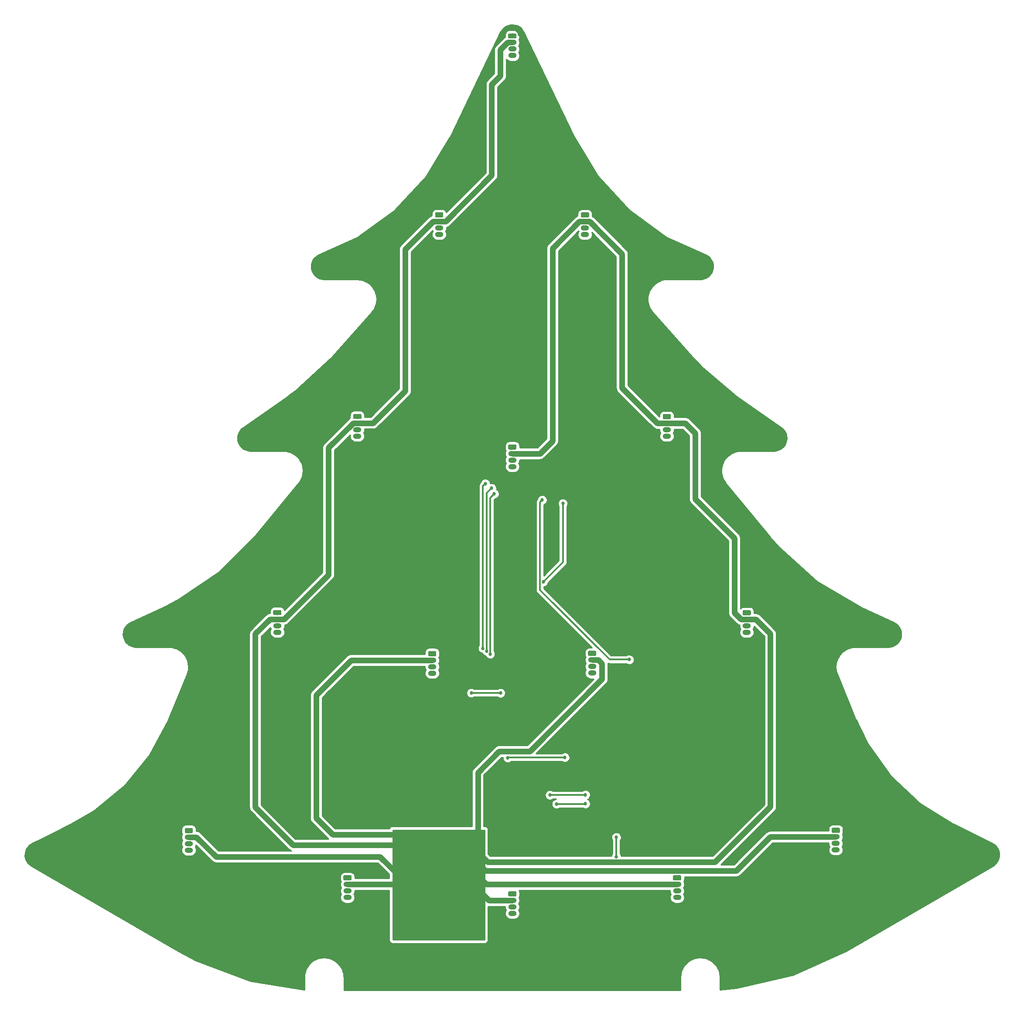
<source format=gbr>
%TF.GenerationSoftware,KiCad,Pcbnew,(2017-08-01 revision 9cbcb3224)-makepkg*%
%TF.CreationDate,2017-09-11T21:28:13-06:00*%
%TF.ProjectId,Christmas_Tree_Disco,4368726973746D61735F547265655F44,V1.0*%
%TF.SameCoordinates,Original*%
%TF.FileFunction,Copper,L2,Bot,Signal*%
%TF.FilePolarity,Positive*%
%FSLAX46Y46*%
G04 Gerber Fmt 4.6, Leading zero omitted, Abs format (unit mm)*
G04 Created by KiCad (PCBNEW (2017-08-01 revision 9cbcb3224)-makepkg) date 09/11/17 21:28:13*
%MOMM*%
%LPD*%
G01*
G04 APERTURE LIST*
%TA.AperFunction,ViaPad*%
%ADD10C,0.686000*%
%TD*%
%TA.AperFunction,ComponentPad*%
%ADD11O,1.600000X1.000000*%
%TD*%
%TA.AperFunction,Conductor*%
%ADD12C,0.100000*%
%TD*%
%TA.AperFunction,ComponentPad*%
%ADD13C,1.000000*%
%TD*%
%TA.AperFunction,ViaPad*%
%ADD14C,0.400000*%
%TD*%
%TA.AperFunction,Conductor*%
%ADD15C,0.300000*%
%TD*%
%TA.AperFunction,Conductor*%
%ADD16C,0.250000*%
%TD*%
%TA.AperFunction,Conductor*%
%ADD17C,1.100000*%
%TD*%
G04 APERTURE END LIST*
D10*
%TO.N,/Top Sheet/Microcontroller/GND*%
%TO.C,STITCH*%
X113800000Y-39400000D03*
%TD*%
%TO.N,/Top Sheet/Microcontroller/GND*%
%TO.C,STITCH*%
X121050000Y-173050000D03*
%TD*%
%TO.N,/Top Sheet/Microcontroller/GND*%
%TO.C,STITCH*%
X122700000Y-80100000D03*
%TD*%
%TO.N,/Top Sheet/Microcontroller/GND*%
%TO.C,STITCH*%
X93800000Y-143500000D03*
%TD*%
%TO.N,/Top Sheet/Microcontroller/GND*%
%TO.C,STITCH*%
X122400000Y-143600000D03*
%TD*%
%TO.N,/Top Sheet/Microcontroller/GND*%
%TO.C,STITCH*%
X122700000Y-115700000D03*
%TD*%
%TO.N,/Top Sheet/Microcontroller/GND*%
%TO.C,STITCH*%
X121920000Y-127000000D03*
%TD*%
%TO.N,/Top Sheet/Microcontroller/GND*%
%TO.C,STITCH*%
X91440000Y-127000000D03*
%TD*%
%TO.N,/Top Sheet/Microcontroller/GND*%
%TO.C,STITCH*%
X93980000Y-119380000D03*
%TD*%
%TO.N,/Top Sheet/Microcontroller/GND*%
%TO.C,STITCH*%
X111760000Y-114300000D03*
%TD*%
%TO.N,/Top Sheet/Microcontroller/GND*%
%TO.C,STITCH*%
X109220000Y-116840000D03*
%TD*%
%TO.N,/Top Sheet/Microcontroller/GND*%
%TO.C,STITCH*%
X109220000Y-137160000D03*
%TD*%
%TO.N,/Top Sheet/Microcontroller/GND*%
%TO.C,STITCH*%
X106680000Y-139700000D03*
%TD*%
%TO.N,/Top Sheet/Microcontroller/GND*%
%TO.C,STITCH*%
X112250000Y-141000000D03*
%TD*%
%TO.N,/Top Sheet/Microcontroller/GND*%
%TO.C,STITCH*%
X115700000Y-137250000D03*
%TD*%
%TO.N,/Top Sheet/Microcontroller/GND*%
%TO.C,STITCH*%
X132000000Y-109750000D03*
%TD*%
%TO.N,/Top Sheet/Microcontroller/GND*%
%TO.C,STITCH*%
X102500000Y-108500000D03*
%TD*%
%TO.N,/Top Sheet/Microcontroller/GND*%
%TO.C,STITCH*%
X84000000Y-107500000D03*
%TD*%
%TO.N,/Top Sheet/Microcontroller/GND*%
%TO.C,STITCH*%
X72500000Y-143000000D03*
%TD*%
%TO.N,/Top Sheet/Microcontroller/GND*%
%TO.C,STITCH*%
X98500000Y-146000000D03*
%TD*%
D11*
%TO.P,D3,4*%
%TO.N,/Top Sheet/RGB LED Array/RGB03_2*%
X76300000Y-197205000D03*
%TO.P,D3,3*%
%TO.N,/Top Sheet/RGB LED Array/RGB03_0*%
X76300000Y-195935000D03*
%TO.P,D3,2*%
%TO.N,/Top Sheet/Microcontroller/5V*%
X76300000Y-194665000D03*
D12*
%TD*%
%TO.N,/Top Sheet/RGB LED Array/RGB03_1*%
%TO.C,D3*%
G36*
X76874504Y-192896204D02*
X76898773Y-192899804D01*
X76922571Y-192905765D01*
X76945671Y-192914030D01*
X76967849Y-192924520D01*
X76988893Y-192937133D01*
X77008598Y-192951747D01*
X77026777Y-192968223D01*
X77043253Y-192986402D01*
X77057867Y-193006107D01*
X77070480Y-193027151D01*
X77080970Y-193049329D01*
X77089235Y-193072429D01*
X77095196Y-193096227D01*
X77098796Y-193120496D01*
X77100000Y-193145000D01*
X77100000Y-193645000D01*
X77098796Y-193669504D01*
X77095196Y-193693773D01*
X77089235Y-193717571D01*
X77080970Y-193740671D01*
X77070480Y-193762849D01*
X77057867Y-193783893D01*
X77043253Y-193803598D01*
X77026777Y-193821777D01*
X77008598Y-193838253D01*
X76988893Y-193852867D01*
X76967849Y-193865480D01*
X76945671Y-193875970D01*
X76922571Y-193884235D01*
X76898773Y-193890196D01*
X76874504Y-193893796D01*
X76850000Y-193895000D01*
X75750000Y-193895000D01*
X75725496Y-193893796D01*
X75701227Y-193890196D01*
X75677429Y-193884235D01*
X75654329Y-193875970D01*
X75632151Y-193865480D01*
X75611107Y-193852867D01*
X75591402Y-193838253D01*
X75573223Y-193821777D01*
X75556747Y-193803598D01*
X75542133Y-193783893D01*
X75529520Y-193762849D01*
X75519030Y-193740671D01*
X75510765Y-193717571D01*
X75504804Y-193693773D01*
X75501204Y-193669504D01*
X75500000Y-193645000D01*
X75500000Y-193145000D01*
X75501204Y-193120496D01*
X75504804Y-193096227D01*
X75510765Y-193072429D01*
X75519030Y-193049329D01*
X75529520Y-193027151D01*
X75542133Y-193006107D01*
X75556747Y-192986402D01*
X75573223Y-192968223D01*
X75591402Y-192951747D01*
X75611107Y-192937133D01*
X75632151Y-192924520D01*
X75654329Y-192914030D01*
X75677429Y-192905765D01*
X75701227Y-192899804D01*
X75725496Y-192896204D01*
X75750000Y-192895000D01*
X76850000Y-192895000D01*
X76874504Y-192896204D01*
X76874504Y-192896204D01*
G37*
D13*
%TO.P,D3,1*%
%TO.N,/Top Sheet/RGB LED Array/RGB03_1*%
X76300000Y-193395000D03*
%TD*%
D10*
%TO.N,/Top Sheet/Microcontroller/GND*%
%TO.C,STITCH*%
X71120000Y-207010000D03*
%TD*%
%TO.N,/Top Sheet/Microcontroller/GND*%
%TO.C,STITCH*%
X77470000Y-213360000D03*
%TD*%
%TO.N,/Top Sheet/Microcontroller/GND*%
%TO.C,STITCH*%
X88900000Y-213360000D03*
%TD*%
%TO.N,/Top Sheet/Microcontroller/GND*%
%TO.C,STITCH*%
X101600000Y-213360000D03*
%TD*%
%TO.N,/Top Sheet/Microcontroller/GND*%
%TO.C,STITCH*%
X114300000Y-213360000D03*
%TD*%
%TO.N,/Top Sheet/Microcontroller/GND*%
%TO.C,STITCH*%
X127000000Y-213360000D03*
%TD*%
%TO.N,/Top Sheet/Microcontroller/GND*%
%TO.C,STITCH*%
X138430000Y-213360000D03*
%TD*%
%TO.N,/Top Sheet/Microcontroller/GND*%
%TO.C,STITCH*%
X144780000Y-207010000D03*
%TD*%
%TO.N,/Top Sheet/Microcontroller/GND*%
%TO.C,STITCH*%
X152400000Y-213360000D03*
%TD*%
%TO.N,/Top Sheet/Microcontroller/GND*%
%TO.C,STITCH*%
X165100000Y-209550000D03*
%TD*%
%TO.N,/Top Sheet/Microcontroller/GND*%
%TO.C,STITCH*%
X177800000Y-203200000D03*
%TD*%
%TO.N,/Top Sheet/Microcontroller/GND*%
%TO.C,STITCH*%
X190500000Y-195580000D03*
%TD*%
%TO.N,/Top Sheet/Microcontroller/GND*%
%TO.C,STITCH*%
X200660000Y-189230000D03*
%TD*%
%TO.N,/Top Sheet/Microcontroller/GND*%
%TO.C,STITCH*%
X190500000Y-182880000D03*
%TD*%
%TO.N,/Top Sheet/Microcontroller/GND*%
%TO.C,STITCH*%
X177800000Y-171450000D03*
%TD*%
%TO.N,/Top Sheet/Microcontroller/GND*%
%TO.C,STITCH*%
X168910000Y-152400000D03*
%TD*%
%TO.N,/Top Sheet/Microcontroller/GND*%
%TO.C,STITCH*%
X181610000Y-146050000D03*
%TD*%
%TO.N,/Top Sheet/Microcontroller/GND*%
%TO.C,STITCH*%
X170180000Y-139700000D03*
%TD*%
%TO.N,/Top Sheet/Microcontroller/GND*%
%TO.C,STITCH*%
X156210000Y-128270000D03*
%TD*%
%TO.N,/Top Sheet/Microcontroller/GND*%
%TO.C,STITCH*%
X148590000Y-118110000D03*
%TD*%
%TO.N,/Top Sheet/Microcontroller/GND*%
%TO.C,STITCH*%
X160020000Y-107950000D03*
%TD*%
%TO.N,/Top Sheet/Microcontroller/GND*%
%TO.C,STITCH*%
X149860000Y-100330000D03*
%TD*%
%TO.N,/Top Sheet/Microcontroller/GND*%
%TO.C,STITCH*%
X138430000Y-90170000D03*
%TD*%
%TO.N,/Top Sheet/Microcontroller/GND*%
%TO.C,STITCH*%
X132080000Y-80010000D03*
%TD*%
%TO.N,/Top Sheet/Microcontroller/GND*%
%TO.C,STITCH*%
X144780000Y-74930000D03*
%TD*%
%TO.N,/Top Sheet/Microcontroller/GND*%
%TO.C,STITCH*%
X134620000Y-68580000D03*
%TD*%
%TO.N,/Top Sheet/Microcontroller/GND*%
%TO.C,STITCH*%
X119380000Y-52070000D03*
%TD*%
%TO.N,/Top Sheet/Microcontroller/GND*%
%TO.C,STITCH*%
X102870000Y-39370000D03*
%TD*%
%TO.N,/Top Sheet/Microcontroller/GND*%
%TO.C,STITCH*%
X96520000Y-52070000D03*
%TD*%
%TO.N,/Top Sheet/Microcontroller/GND*%
%TO.C,STITCH*%
X83820000Y-67310000D03*
%TD*%
%TO.N,/Top Sheet/Microcontroller/GND*%
%TO.C,STITCH*%
X71120000Y-74930000D03*
%TD*%
%TO.N,/Top Sheet/Microcontroller/GND*%
%TO.C,STITCH*%
X83820000Y-80010000D03*
%TD*%
%TO.N,/Top Sheet/Microcontroller/GND*%
%TO.C,STITCH*%
X77470000Y-90170000D03*
%TD*%
%TO.N,/Top Sheet/Microcontroller/GND*%
%TO.C,STITCH*%
X67310000Y-100330000D03*
%TD*%
%TO.N,/Top Sheet/Microcontroller/GND*%
%TO.C,STITCH*%
X57150000Y-107950000D03*
%TD*%
%TO.N,/Top Sheet/Microcontroller/GND*%
%TO.C,STITCH*%
X68580000Y-118110000D03*
%TD*%
%TO.N,/Top Sheet/Microcontroller/GND*%
%TO.C,STITCH*%
X59690000Y-128270000D03*
%TD*%
%TO.N,/Top Sheet/Microcontroller/GND*%
%TO.C,STITCH*%
X46990000Y-139700000D03*
%TD*%
%TO.N,/Top Sheet/Microcontroller/GND*%
%TO.C,STITCH*%
X34290000Y-146050000D03*
%TD*%
%TO.N,/Top Sheet/Microcontroller/GND*%
%TO.C,STITCH*%
X46990000Y-152400000D03*
%TD*%
%TO.N,/Top Sheet/Microcontroller/GND*%
%TO.C,STITCH*%
X38100000Y-171450000D03*
%TD*%
%TO.N,/Top Sheet/Microcontroller/GND*%
%TO.C,STITCH*%
X25400000Y-182880000D03*
%TD*%
%TO.N,/Top Sheet/Microcontroller/GND*%
%TO.C,STITCH*%
X15240000Y-189230000D03*
%TD*%
%TO.N,/Top Sheet/Microcontroller/GND*%
%TO.C,STITCH*%
X25400000Y-195580000D03*
%TD*%
%TO.N,/Top Sheet/Microcontroller/GND*%
%TO.C,STITCH*%
X38100000Y-203200000D03*
%TD*%
%TO.N,/Top Sheet/Microcontroller/GND*%
%TO.C,STITCH*%
X50800000Y-209550000D03*
%TD*%
%TO.N,/Top Sheet/Microcontroller/5V*%
%TO.C,STITCH*%
X101600000Y-195580000D03*
%TD*%
%TO.N,/Top Sheet/Microcontroller/5V*%
%TO.C,STITCH*%
X86360000Y-195580000D03*
%TD*%
%TO.N,/Top Sheet/Microcontroller/5V*%
%TO.C,STITCH*%
X86360000Y-185420000D03*
%TD*%
%TO.N,/Top Sheet/Microcontroller/5V*%
%TO.C,STITCH*%
X86360000Y-187960000D03*
%TD*%
%TO.N,/Top Sheet/Microcontroller/5V*%
%TO.C,STITCH*%
X93980000Y-185420000D03*
%TD*%
%TO.N,/Top Sheet/Microcontroller/5V*%
%TO.C,STITCH*%
X97790000Y-185420000D03*
%TD*%
%TO.N,/Top Sheet/Microcontroller/5V*%
%TO.C,STITCH*%
X101600000Y-185420000D03*
%TD*%
%TO.N,/Top Sheet/Microcontroller/5V*%
%TO.C,STITCH*%
X101600000Y-187960000D03*
%TD*%
%TO.N,/Top Sheet/Microcontroller/5V*%
%TO.C,STITCH*%
X86360000Y-190500000D03*
%TD*%
%TO.N,/Top Sheet/Microcontroller/5V*%
%TO.C,STITCH*%
X101600000Y-190500000D03*
%TD*%
%TO.N,/Top Sheet/Microcontroller/5V*%
%TO.C,STITCH*%
X97790000Y-190500000D03*
%TD*%
%TO.N,/Top Sheet/Microcontroller/5V*%
%TO.C,STITCH*%
X90170000Y-190500000D03*
%TD*%
%TO.N,/Top Sheet/Microcontroller/5V*%
%TO.C,STITCH*%
X93980000Y-187960000D03*
%TD*%
%TO.N,/Top Sheet/Microcontroller/5V*%
%TO.C,STITCH*%
X93980000Y-190500000D03*
%TD*%
%TO.N,/Top Sheet/Microcontroller/5V*%
%TO.C,STITCH*%
X97790000Y-187960000D03*
%TD*%
%TO.N,/Top Sheet/Microcontroller/5V*%
%TO.C,STITCH*%
X90170000Y-187960000D03*
%TD*%
%TO.N,/Top Sheet/Microcontroller/5V*%
%TO.C,STITCH*%
X93980000Y-193040000D03*
%TD*%
%TO.N,/Top Sheet/Microcontroller/5V*%
%TO.C,STITCH*%
X90170000Y-185420000D03*
%TD*%
%TO.N,/Top Sheet/Microcontroller/5V*%
%TO.C,STITCH*%
X101600000Y-193040000D03*
%TD*%
%TO.N,/Top Sheet/Microcontroller/5V*%
%TO.C,STITCH*%
X97790000Y-193040000D03*
%TD*%
%TO.N,/Top Sheet/Microcontroller/5V*%
%TO.C,STITCH*%
X90170000Y-193040000D03*
%TD*%
%TO.N,/Top Sheet/Microcontroller/5V*%
%TO.C,STITCH*%
X86360000Y-193040000D03*
%TD*%
%TO.N,/Top Sheet/Microcontroller/GND*%
%TO.C,STITCH*%
X66040000Y-213360000D03*
%TD*%
D11*
%TO.P,D0,4*%
%TO.N,/Top Sheet/RGB LED Array/RGB00_2*%
X94100000Y-68405000D03*
%TO.P,D0,3*%
%TO.N,/Top Sheet/RGB LED Array/RGB00_0*%
X94100000Y-67135000D03*
%TO.P,D0,2*%
%TO.N,/Top Sheet/Microcontroller/5V*%
X94100000Y-65865000D03*
D12*
%TD*%
%TO.N,/Top Sheet/RGB LED Array/RGB00_1*%
%TO.C,D0*%
G36*
X94674504Y-64096204D02*
X94698773Y-64099804D01*
X94722571Y-64105765D01*
X94745671Y-64114030D01*
X94767849Y-64124520D01*
X94788893Y-64137133D01*
X94808598Y-64151747D01*
X94826777Y-64168223D01*
X94843253Y-64186402D01*
X94857867Y-64206107D01*
X94870480Y-64227151D01*
X94880970Y-64249329D01*
X94889235Y-64272429D01*
X94895196Y-64296227D01*
X94898796Y-64320496D01*
X94900000Y-64345000D01*
X94900000Y-64845000D01*
X94898796Y-64869504D01*
X94895196Y-64893773D01*
X94889235Y-64917571D01*
X94880970Y-64940671D01*
X94870480Y-64962849D01*
X94857867Y-64983893D01*
X94843253Y-65003598D01*
X94826777Y-65021777D01*
X94808598Y-65038253D01*
X94788893Y-65052867D01*
X94767849Y-65065480D01*
X94745671Y-65075970D01*
X94722571Y-65084235D01*
X94698773Y-65090196D01*
X94674504Y-65093796D01*
X94650000Y-65095000D01*
X93550000Y-65095000D01*
X93525496Y-65093796D01*
X93501227Y-65090196D01*
X93477429Y-65084235D01*
X93454329Y-65075970D01*
X93432151Y-65065480D01*
X93411107Y-65052867D01*
X93391402Y-65038253D01*
X93373223Y-65021777D01*
X93356747Y-65003598D01*
X93342133Y-64983893D01*
X93329520Y-64962849D01*
X93319030Y-64940671D01*
X93310765Y-64917571D01*
X93304804Y-64893773D01*
X93301204Y-64869504D01*
X93300000Y-64845000D01*
X93300000Y-64345000D01*
X93301204Y-64320496D01*
X93304804Y-64296227D01*
X93310765Y-64272429D01*
X93319030Y-64249329D01*
X93329520Y-64227151D01*
X93342133Y-64206107D01*
X93356747Y-64186402D01*
X93373223Y-64168223D01*
X93391402Y-64151747D01*
X93411107Y-64137133D01*
X93432151Y-64124520D01*
X93454329Y-64114030D01*
X93477429Y-64105765D01*
X93501227Y-64099804D01*
X93525496Y-64096204D01*
X93550000Y-64095000D01*
X94650000Y-64095000D01*
X94674504Y-64096204D01*
X94674504Y-64096204D01*
G37*
D13*
%TO.P,D0,1*%
%TO.N,/Top Sheet/RGB LED Array/RGB00_1*%
X94100000Y-64595000D03*
%TD*%
D11*
%TO.P,D1,4*%
%TO.N,/Top Sheet/RGB LED Array/RGB01_2*%
X62681095Y-145669000D03*
%TO.P,D1,3*%
%TO.N,/Top Sheet/RGB LED Array/RGB01_0*%
X62681095Y-144399000D03*
%TO.P,D1,2*%
%TO.N,/Top Sheet/Microcontroller/5V*%
X62681095Y-143129000D03*
D12*
%TD*%
%TO.N,/Top Sheet/RGB LED Array/RGB01_1*%
%TO.C,D1*%
G36*
X63255599Y-141360204D02*
X63279868Y-141363804D01*
X63303666Y-141369765D01*
X63326766Y-141378030D01*
X63348944Y-141388520D01*
X63369988Y-141401133D01*
X63389693Y-141415747D01*
X63407872Y-141432223D01*
X63424348Y-141450402D01*
X63438962Y-141470107D01*
X63451575Y-141491151D01*
X63462065Y-141513329D01*
X63470330Y-141536429D01*
X63476291Y-141560227D01*
X63479891Y-141584496D01*
X63481095Y-141609000D01*
X63481095Y-142109000D01*
X63479891Y-142133504D01*
X63476291Y-142157773D01*
X63470330Y-142181571D01*
X63462065Y-142204671D01*
X63451575Y-142226849D01*
X63438962Y-142247893D01*
X63424348Y-142267598D01*
X63407872Y-142285777D01*
X63389693Y-142302253D01*
X63369988Y-142316867D01*
X63348944Y-142329480D01*
X63326766Y-142339970D01*
X63303666Y-142348235D01*
X63279868Y-142354196D01*
X63255599Y-142357796D01*
X63231095Y-142359000D01*
X62131095Y-142359000D01*
X62106591Y-142357796D01*
X62082322Y-142354196D01*
X62058524Y-142348235D01*
X62035424Y-142339970D01*
X62013246Y-142329480D01*
X61992202Y-142316867D01*
X61972497Y-142302253D01*
X61954318Y-142285777D01*
X61937842Y-142267598D01*
X61923228Y-142247893D01*
X61910615Y-142226849D01*
X61900125Y-142204671D01*
X61891860Y-142181571D01*
X61885899Y-142157773D01*
X61882299Y-142133504D01*
X61881095Y-142109000D01*
X61881095Y-141609000D01*
X61882299Y-141584496D01*
X61885899Y-141560227D01*
X61891860Y-141536429D01*
X61900125Y-141513329D01*
X61910615Y-141491151D01*
X61923228Y-141470107D01*
X61937842Y-141450402D01*
X61954318Y-141432223D01*
X61972497Y-141415747D01*
X61992202Y-141401133D01*
X62013246Y-141388520D01*
X62035424Y-141378030D01*
X62058524Y-141369765D01*
X62082322Y-141363804D01*
X62106591Y-141360204D01*
X62131095Y-141359000D01*
X63231095Y-141359000D01*
X63255599Y-141360204D01*
X63255599Y-141360204D01*
G37*
D13*
%TO.P,D1,1*%
%TO.N,/Top Sheet/RGB LED Array/RGB01_1*%
X62681095Y-141859000D03*
%TD*%
D11*
%TO.P,D2,4*%
%TO.N,/Top Sheet/RGB LED Array/RGB02_2*%
X45501095Y-188009500D03*
%TO.P,D2,3*%
%TO.N,/Top Sheet/RGB LED Array/RGB02_0*%
X45501095Y-186739500D03*
%TO.P,D2,2*%
%TO.N,/Top Sheet/Microcontroller/5V*%
X45501095Y-185469500D03*
D12*
%TD*%
%TO.N,/Top Sheet/RGB LED Array/RGB02_1*%
%TO.C,D2*%
G36*
X46075599Y-183700704D02*
X46099868Y-183704304D01*
X46123666Y-183710265D01*
X46146766Y-183718530D01*
X46168944Y-183729020D01*
X46189988Y-183741633D01*
X46209693Y-183756247D01*
X46227872Y-183772723D01*
X46244348Y-183790902D01*
X46258962Y-183810607D01*
X46271575Y-183831651D01*
X46282065Y-183853829D01*
X46290330Y-183876929D01*
X46296291Y-183900727D01*
X46299891Y-183924996D01*
X46301095Y-183949500D01*
X46301095Y-184449500D01*
X46299891Y-184474004D01*
X46296291Y-184498273D01*
X46290330Y-184522071D01*
X46282065Y-184545171D01*
X46271575Y-184567349D01*
X46258962Y-184588393D01*
X46244348Y-184608098D01*
X46227872Y-184626277D01*
X46209693Y-184642753D01*
X46189988Y-184657367D01*
X46168944Y-184669980D01*
X46146766Y-184680470D01*
X46123666Y-184688735D01*
X46099868Y-184694696D01*
X46075599Y-184698296D01*
X46051095Y-184699500D01*
X44951095Y-184699500D01*
X44926591Y-184698296D01*
X44902322Y-184694696D01*
X44878524Y-184688735D01*
X44855424Y-184680470D01*
X44833246Y-184669980D01*
X44812202Y-184657367D01*
X44792497Y-184642753D01*
X44774318Y-184626277D01*
X44757842Y-184608098D01*
X44743228Y-184588393D01*
X44730615Y-184567349D01*
X44720125Y-184545171D01*
X44711860Y-184522071D01*
X44705899Y-184498273D01*
X44702299Y-184474004D01*
X44701095Y-184449500D01*
X44701095Y-183949500D01*
X44702299Y-183924996D01*
X44705899Y-183900727D01*
X44711860Y-183876929D01*
X44720125Y-183853829D01*
X44730615Y-183831651D01*
X44743228Y-183810607D01*
X44757842Y-183790902D01*
X44774318Y-183772723D01*
X44792497Y-183756247D01*
X44812202Y-183741633D01*
X44833246Y-183729020D01*
X44855424Y-183718530D01*
X44878524Y-183710265D01*
X44902322Y-183704304D01*
X44926591Y-183700704D01*
X44951095Y-183699500D01*
X46051095Y-183699500D01*
X46075599Y-183700704D01*
X46075599Y-183700704D01*
G37*
D13*
%TO.P,D2,1*%
%TO.N,/Top Sheet/RGB LED Array/RGB02_1*%
X45501095Y-184199500D03*
%TD*%
D11*
%TO.P,D4,4*%
%TO.N,/Top Sheet/RGB LED Array/RGB04_2*%
X108300000Y-113505000D03*
%TO.P,D4,3*%
%TO.N,/Top Sheet/RGB LED Array/RGB04_0*%
X108300000Y-112235000D03*
%TO.P,D4,2*%
%TO.N,/Top Sheet/Microcontroller/5V*%
X108300000Y-110965000D03*
D12*
%TD*%
%TO.N,/Top Sheet/RGB LED Array/RGB04_1*%
%TO.C,D4*%
G36*
X108874504Y-109196204D02*
X108898773Y-109199804D01*
X108922571Y-109205765D01*
X108945671Y-109214030D01*
X108967849Y-109224520D01*
X108988893Y-109237133D01*
X109008598Y-109251747D01*
X109026777Y-109268223D01*
X109043253Y-109286402D01*
X109057867Y-109306107D01*
X109070480Y-109327151D01*
X109080970Y-109349329D01*
X109089235Y-109372429D01*
X109095196Y-109396227D01*
X109098796Y-109420496D01*
X109100000Y-109445000D01*
X109100000Y-109945000D01*
X109098796Y-109969504D01*
X109095196Y-109993773D01*
X109089235Y-110017571D01*
X109080970Y-110040671D01*
X109070480Y-110062849D01*
X109057867Y-110083893D01*
X109043253Y-110103598D01*
X109026777Y-110121777D01*
X109008598Y-110138253D01*
X108988893Y-110152867D01*
X108967849Y-110165480D01*
X108945671Y-110175970D01*
X108922571Y-110184235D01*
X108898773Y-110190196D01*
X108874504Y-110193796D01*
X108850000Y-110195000D01*
X107750000Y-110195000D01*
X107725496Y-110193796D01*
X107701227Y-110190196D01*
X107677429Y-110184235D01*
X107654329Y-110175970D01*
X107632151Y-110165480D01*
X107611107Y-110152867D01*
X107591402Y-110138253D01*
X107573223Y-110121777D01*
X107556747Y-110103598D01*
X107542133Y-110083893D01*
X107529520Y-110062849D01*
X107519030Y-110040671D01*
X107510765Y-110017571D01*
X107504804Y-109993773D01*
X107501204Y-109969504D01*
X107500000Y-109945000D01*
X107500000Y-109445000D01*
X107501204Y-109420496D01*
X107504804Y-109396227D01*
X107510765Y-109372429D01*
X107519030Y-109349329D01*
X107529520Y-109327151D01*
X107542133Y-109306107D01*
X107556747Y-109286402D01*
X107573223Y-109268223D01*
X107591402Y-109251747D01*
X107611107Y-109237133D01*
X107632151Y-109224520D01*
X107654329Y-109214030D01*
X107677429Y-109205765D01*
X107701227Y-109199804D01*
X107725496Y-109196204D01*
X107750000Y-109195000D01*
X108850000Y-109195000D01*
X108874504Y-109196204D01*
X108874504Y-109196204D01*
G37*
D13*
%TO.P,D4,1*%
%TO.N,/Top Sheet/RGB LED Array/RGB04_1*%
X108300000Y-109695000D03*
%TD*%
D11*
%TO.P,D5,4*%
%TO.N,/Top Sheet/RGB LED Array/RGB05_2*%
X78200000Y-107569000D03*
%TO.P,D5,3*%
%TO.N,/Top Sheet/RGB LED Array/RGB05_0*%
X78200000Y-106299000D03*
%TO.P,D5,2*%
%TO.N,/Top Sheet/Microcontroller/5V*%
X78200000Y-105029000D03*
D12*
%TD*%
%TO.N,/Top Sheet/RGB LED Array/RGB05_1*%
%TO.C,D5*%
G36*
X78774504Y-103260204D02*
X78798773Y-103263804D01*
X78822571Y-103269765D01*
X78845671Y-103278030D01*
X78867849Y-103288520D01*
X78888893Y-103301133D01*
X78908598Y-103315747D01*
X78926777Y-103332223D01*
X78943253Y-103350402D01*
X78957867Y-103370107D01*
X78970480Y-103391151D01*
X78980970Y-103413329D01*
X78989235Y-103436429D01*
X78995196Y-103460227D01*
X78998796Y-103484496D01*
X79000000Y-103509000D01*
X79000000Y-104009000D01*
X78998796Y-104033504D01*
X78995196Y-104057773D01*
X78989235Y-104081571D01*
X78980970Y-104104671D01*
X78970480Y-104126849D01*
X78957867Y-104147893D01*
X78943253Y-104167598D01*
X78926777Y-104185777D01*
X78908598Y-104202253D01*
X78888893Y-104216867D01*
X78867849Y-104229480D01*
X78845671Y-104239970D01*
X78822571Y-104248235D01*
X78798773Y-104254196D01*
X78774504Y-104257796D01*
X78750000Y-104259000D01*
X77650000Y-104259000D01*
X77625496Y-104257796D01*
X77601227Y-104254196D01*
X77577429Y-104248235D01*
X77554329Y-104239970D01*
X77532151Y-104229480D01*
X77511107Y-104216867D01*
X77491402Y-104202253D01*
X77473223Y-104185777D01*
X77456747Y-104167598D01*
X77442133Y-104147893D01*
X77429520Y-104126849D01*
X77419030Y-104104671D01*
X77410765Y-104081571D01*
X77404804Y-104057773D01*
X77401204Y-104033504D01*
X77400000Y-104009000D01*
X77400000Y-103509000D01*
X77401204Y-103484496D01*
X77404804Y-103460227D01*
X77410765Y-103436429D01*
X77419030Y-103413329D01*
X77429520Y-103391151D01*
X77442133Y-103370107D01*
X77456747Y-103350402D01*
X77473223Y-103332223D01*
X77491402Y-103315747D01*
X77511107Y-103301133D01*
X77532151Y-103288520D01*
X77554329Y-103278030D01*
X77577429Y-103269765D01*
X77601227Y-103263804D01*
X77625496Y-103260204D01*
X77650000Y-103259000D01*
X78750000Y-103259000D01*
X78774504Y-103260204D01*
X78774504Y-103260204D01*
G37*
D13*
%TO.P,D5,1*%
%TO.N,/Top Sheet/RGB LED Array/RGB05_1*%
X78200000Y-103759000D03*
%TD*%
D11*
%TO.P,D6,4*%
%TO.N,/Top Sheet/RGB LED Array/RGB06_2*%
X92742000Y-153645000D03*
%TO.P,D6,3*%
%TO.N,/Top Sheet/RGB LED Array/RGB06_0*%
X92742000Y-152375000D03*
%TO.P,D6,2*%
%TO.N,/Top Sheet/Microcontroller/5V*%
X92742000Y-151105000D03*
D12*
%TD*%
%TO.N,/Top Sheet/RGB LED Array/RGB06_1*%
%TO.C,D6*%
G36*
X93316504Y-149336204D02*
X93340773Y-149339804D01*
X93364571Y-149345765D01*
X93387671Y-149354030D01*
X93409849Y-149364520D01*
X93430893Y-149377133D01*
X93450598Y-149391747D01*
X93468777Y-149408223D01*
X93485253Y-149426402D01*
X93499867Y-149446107D01*
X93512480Y-149467151D01*
X93522970Y-149489329D01*
X93531235Y-149512429D01*
X93537196Y-149536227D01*
X93540796Y-149560496D01*
X93542000Y-149585000D01*
X93542000Y-150085000D01*
X93540796Y-150109504D01*
X93537196Y-150133773D01*
X93531235Y-150157571D01*
X93522970Y-150180671D01*
X93512480Y-150202849D01*
X93499867Y-150223893D01*
X93485253Y-150243598D01*
X93468777Y-150261777D01*
X93450598Y-150278253D01*
X93430893Y-150292867D01*
X93409849Y-150305480D01*
X93387671Y-150315970D01*
X93364571Y-150324235D01*
X93340773Y-150330196D01*
X93316504Y-150333796D01*
X93292000Y-150335000D01*
X92192000Y-150335000D01*
X92167496Y-150333796D01*
X92143227Y-150330196D01*
X92119429Y-150324235D01*
X92096329Y-150315970D01*
X92074151Y-150305480D01*
X92053107Y-150292867D01*
X92033402Y-150278253D01*
X92015223Y-150261777D01*
X91998747Y-150243598D01*
X91984133Y-150223893D01*
X91971520Y-150202849D01*
X91961030Y-150180671D01*
X91952765Y-150157571D01*
X91946804Y-150133773D01*
X91943204Y-150109504D01*
X91942000Y-150085000D01*
X91942000Y-149585000D01*
X91943204Y-149560496D01*
X91946804Y-149536227D01*
X91952765Y-149512429D01*
X91961030Y-149489329D01*
X91971520Y-149467151D01*
X91984133Y-149446107D01*
X91998747Y-149426402D01*
X92015223Y-149408223D01*
X92033402Y-149391747D01*
X92053107Y-149377133D01*
X92074151Y-149364520D01*
X92096329Y-149354030D01*
X92119429Y-149345765D01*
X92143227Y-149339804D01*
X92167496Y-149336204D01*
X92192000Y-149335000D01*
X93292000Y-149335000D01*
X93316504Y-149336204D01*
X93316504Y-149336204D01*
G37*
D13*
%TO.P,D6,1*%
%TO.N,/Top Sheet/RGB LED Array/RGB06_1*%
X92742000Y-149835000D03*
%TD*%
D11*
%TO.P,D7,4*%
%TO.N,/Top Sheet/RGB LED Array/RGB07_2*%
X108300000Y-200305000D03*
%TO.P,D7,3*%
%TO.N,/Top Sheet/RGB LED Array/RGB07_0*%
X108300000Y-199035000D03*
%TO.P,D7,2*%
%TO.N,/Top Sheet/Microcontroller/5V*%
X108300000Y-197765000D03*
D12*
%TD*%
%TO.N,/Top Sheet/RGB LED Array/RGB07_1*%
%TO.C,D7*%
G36*
X108874504Y-195996204D02*
X108898773Y-195999804D01*
X108922571Y-196005765D01*
X108945671Y-196014030D01*
X108967849Y-196024520D01*
X108988893Y-196037133D01*
X109008598Y-196051747D01*
X109026777Y-196068223D01*
X109043253Y-196086402D01*
X109057867Y-196106107D01*
X109070480Y-196127151D01*
X109080970Y-196149329D01*
X109089235Y-196172429D01*
X109095196Y-196196227D01*
X109098796Y-196220496D01*
X109100000Y-196245000D01*
X109100000Y-196745000D01*
X109098796Y-196769504D01*
X109095196Y-196793773D01*
X109089235Y-196817571D01*
X109080970Y-196840671D01*
X109070480Y-196862849D01*
X109057867Y-196883893D01*
X109043253Y-196903598D01*
X109026777Y-196921777D01*
X109008598Y-196938253D01*
X108988893Y-196952867D01*
X108967849Y-196965480D01*
X108945671Y-196975970D01*
X108922571Y-196984235D01*
X108898773Y-196990196D01*
X108874504Y-196993796D01*
X108850000Y-196995000D01*
X107750000Y-196995000D01*
X107725496Y-196993796D01*
X107701227Y-196990196D01*
X107677429Y-196984235D01*
X107654329Y-196975970D01*
X107632151Y-196965480D01*
X107611107Y-196952867D01*
X107591402Y-196938253D01*
X107573223Y-196921777D01*
X107556747Y-196903598D01*
X107542133Y-196883893D01*
X107529520Y-196862849D01*
X107519030Y-196840671D01*
X107510765Y-196817571D01*
X107504804Y-196793773D01*
X107501204Y-196769504D01*
X107500000Y-196745000D01*
X107500000Y-196245000D01*
X107501204Y-196220496D01*
X107504804Y-196196227D01*
X107510765Y-196172429D01*
X107519030Y-196149329D01*
X107529520Y-196127151D01*
X107542133Y-196106107D01*
X107556747Y-196086402D01*
X107573223Y-196068223D01*
X107591402Y-196051747D01*
X107611107Y-196037133D01*
X107632151Y-196024520D01*
X107654329Y-196014030D01*
X107677429Y-196005765D01*
X107701227Y-195999804D01*
X107725496Y-195996204D01*
X107750000Y-195995000D01*
X108850000Y-195995000D01*
X108874504Y-195996204D01*
X108874504Y-195996204D01*
G37*
D13*
%TO.P,D7,1*%
%TO.N,/Top Sheet/RGB LED Array/RGB07_1*%
X108300000Y-196495000D03*
%TD*%
D11*
%TO.P,D9,4*%
%TO.N,/Top Sheet/RGB LED Array/RGB09_2*%
X122400000Y-68425500D03*
%TO.P,D9,3*%
%TO.N,/Top Sheet/RGB LED Array/RGB09_0*%
X122400000Y-67155500D03*
%TO.P,D9,2*%
%TO.N,/Top Sheet/Microcontroller/5V*%
X122400000Y-65885500D03*
D12*
%TD*%
%TO.N,/Top Sheet/RGB LED Array/RGB09_1*%
%TO.C,D9*%
G36*
X122974504Y-64116704D02*
X122998773Y-64120304D01*
X123022571Y-64126265D01*
X123045671Y-64134530D01*
X123067849Y-64145020D01*
X123088893Y-64157633D01*
X123108598Y-64172247D01*
X123126777Y-64188723D01*
X123143253Y-64206902D01*
X123157867Y-64226607D01*
X123170480Y-64247651D01*
X123180970Y-64269829D01*
X123189235Y-64292929D01*
X123195196Y-64316727D01*
X123198796Y-64340996D01*
X123200000Y-64365500D01*
X123200000Y-64865500D01*
X123198796Y-64890004D01*
X123195196Y-64914273D01*
X123189235Y-64938071D01*
X123180970Y-64961171D01*
X123170480Y-64983349D01*
X123157867Y-65004393D01*
X123143253Y-65024098D01*
X123126777Y-65042277D01*
X123108598Y-65058753D01*
X123088893Y-65073367D01*
X123067849Y-65085980D01*
X123045671Y-65096470D01*
X123022571Y-65104735D01*
X122998773Y-65110696D01*
X122974504Y-65114296D01*
X122950000Y-65115500D01*
X121850000Y-65115500D01*
X121825496Y-65114296D01*
X121801227Y-65110696D01*
X121777429Y-65104735D01*
X121754329Y-65096470D01*
X121732151Y-65085980D01*
X121711107Y-65073367D01*
X121691402Y-65058753D01*
X121673223Y-65042277D01*
X121656747Y-65024098D01*
X121642133Y-65004393D01*
X121629520Y-64983349D01*
X121619030Y-64961171D01*
X121610765Y-64938071D01*
X121604804Y-64914273D01*
X121601204Y-64890004D01*
X121600000Y-64865500D01*
X121600000Y-64365500D01*
X121601204Y-64340996D01*
X121604804Y-64316727D01*
X121610765Y-64292929D01*
X121619030Y-64269829D01*
X121629520Y-64247651D01*
X121642133Y-64226607D01*
X121656747Y-64206902D01*
X121673223Y-64188723D01*
X121691402Y-64172247D01*
X121711107Y-64157633D01*
X121732151Y-64145020D01*
X121754329Y-64134530D01*
X121777429Y-64126265D01*
X121801227Y-64120304D01*
X121825496Y-64116704D01*
X121850000Y-64115500D01*
X122950000Y-64115500D01*
X122974504Y-64116704D01*
X122974504Y-64116704D01*
G37*
D13*
%TO.P,D9,1*%
%TO.N,/Top Sheet/RGB LED Array/RGB09_1*%
X122400000Y-64615500D03*
%TD*%
D11*
%TO.P,D10,4*%
%TO.N,/Top Sheet/RGB LED Array/RGB10_2*%
X171100000Y-187970000D03*
%TO.P,D10,3*%
%TO.N,/Top Sheet/RGB LED Array/RGB10_0*%
X171100000Y-186700000D03*
%TO.P,D10,2*%
%TO.N,/Top Sheet/Microcontroller/5V*%
X171100000Y-185430000D03*
D12*
%TD*%
%TO.N,/Top Sheet/RGB LED Array/RGB10_1*%
%TO.C,D10*%
G36*
X171674504Y-183661204D02*
X171698773Y-183664804D01*
X171722571Y-183670765D01*
X171745671Y-183679030D01*
X171767849Y-183689520D01*
X171788893Y-183702133D01*
X171808598Y-183716747D01*
X171826777Y-183733223D01*
X171843253Y-183751402D01*
X171857867Y-183771107D01*
X171870480Y-183792151D01*
X171880970Y-183814329D01*
X171889235Y-183837429D01*
X171895196Y-183861227D01*
X171898796Y-183885496D01*
X171900000Y-183910000D01*
X171900000Y-184410000D01*
X171898796Y-184434504D01*
X171895196Y-184458773D01*
X171889235Y-184482571D01*
X171880970Y-184505671D01*
X171870480Y-184527849D01*
X171857867Y-184548893D01*
X171843253Y-184568598D01*
X171826777Y-184586777D01*
X171808598Y-184603253D01*
X171788893Y-184617867D01*
X171767849Y-184630480D01*
X171745671Y-184640970D01*
X171722571Y-184649235D01*
X171698773Y-184655196D01*
X171674504Y-184658796D01*
X171650000Y-184660000D01*
X170550000Y-184660000D01*
X170525496Y-184658796D01*
X170501227Y-184655196D01*
X170477429Y-184649235D01*
X170454329Y-184640970D01*
X170432151Y-184630480D01*
X170411107Y-184617867D01*
X170391402Y-184603253D01*
X170373223Y-184586777D01*
X170356747Y-184568598D01*
X170342133Y-184548893D01*
X170329520Y-184527849D01*
X170319030Y-184505671D01*
X170310765Y-184482571D01*
X170304804Y-184458773D01*
X170301204Y-184434504D01*
X170300000Y-184410000D01*
X170300000Y-183910000D01*
X170301204Y-183885496D01*
X170304804Y-183861227D01*
X170310765Y-183837429D01*
X170319030Y-183814329D01*
X170329520Y-183792151D01*
X170342133Y-183771107D01*
X170356747Y-183751402D01*
X170373223Y-183733223D01*
X170391402Y-183716747D01*
X170411107Y-183702133D01*
X170432151Y-183689520D01*
X170454329Y-183679030D01*
X170477429Y-183670765D01*
X170501227Y-183664804D01*
X170525496Y-183661204D01*
X170550000Y-183660000D01*
X171650000Y-183660000D01*
X171674504Y-183661204D01*
X171674504Y-183661204D01*
G37*
D13*
%TO.P,D10,1*%
%TO.N,/Top Sheet/RGB LED Array/RGB10_1*%
X171100000Y-184160000D03*
%TD*%
D11*
%TO.P,D11,4*%
%TO.N,/Top Sheet/RGB LED Array/RGB11_2*%
X140300000Y-197205000D03*
%TO.P,D11,3*%
%TO.N,/Top Sheet/RGB LED Array/RGB11_0*%
X140300000Y-195935000D03*
%TO.P,D11,2*%
%TO.N,/Top Sheet/Microcontroller/5V*%
X140300000Y-194665000D03*
D12*
%TD*%
%TO.N,/Top Sheet/RGB LED Array/RGB11_1*%
%TO.C,D11*%
G36*
X140874504Y-192896204D02*
X140898773Y-192899804D01*
X140922571Y-192905765D01*
X140945671Y-192914030D01*
X140967849Y-192924520D01*
X140988893Y-192937133D01*
X141008598Y-192951747D01*
X141026777Y-192968223D01*
X141043253Y-192986402D01*
X141057867Y-193006107D01*
X141070480Y-193027151D01*
X141080970Y-193049329D01*
X141089235Y-193072429D01*
X141095196Y-193096227D01*
X141098796Y-193120496D01*
X141100000Y-193145000D01*
X141100000Y-193645000D01*
X141098796Y-193669504D01*
X141095196Y-193693773D01*
X141089235Y-193717571D01*
X141080970Y-193740671D01*
X141070480Y-193762849D01*
X141057867Y-193783893D01*
X141043253Y-193803598D01*
X141026777Y-193821777D01*
X141008598Y-193838253D01*
X140988893Y-193852867D01*
X140967849Y-193865480D01*
X140945671Y-193875970D01*
X140922571Y-193884235D01*
X140898773Y-193890196D01*
X140874504Y-193893796D01*
X140850000Y-193895000D01*
X139750000Y-193895000D01*
X139725496Y-193893796D01*
X139701227Y-193890196D01*
X139677429Y-193884235D01*
X139654329Y-193875970D01*
X139632151Y-193865480D01*
X139611107Y-193852867D01*
X139591402Y-193838253D01*
X139573223Y-193821777D01*
X139556747Y-193803598D01*
X139542133Y-193783893D01*
X139529520Y-193762849D01*
X139519030Y-193740671D01*
X139510765Y-193717571D01*
X139504804Y-193693773D01*
X139501204Y-193669504D01*
X139500000Y-193645000D01*
X139500000Y-193145000D01*
X139501204Y-193120496D01*
X139504804Y-193096227D01*
X139510765Y-193072429D01*
X139519030Y-193049329D01*
X139529520Y-193027151D01*
X139542133Y-193006107D01*
X139556747Y-192986402D01*
X139573223Y-192968223D01*
X139591402Y-192951747D01*
X139611107Y-192937133D01*
X139632151Y-192924520D01*
X139654329Y-192914030D01*
X139677429Y-192905765D01*
X139701227Y-192899804D01*
X139725496Y-192896204D01*
X139750000Y-192895000D01*
X140850000Y-192895000D01*
X140874504Y-192896204D01*
X140874504Y-192896204D01*
G37*
D13*
%TO.P,D11,1*%
%TO.N,/Top Sheet/RGB LED Array/RGB11_1*%
X140300000Y-193395000D03*
%TD*%
D11*
%TO.P,D12,4*%
%TO.N,/Top Sheet/RGB LED Array/RGB12_2*%
X108300000Y-33650500D03*
%TO.P,D12,3*%
%TO.N,/Top Sheet/RGB LED Array/RGB12_0*%
X108300000Y-32380500D03*
%TO.P,D12,2*%
%TO.N,/Top Sheet/Microcontroller/5V*%
X108300000Y-31110500D03*
D12*
%TD*%
%TO.N,/Top Sheet/RGB LED Array/RGB12_1*%
%TO.C,D12*%
G36*
X108874504Y-29341704D02*
X108898773Y-29345304D01*
X108922571Y-29351265D01*
X108945671Y-29359530D01*
X108967849Y-29370020D01*
X108988893Y-29382633D01*
X109008598Y-29397247D01*
X109026777Y-29413723D01*
X109043253Y-29431902D01*
X109057867Y-29451607D01*
X109070480Y-29472651D01*
X109080970Y-29494829D01*
X109089235Y-29517929D01*
X109095196Y-29541727D01*
X109098796Y-29565996D01*
X109100000Y-29590500D01*
X109100000Y-30090500D01*
X109098796Y-30115004D01*
X109095196Y-30139273D01*
X109089235Y-30163071D01*
X109080970Y-30186171D01*
X109070480Y-30208349D01*
X109057867Y-30229393D01*
X109043253Y-30249098D01*
X109026777Y-30267277D01*
X109008598Y-30283753D01*
X108988893Y-30298367D01*
X108967849Y-30310980D01*
X108945671Y-30321470D01*
X108922571Y-30329735D01*
X108898773Y-30335696D01*
X108874504Y-30339296D01*
X108850000Y-30340500D01*
X107750000Y-30340500D01*
X107725496Y-30339296D01*
X107701227Y-30335696D01*
X107677429Y-30329735D01*
X107654329Y-30321470D01*
X107632151Y-30310980D01*
X107611107Y-30298367D01*
X107591402Y-30283753D01*
X107573223Y-30267277D01*
X107556747Y-30249098D01*
X107542133Y-30229393D01*
X107529520Y-30208349D01*
X107519030Y-30186171D01*
X107510765Y-30163071D01*
X107504804Y-30139273D01*
X107501204Y-30115004D01*
X107500000Y-30090500D01*
X107500000Y-29590500D01*
X107501204Y-29565996D01*
X107504804Y-29541727D01*
X107510765Y-29517929D01*
X107519030Y-29494829D01*
X107529520Y-29472651D01*
X107542133Y-29451607D01*
X107556747Y-29431902D01*
X107573223Y-29413723D01*
X107591402Y-29397247D01*
X107611107Y-29382633D01*
X107632151Y-29370020D01*
X107654329Y-29359530D01*
X107677429Y-29351265D01*
X107701227Y-29345304D01*
X107725496Y-29341704D01*
X107750000Y-29340500D01*
X108850000Y-29340500D01*
X108874504Y-29341704D01*
X108874504Y-29341704D01*
G37*
D13*
%TO.P,D12,1*%
%TO.N,/Top Sheet/RGB LED Array/RGB12_1*%
X108300000Y-29840500D03*
%TD*%
D11*
%TO.P,D13,4*%
%TO.N,/Top Sheet/RGB LED Array/RGB13_2*%
X138300000Y-107605000D03*
%TO.P,D13,3*%
%TO.N,/Top Sheet/RGB LED Array/RGB13_0*%
X138300000Y-106335000D03*
%TO.P,D13,2*%
%TO.N,/Top Sheet/Microcontroller/5V*%
X138300000Y-105065000D03*
D12*
%TD*%
%TO.N,/Top Sheet/RGB LED Array/RGB13_1*%
%TO.C,D13*%
G36*
X138874504Y-103296204D02*
X138898773Y-103299804D01*
X138922571Y-103305765D01*
X138945671Y-103314030D01*
X138967849Y-103324520D01*
X138988893Y-103337133D01*
X139008598Y-103351747D01*
X139026777Y-103368223D01*
X139043253Y-103386402D01*
X139057867Y-103406107D01*
X139070480Y-103427151D01*
X139080970Y-103449329D01*
X139089235Y-103472429D01*
X139095196Y-103496227D01*
X139098796Y-103520496D01*
X139100000Y-103545000D01*
X139100000Y-104045000D01*
X139098796Y-104069504D01*
X139095196Y-104093773D01*
X139089235Y-104117571D01*
X139080970Y-104140671D01*
X139070480Y-104162849D01*
X139057867Y-104183893D01*
X139043253Y-104203598D01*
X139026777Y-104221777D01*
X139008598Y-104238253D01*
X138988893Y-104252867D01*
X138967849Y-104265480D01*
X138945671Y-104275970D01*
X138922571Y-104284235D01*
X138898773Y-104290196D01*
X138874504Y-104293796D01*
X138850000Y-104295000D01*
X137750000Y-104295000D01*
X137725496Y-104293796D01*
X137701227Y-104290196D01*
X137677429Y-104284235D01*
X137654329Y-104275970D01*
X137632151Y-104265480D01*
X137611107Y-104252867D01*
X137591402Y-104238253D01*
X137573223Y-104221777D01*
X137556747Y-104203598D01*
X137542133Y-104183893D01*
X137529520Y-104162849D01*
X137519030Y-104140671D01*
X137510765Y-104117571D01*
X137504804Y-104093773D01*
X137501204Y-104069504D01*
X137500000Y-104045000D01*
X137500000Y-103545000D01*
X137501204Y-103520496D01*
X137504804Y-103496227D01*
X137510765Y-103472429D01*
X137519030Y-103449329D01*
X137529520Y-103427151D01*
X137542133Y-103406107D01*
X137556747Y-103386402D01*
X137573223Y-103368223D01*
X137591402Y-103351747D01*
X137611107Y-103337133D01*
X137632151Y-103324520D01*
X137654329Y-103314030D01*
X137677429Y-103305765D01*
X137701227Y-103299804D01*
X137725496Y-103296204D01*
X137750000Y-103295000D01*
X138850000Y-103295000D01*
X138874504Y-103296204D01*
X138874504Y-103296204D01*
G37*
D13*
%TO.P,D13,1*%
%TO.N,/Top Sheet/RGB LED Array/RGB13_1*%
X138300000Y-103795000D03*
%TD*%
D11*
%TO.P,D14,4*%
%TO.N,/Top Sheet/RGB LED Array/RGB14_2*%
X153813095Y-145694500D03*
%TO.P,D14,3*%
%TO.N,/Top Sheet/RGB LED Array/RGB14_0*%
X153813095Y-144424500D03*
%TO.P,D14,2*%
%TO.N,/Top Sheet/Microcontroller/5V*%
X153813095Y-143154500D03*
D12*
%TD*%
%TO.N,/Top Sheet/RGB LED Array/RGB14_1*%
%TO.C,D14*%
G36*
X154387599Y-141385704D02*
X154411868Y-141389304D01*
X154435666Y-141395265D01*
X154458766Y-141403530D01*
X154480944Y-141414020D01*
X154501988Y-141426633D01*
X154521693Y-141441247D01*
X154539872Y-141457723D01*
X154556348Y-141475902D01*
X154570962Y-141495607D01*
X154583575Y-141516651D01*
X154594065Y-141538829D01*
X154602330Y-141561929D01*
X154608291Y-141585727D01*
X154611891Y-141609996D01*
X154613095Y-141634500D01*
X154613095Y-142134500D01*
X154611891Y-142159004D01*
X154608291Y-142183273D01*
X154602330Y-142207071D01*
X154594065Y-142230171D01*
X154583575Y-142252349D01*
X154570962Y-142273393D01*
X154556348Y-142293098D01*
X154539872Y-142311277D01*
X154521693Y-142327753D01*
X154501988Y-142342367D01*
X154480944Y-142354980D01*
X154458766Y-142365470D01*
X154435666Y-142373735D01*
X154411868Y-142379696D01*
X154387599Y-142383296D01*
X154363095Y-142384500D01*
X153263095Y-142384500D01*
X153238591Y-142383296D01*
X153214322Y-142379696D01*
X153190524Y-142373735D01*
X153167424Y-142365470D01*
X153145246Y-142354980D01*
X153124202Y-142342367D01*
X153104497Y-142327753D01*
X153086318Y-142311277D01*
X153069842Y-142293098D01*
X153055228Y-142273393D01*
X153042615Y-142252349D01*
X153032125Y-142230171D01*
X153023860Y-142207071D01*
X153017899Y-142183273D01*
X153014299Y-142159004D01*
X153013095Y-142134500D01*
X153013095Y-141634500D01*
X153014299Y-141609996D01*
X153017899Y-141585727D01*
X153023860Y-141561929D01*
X153032125Y-141538829D01*
X153042615Y-141516651D01*
X153055228Y-141495607D01*
X153069842Y-141475902D01*
X153086318Y-141457723D01*
X153104497Y-141441247D01*
X153124202Y-141426633D01*
X153145246Y-141414020D01*
X153167424Y-141403530D01*
X153190524Y-141395265D01*
X153214322Y-141389304D01*
X153238591Y-141385704D01*
X153263095Y-141384500D01*
X154363095Y-141384500D01*
X154387599Y-141385704D01*
X154387599Y-141385704D01*
G37*
D13*
%TO.P,D14,1*%
%TO.N,/Top Sheet/RGB LED Array/RGB14_1*%
X153813095Y-141884500D03*
%TD*%
D11*
%TO.P,D15,4*%
%TO.N,/Top Sheet/RGB LED Array/RGB15_2*%
X123800000Y-153605000D03*
%TO.P,D15,3*%
%TO.N,/Top Sheet/RGB LED Array/RGB15_0*%
X123800000Y-152335000D03*
%TO.P,D15,2*%
%TO.N,/Top Sheet/Microcontroller/5V*%
X123800000Y-151065000D03*
D12*
%TD*%
%TO.N,/Top Sheet/RGB LED Array/RGB15_1*%
%TO.C,D15*%
G36*
X124374504Y-149296204D02*
X124398773Y-149299804D01*
X124422571Y-149305765D01*
X124445671Y-149314030D01*
X124467849Y-149324520D01*
X124488893Y-149337133D01*
X124508598Y-149351747D01*
X124526777Y-149368223D01*
X124543253Y-149386402D01*
X124557867Y-149406107D01*
X124570480Y-149427151D01*
X124580970Y-149449329D01*
X124589235Y-149472429D01*
X124595196Y-149496227D01*
X124598796Y-149520496D01*
X124600000Y-149545000D01*
X124600000Y-150045000D01*
X124598796Y-150069504D01*
X124595196Y-150093773D01*
X124589235Y-150117571D01*
X124580970Y-150140671D01*
X124570480Y-150162849D01*
X124557867Y-150183893D01*
X124543253Y-150203598D01*
X124526777Y-150221777D01*
X124508598Y-150238253D01*
X124488893Y-150252867D01*
X124467849Y-150265480D01*
X124445671Y-150275970D01*
X124422571Y-150284235D01*
X124398773Y-150290196D01*
X124374504Y-150293796D01*
X124350000Y-150295000D01*
X123250000Y-150295000D01*
X123225496Y-150293796D01*
X123201227Y-150290196D01*
X123177429Y-150284235D01*
X123154329Y-150275970D01*
X123132151Y-150265480D01*
X123111107Y-150252867D01*
X123091402Y-150238253D01*
X123073223Y-150221777D01*
X123056747Y-150203598D01*
X123042133Y-150183893D01*
X123029520Y-150162849D01*
X123019030Y-150140671D01*
X123010765Y-150117571D01*
X123004804Y-150093773D01*
X123001204Y-150069504D01*
X123000000Y-150045000D01*
X123000000Y-149545000D01*
X123001204Y-149520496D01*
X123004804Y-149496227D01*
X123010765Y-149472429D01*
X123019030Y-149449329D01*
X123029520Y-149427151D01*
X123042133Y-149406107D01*
X123056747Y-149386402D01*
X123073223Y-149368223D01*
X123091402Y-149351747D01*
X123111107Y-149337133D01*
X123132151Y-149324520D01*
X123154329Y-149314030D01*
X123177429Y-149305765D01*
X123201227Y-149299804D01*
X123225496Y-149296204D01*
X123250000Y-149295000D01*
X124350000Y-149295000D01*
X124374504Y-149296204D01*
X124374504Y-149296204D01*
G37*
D13*
%TO.P,D15,1*%
%TO.N,/Top Sheet/RGB LED Array/RGB15_1*%
X123800000Y-149795000D03*
%TD*%
D14*
%TO.N,/Top Sheet/Microcontroller/GND*%
%TO.C,U2*%
X109207576Y-133532608D03*
X106607576Y-133532608D03*
X107907576Y-133532608D03*
X110507576Y-133532608D03*
X110507576Y-120532608D03*
X110507576Y-121832608D03*
X110507576Y-123132608D03*
X110507576Y-124432608D03*
X110507576Y-125732608D03*
X110507576Y-127032608D03*
X110507576Y-128332608D03*
X110507576Y-129632608D03*
X110507576Y-130932608D03*
X110507576Y-132232608D03*
X109207576Y-132232608D03*
X109207576Y-130932608D03*
X109207576Y-129632608D03*
X109207576Y-128332608D03*
X109207576Y-127032608D03*
X109207576Y-125732608D03*
X109207576Y-124432608D03*
X109207576Y-123132608D03*
X109207576Y-121832608D03*
X109207576Y-120532608D03*
X107907576Y-120532608D03*
X107907576Y-121832608D03*
X107907576Y-123132608D03*
X107907576Y-124432608D03*
X107907576Y-125732608D03*
X107907576Y-127032608D03*
X107907576Y-128332608D03*
X107907576Y-129632608D03*
X107907576Y-130932608D03*
X107907576Y-132232608D03*
X106607576Y-132232608D03*
X106607576Y-130932608D03*
X106607576Y-129632608D03*
X106607576Y-128332608D03*
X106607576Y-127032608D03*
X106607576Y-125732608D03*
X106607576Y-124432608D03*
X106607576Y-123132608D03*
X106607576Y-121832608D03*
X106607576Y-120532608D03*
%TD*%
D10*
%TO.N,/Top Sheet/Microcontroller/GND*%
X107300000Y-44100000D03*
X97250000Y-162250000D03*
X109750000Y-39500000D03*
X131000000Y-149250000D03*
X142000000Y-143000000D03*
%TO.N,/Top Sheet/Microcontroller/5V*%
X105960010Y-37600000D03*
%TO.N,/Top Sheet/Microcontroller/3V3*%
X106000000Y-157500000D03*
X118110000Y-120650000D03*
X114300000Y-135890000D03*
X100330000Y-157480000D03*
%TO.N,/Top Sheet/Microcontroller/GSCLK*%
X131000000Y-151000000D03*
X114100000Y-120000000D03*
%TO.N,/Top Sheet/Microcontroller/ERROR_RD*%
X128500000Y-185500000D03*
X128500000Y-189300000D03*
%TO.N,/Top Sheet/Microcontroller/LAT*%
X122500000Y-178999984D03*
X116900000Y-179050000D03*
%TO.N,/Top Sheet/Microcontroller/SCLK*%
X107426507Y-170073499D03*
X118500000Y-170000000D03*
%TO.N,/Top Sheet/Microcontroller/DATA*%
X122500000Y-177250000D03*
%TO.N,/Top Sheet/Microcontroller/LAT*%
X102600000Y-148800000D03*
X103053000Y-116800000D03*
%TO.N,/Top Sheet/Microcontroller/SCLK*%
X103347000Y-149358403D03*
X104288259Y-117711741D03*
%TO.N,/Top Sheet/Microcontroller/DATA*%
X115588249Y-177311745D03*
X104000000Y-149900000D03*
X104800000Y-118800000D03*
%TD*%
D15*
%TO.N,/Top Sheet/Microcontroller/GND*%
X108900000Y-28700000D02*
X108000000Y-28700000D01*
X109500000Y-29300000D02*
X108900000Y-28700000D01*
X109500000Y-29600000D02*
X109500000Y-29300000D01*
X109900000Y-30000000D02*
X109500000Y-29600000D01*
X109900000Y-34300000D02*
X109900000Y-30000000D01*
X113800000Y-38200000D02*
X109900000Y-34300000D01*
X113800000Y-39400000D02*
X113800000Y-38200000D01*
D16*
X134500000Y-151900000D02*
X134500000Y-159600000D01*
X134500000Y-159600000D02*
X121050000Y-173050000D01*
X132192999Y-149592999D02*
X134500000Y-151900000D01*
X131000000Y-149250000D02*
X131342999Y-149592999D01*
X131342999Y-149592999D02*
X132192999Y-149592999D01*
D15*
X107642999Y-43757001D02*
X107300000Y-44100000D01*
X109750000Y-41650000D02*
X107642999Y-43757001D01*
X109750000Y-39500000D02*
X109750000Y-41650000D01*
X84000000Y-107500000D02*
X84342999Y-107842999D01*
X84342999Y-107842999D02*
X95892999Y-107842999D01*
X106607576Y-118557576D02*
X106607576Y-120532608D01*
X95892999Y-107842999D02*
X106607576Y-118557576D01*
D16*
X131846830Y-109750000D02*
X125846830Y-115750000D01*
X125846830Y-115750000D02*
X124700377Y-115750000D01*
X132000000Y-109750000D02*
X131846830Y-109750000D01*
D15*
X93800000Y-143500000D02*
X96000000Y-143500000D01*
X96000000Y-143500000D02*
X98500000Y-146000000D01*
X142000000Y-143000000D02*
X135750000Y-149250000D01*
X135750000Y-149250000D02*
X131000000Y-149250000D01*
X114000000Y-115750000D02*
X110507576Y-119242424D01*
X110507576Y-119242424D02*
X110507576Y-120532608D01*
X124700377Y-115750000D02*
X114000000Y-115750000D01*
D17*
%TO.N,/Top Sheet/Microcontroller/5V*%
X138300000Y-105065000D02*
X141865000Y-105065000D01*
X141865000Y-105065000D02*
X143800000Y-107000000D01*
X143800000Y-107000000D02*
X143800000Y-119800000D01*
X143800000Y-119800000D02*
X151400000Y-127400000D01*
X151400000Y-127400000D02*
X151400000Y-141900000D01*
X151400000Y-141900000D02*
X152654500Y-143154500D01*
X152654500Y-143154500D02*
X153813095Y-143154500D01*
X101600000Y-187960000D02*
X101600000Y-188445075D01*
X101600000Y-188445075D02*
X103507926Y-190353001D01*
X103507926Y-190353001D02*
X147646999Y-190353001D01*
X147646999Y-190353001D02*
X158400000Y-179600000D01*
X158400000Y-179600000D02*
X158400000Y-146000000D01*
X158400000Y-146000000D02*
X155554500Y-143154500D01*
X155554500Y-143154500D02*
X153813095Y-143154500D01*
X45501095Y-185469500D02*
X46969500Y-185469500D01*
X46969500Y-185469500D02*
X50800000Y-189300000D01*
X50800000Y-189300000D02*
X82620000Y-189300000D01*
X82620000Y-189300000D02*
X86360000Y-193040000D01*
X123800000Y-151065000D02*
X124965000Y-151065000D01*
X124965000Y-151065000D02*
X125700000Y-151800000D01*
X125700000Y-151800000D02*
X125700000Y-154800000D01*
X125700000Y-154800000D02*
X111691255Y-168808745D01*
X111691255Y-168808745D02*
X105732813Y-168808745D01*
X105732813Y-168808745D02*
X101600000Y-172941558D01*
X101600000Y-172941558D02*
X101600000Y-184934925D01*
X101600000Y-184934925D02*
X101600000Y-185420000D01*
X62681095Y-143129000D02*
X63971000Y-143129000D01*
X63971000Y-143129000D02*
X72600000Y-134500000D01*
X77422183Y-105029000D02*
X78200000Y-105029000D01*
X72600000Y-134500000D02*
X72600000Y-109851183D01*
X72600000Y-109851183D02*
X77422183Y-105029000D01*
X62681095Y-143129000D02*
X61271000Y-143129000D01*
X61271000Y-143129000D02*
X58400000Y-146000000D01*
X58400000Y-146000000D02*
X58400000Y-179700000D01*
X58400000Y-179700000D02*
X65700000Y-187000000D01*
X65700000Y-187000000D02*
X85400000Y-187000000D01*
X85400000Y-187000000D02*
X86360000Y-187960000D01*
X108300000Y-31110500D02*
X107389500Y-31110500D01*
X107389500Y-31110500D02*
X105960010Y-32539990D01*
X105960010Y-32539990D02*
X105960010Y-37600000D01*
X105960010Y-37600000D02*
X104296998Y-39263012D01*
X104296998Y-39263012D02*
X104296998Y-56903002D01*
X95335000Y-65865000D02*
X94100000Y-65865000D01*
X104296998Y-56903002D02*
X95335000Y-65865000D01*
X94100000Y-65865000D02*
X92935000Y-65865000D01*
X81271000Y-105029000D02*
X78200000Y-105029000D01*
X92935000Y-65865000D02*
X87500000Y-71300000D01*
X87500000Y-71300000D02*
X87500000Y-98800000D01*
X87500000Y-98800000D02*
X81271000Y-105029000D01*
X122400000Y-65885500D02*
X123285500Y-65885500D01*
X136465000Y-105065000D02*
X138300000Y-105065000D01*
X123285500Y-65885500D02*
X129600000Y-72200000D01*
X129600000Y-72200000D02*
X129600000Y-98200000D01*
X129600000Y-98200000D02*
X136465000Y-105065000D01*
X116100000Y-108500000D02*
X113635000Y-110965000D01*
X113635000Y-110965000D02*
X108300000Y-110965000D01*
X116100000Y-71100000D02*
X116100000Y-108500000D01*
X121314500Y-65885500D02*
X116100000Y-71100000D01*
X122400000Y-65885500D02*
X121314500Y-65885500D01*
X101600000Y-190500000D02*
X103100000Y-192000000D01*
X103100000Y-192000000D02*
X151800000Y-192000000D01*
X151800000Y-192000000D02*
X158370000Y-185430000D01*
X158370000Y-185430000D02*
X171100000Y-185430000D01*
X70200000Y-157900000D02*
X76995000Y-151105000D01*
X76995000Y-151105000D02*
X92742000Y-151105000D01*
X70200000Y-181800000D02*
X70200000Y-157900000D01*
X73400000Y-185000000D02*
X70200000Y-181800000D01*
X85454925Y-185000000D02*
X73400000Y-185000000D01*
X86360000Y-185420000D02*
X85874925Y-185420000D01*
X85874925Y-185420000D02*
X85454925Y-185000000D01*
X140300000Y-194665000D02*
X103225000Y-194665000D01*
X103225000Y-194665000D02*
X101600000Y-193040000D01*
X108300000Y-197765000D02*
X103785000Y-197765000D01*
X103785000Y-197765000D02*
X101600000Y-195580000D01*
X76300000Y-194665000D02*
X85445000Y-194665000D01*
X85445000Y-194665000D02*
X86360000Y-195580000D01*
D15*
%TO.N,/Top Sheet/Microcontroller/3V3*%
X105980000Y-157480000D02*
X106000000Y-157500000D01*
X100330000Y-157480000D02*
X105980000Y-157480000D01*
X114300000Y-135890000D02*
X118110000Y-132080000D01*
X118110000Y-132080000D02*
X118110000Y-120650000D01*
%TO.N,/Top Sheet/Microcontroller/GSCLK*%
X130514925Y-151000000D02*
X131000000Y-151000000D01*
X127173558Y-151000000D02*
X130514925Y-151000000D01*
X113646999Y-137473441D02*
X127173558Y-151000000D01*
X113646999Y-120453001D02*
X113646999Y-137473441D01*
X114100000Y-120000000D02*
X113646999Y-120453001D01*
%TO.N,/Top Sheet/Microcontroller/ERROR_RD*%
X128500000Y-189300000D02*
X128500000Y-185500000D01*
%TO.N,/Top Sheet/Microcontroller/LAT*%
X122449984Y-179050000D02*
X122500000Y-178999984D01*
X116900000Y-179050000D02*
X122449984Y-179050000D01*
%TO.N,/Top Sheet/Microcontroller/SCLK*%
X107500006Y-170000000D02*
X107426507Y-170073499D01*
X118500000Y-170000000D02*
X107500006Y-170000000D01*
%TO.N,/Top Sheet/Microcontroller/DATA*%
X122438255Y-177311745D02*
X122500000Y-177250000D01*
X115588249Y-177311745D02*
X122438255Y-177311745D01*
%TO.N,/Top Sheet/Microcontroller/LAT*%
X103053000Y-116800000D02*
X102600000Y-117253000D01*
X102600000Y-117253000D02*
X102600000Y-148800000D01*
%TO.N,/Top Sheet/Microcontroller/SCLK*%
X104288259Y-117711741D02*
X103347000Y-118653000D01*
X103347000Y-118653000D02*
X103347000Y-149358403D01*
%TO.N,/Top Sheet/Microcontroller/DATA*%
X104800000Y-118800000D02*
X104000000Y-119600000D01*
X104000000Y-119600000D02*
X104000000Y-149900000D01*
%TD*%
D16*
%TO.N,/Top Sheet/Microcontroller/GND*%
G36*
X108843122Y-27732997D02*
X109304055Y-27891072D01*
X109725501Y-28135666D01*
X110091416Y-28457461D01*
X110395546Y-28854230D01*
X110545405Y-29131390D01*
X120359326Y-49505330D01*
X120378862Y-49545904D01*
X120393663Y-49570238D01*
X120405672Y-49596062D01*
X120410517Y-49604145D01*
X124940864Y-57043741D01*
X124977630Y-57092639D01*
X125013711Y-57142047D01*
X125020034Y-57149035D01*
X130909127Y-63566997D01*
X130954689Y-63607821D01*
X130999681Y-63649281D01*
X131007241Y-63654908D01*
X138030764Y-68806776D01*
X138086910Y-68840061D01*
X138143428Y-68873648D01*
X138144051Y-68873935D01*
X138144085Y-68873955D01*
X138144128Y-68873970D01*
X138151989Y-68877589D01*
X145907176Y-72382821D01*
X146330459Y-72655488D01*
X146681052Y-72993914D01*
X146959233Y-73393990D01*
X147154407Y-73840478D01*
X147259139Y-74316369D01*
X147269443Y-74803544D01*
X147184925Y-75283441D01*
X147008803Y-75737782D01*
X146747788Y-76149261D01*
X146411822Y-76502204D01*
X146013694Y-76783174D01*
X145568584Y-76981458D01*
X145081883Y-77092137D01*
X144758748Y-77112500D01*
X138430000Y-77112500D01*
X138409826Y-77114478D01*
X138389574Y-77113712D01*
X138380170Y-77114342D01*
X137912670Y-77148948D01*
X137860279Y-77158029D01*
X137807591Y-77165122D01*
X137798433Y-77167348D01*
X137197364Y-77317962D01*
X137139738Y-77338557D01*
X137081862Y-77358336D01*
X137073321Y-77362295D01*
X137073312Y-77362298D01*
X137073304Y-77362303D01*
X136512945Y-77626792D01*
X136460399Y-77658199D01*
X136407485Y-77688832D01*
X136399875Y-77694374D01*
X136399867Y-77694379D01*
X136399861Y-77694385D01*
X135901545Y-78062679D01*
X135856116Y-78103680D01*
X135810145Y-78144020D01*
X135803755Y-78150937D01*
X135803749Y-78150942D01*
X135803745Y-78150948D01*
X135386455Y-78609017D01*
X135349851Y-78658066D01*
X135312594Y-78706564D01*
X135307668Y-78714590D01*
X135307665Y-78714595D01*
X135307665Y-78714596D01*
X134987292Y-79245000D01*
X134960916Y-79300217D01*
X134933785Y-79355034D01*
X134930510Y-79363871D01*
X134719260Y-79946401D01*
X134704117Y-80005667D01*
X134688144Y-80064733D01*
X134686648Y-80074038D01*
X134592569Y-80686506D01*
X134589223Y-80747634D01*
X134585030Y-80808628D01*
X134585370Y-80818034D01*
X134585369Y-80818045D01*
X134585370Y-80818055D01*
X134612045Y-81437123D01*
X134620628Y-81497683D01*
X134628370Y-81558384D01*
X134630532Y-81567557D01*
X134776945Y-82169662D01*
X134797128Y-82227401D01*
X134816512Y-82285443D01*
X134820415Y-82294021D01*
X135080990Y-82856221D01*
X135112025Y-82908978D01*
X135142292Y-82962110D01*
X135147786Y-82969766D01*
X135512597Y-83470648D01*
X135531418Y-83491797D01*
X135547764Y-83514911D01*
X135553980Y-83521994D01*
X143633803Y-92601027D01*
X143635230Y-92602345D01*
X143636387Y-92603915D01*
X143642742Y-92610875D01*
X144860410Y-93926014D01*
X144886542Y-93949218D01*
X144910429Y-93974722D01*
X144917555Y-93980889D01*
X151670548Y-99743396D01*
X151693773Y-99759583D01*
X151715050Y-99778259D01*
X151722744Y-99783702D01*
X160469885Y-105880119D01*
X160865791Y-106217956D01*
X161167966Y-106600234D01*
X161390131Y-107033916D01*
X161523833Y-107502503D01*
X161563972Y-107988129D01*
X161509022Y-108472302D01*
X161361074Y-108936582D01*
X161125763Y-109363287D01*
X160812055Y-109736157D01*
X160431901Y-110040989D01*
X159999770Y-110266182D01*
X159530781Y-110403546D01*
X159035888Y-110450000D01*
X152717500Y-110450000D01*
X152703719Y-110451351D01*
X152689900Y-110450565D01*
X152680486Y-110451016D01*
X152332804Y-110470110D01*
X152286577Y-110477219D01*
X152240018Y-110481692D01*
X152230783Y-110483568D01*
X151624418Y-110611203D01*
X151566048Y-110629592D01*
X151507463Y-110647154D01*
X151498768Y-110650789D01*
X150928744Y-110893771D01*
X150875043Y-110923155D01*
X150821001Y-110951753D01*
X150813182Y-110957004D01*
X150813177Y-110957007D01*
X150813173Y-110957011D01*
X150301205Y-111306079D01*
X150254259Y-111345314D01*
X150206776Y-111383884D01*
X150200122Y-111390558D01*
X149765701Y-111832426D01*
X149727272Y-111880029D01*
X149688183Y-111927090D01*
X149682952Y-111934929D01*
X149342629Y-112452761D01*
X149314172Y-112506934D01*
X149284974Y-112560680D01*
X149281366Y-112569386D01*
X149048106Y-113143457D01*
X149030719Y-113202103D01*
X149012510Y-113260519D01*
X149010661Y-113269761D01*
X148893348Y-113878205D01*
X148887681Y-113939144D01*
X148881168Y-113999952D01*
X148881149Y-114009376D01*
X148884251Y-114629020D01*
X148890528Y-114689893D01*
X148895951Y-114750815D01*
X148897763Y-114760063D01*
X149021163Y-115367303D01*
X149039137Y-115425775D01*
X149056296Y-115484504D01*
X149059870Y-115493225D01*
X149298866Y-116064932D01*
X149327855Y-116118801D01*
X149356094Y-116173077D01*
X149361291Y-116180933D01*
X149361294Y-116180938D01*
X149361298Y-116180942D01*
X149706783Y-116695334D01*
X149724784Y-116717182D01*
X149740241Y-116740904D01*
X149746183Y-116748219D01*
X158289164Y-127116531D01*
X158292202Y-127119559D01*
X158294639Y-127123091D01*
X158300773Y-127130245D01*
X160043398Y-129134052D01*
X160070485Y-129159656D01*
X160095300Y-129187471D01*
X160102275Y-129193809D01*
X167352818Y-135690822D01*
X167402142Y-135727005D01*
X167450966Y-135763880D01*
X167459039Y-135768743D01*
X175833439Y-140733717D01*
X175859083Y-140745709D01*
X175883232Y-140760486D01*
X175891741Y-140764537D01*
X182321613Y-143771400D01*
X182769304Y-144036825D01*
X183132207Y-144362011D01*
X183425035Y-144751494D01*
X183636636Y-145190436D01*
X183758950Y-145662119D01*
X183787316Y-146148574D01*
X183720657Y-146631275D01*
X183561509Y-147091836D01*
X183315935Y-147512717D01*
X182993290Y-147877879D01*
X182605863Y-148173418D01*
X182168410Y-148388077D01*
X181692240Y-148515109D01*
X181264989Y-148550000D01*
X174942500Y-148550000D01*
X174942391Y-148550011D01*
X174940440Y-148550003D01*
X174921110Y-148550062D01*
X174891921Y-148553014D01*
X174862593Y-148552783D01*
X174853213Y-148553694D01*
X174236899Y-148617915D01*
X174176923Y-148630170D01*
X174116853Y-148641574D01*
X174107829Y-148644289D01*
X173515726Y-148826996D01*
X173459262Y-148850672D01*
X173402563Y-148873521D01*
X173394242Y-148877935D01*
X173394237Y-148877937D01*
X173394233Y-148877940D01*
X172848899Y-149172171D01*
X172798129Y-149206350D01*
X172746926Y-149239791D01*
X172739617Y-149245741D01*
X172261815Y-149640295D01*
X172218671Y-149683664D01*
X172174919Y-149726433D01*
X172168905Y-149733689D01*
X171776839Y-150213535D01*
X171742929Y-150264475D01*
X171708330Y-150314909D01*
X171703840Y-150323195D01*
X171412442Y-150870054D01*
X171389068Y-150926619D01*
X171364927Y-150982807D01*
X171362134Y-150991799D01*
X171362132Y-150991805D01*
X171362132Y-150991807D01*
X171182504Y-151584851D01*
X171170567Y-151644852D01*
X171157794Y-151704683D01*
X171156802Y-151714048D01*
X171156800Y-151714056D01*
X171156800Y-151714064D01*
X171095782Y-152330695D01*
X171095727Y-152391848D01*
X171094818Y-152453047D01*
X171095664Y-152462433D01*
X171155581Y-153079181D01*
X171167416Y-153139235D01*
X171178401Y-153199388D01*
X171181053Y-153208431D01*
X171359622Y-153801795D01*
X171370389Y-153827985D01*
X171378167Y-153855200D01*
X171381689Y-153863941D01*
X174985993Y-162630852D01*
X174994551Y-162646982D01*
X175000746Y-162664151D01*
X175004853Y-162672633D01*
X177330927Y-167391388D01*
X177357921Y-167434856D01*
X177382982Y-167479454D01*
X177388432Y-167487143D01*
X181805704Y-173627087D01*
X181846128Y-173673048D01*
X181885867Y-173719523D01*
X181892706Y-173726007D01*
X187418440Y-178891031D01*
X187467038Y-178928278D01*
X187515031Y-178966136D01*
X187522994Y-178971164D01*
X187522999Y-178971168D01*
X187523004Y-178971170D01*
X193946723Y-182964538D01*
X193972110Y-182977067D01*
X193995942Y-182992348D01*
X194004364Y-182996578D01*
X201419298Y-186656043D01*
X201861311Y-186930824D01*
X202217294Y-187263569D01*
X202501869Y-187659123D01*
X202704192Y-188102415D01*
X202816560Y-188576566D01*
X202834691Y-189063512D01*
X202757896Y-189544708D01*
X202589099Y-190001820D01*
X202334731Y-190417439D01*
X202004479Y-190775737D01*
X201585373Y-191081718D01*
X173197860Y-207579729D01*
X162880039Y-212256712D01*
X151860613Y-214838128D01*
X148630000Y-215155451D01*
X148630000Y-212725000D01*
X148629984Y-212724832D01*
X148629984Y-212720295D01*
X148629675Y-212675965D01*
X148626469Y-212645461D01*
X148626469Y-212614801D01*
X148625484Y-212605429D01*
X148556412Y-211989638D01*
X148543692Y-211929793D01*
X148531809Y-211869783D01*
X148529023Y-211860780D01*
X148341659Y-211270134D01*
X148317552Y-211213887D01*
X148294244Y-211157339D01*
X148289761Y-211149049D01*
X147991242Y-210606045D01*
X147956661Y-210555541D01*
X147922823Y-210504611D01*
X147916816Y-210497349D01*
X147518511Y-210022668D01*
X147474807Y-209979870D01*
X147431692Y-209936453D01*
X147424389Y-209930496D01*
X146941471Y-209542220D01*
X146890268Y-209508713D01*
X146839559Y-209474510D01*
X146831246Y-209470090D01*
X146831238Y-209470085D01*
X146831230Y-209470082D01*
X146282101Y-209183004D01*
X146225373Y-209160084D01*
X146168978Y-209136378D01*
X146159960Y-209133655D01*
X146159954Y-209133653D01*
X145565516Y-208958701D01*
X145505410Y-208947235D01*
X145445492Y-208934936D01*
X145436113Y-208934016D01*
X144819011Y-208877855D01*
X144757834Y-208878282D01*
X144696656Y-208877855D01*
X144687288Y-208878774D01*
X144687278Y-208878774D01*
X144687269Y-208878776D01*
X144071020Y-208943547D01*
X144011070Y-208955853D01*
X143950999Y-208967312D01*
X143941983Y-208970034D01*
X143941974Y-208970036D01*
X143941966Y-208970040D01*
X143350036Y-209153271D01*
X143293616Y-209176987D01*
X143236912Y-209199898D01*
X143228597Y-209204318D01*
X143228593Y-209204320D01*
X143228592Y-209204321D01*
X143228590Y-209204322D01*
X142683516Y-209499044D01*
X142632807Y-209533248D01*
X142581606Y-209566753D01*
X142574302Y-209572709D01*
X142096852Y-209967689D01*
X142053717Y-210011126D01*
X142010033Y-210053905D01*
X142004025Y-210061166D01*
X141612387Y-210541362D01*
X141578525Y-210592329D01*
X141543968Y-210642798D01*
X141539486Y-210651088D01*
X141248576Y-211198209D01*
X141225254Y-211254792D01*
X141201162Y-211311003D01*
X141198375Y-211320005D01*
X141019276Y-211913209D01*
X141007382Y-211973279D01*
X140994674Y-212033066D01*
X140993688Y-212042438D01*
X140933221Y-212659132D01*
X140933221Y-212687447D01*
X140930066Y-212715576D01*
X140930000Y-212725000D01*
X140930000Y-215225000D01*
X75605000Y-215225000D01*
X75605000Y-212725000D01*
X75604984Y-212724832D01*
X75604984Y-212720295D01*
X75604675Y-212675965D01*
X75601469Y-212645461D01*
X75601469Y-212614801D01*
X75600484Y-212605429D01*
X75531412Y-211989638D01*
X75518692Y-211929793D01*
X75506809Y-211869783D01*
X75504023Y-211860780D01*
X75316659Y-211270134D01*
X75292552Y-211213887D01*
X75269244Y-211157339D01*
X75264761Y-211149049D01*
X74966242Y-210606045D01*
X74931661Y-210555541D01*
X74897823Y-210504611D01*
X74891816Y-210497349D01*
X74493511Y-210022668D01*
X74449807Y-209979870D01*
X74406692Y-209936453D01*
X74399389Y-209930496D01*
X73916471Y-209542220D01*
X73865268Y-209508713D01*
X73814559Y-209474510D01*
X73806246Y-209470090D01*
X73806238Y-209470085D01*
X73806230Y-209470082D01*
X73257101Y-209183004D01*
X73200373Y-209160084D01*
X73143978Y-209136378D01*
X73134960Y-209133655D01*
X73134954Y-209133653D01*
X72540516Y-208958701D01*
X72480410Y-208947235D01*
X72420492Y-208934936D01*
X72411113Y-208934016D01*
X71794011Y-208877855D01*
X71732834Y-208878282D01*
X71671656Y-208877855D01*
X71662288Y-208878774D01*
X71662278Y-208878774D01*
X71662269Y-208878776D01*
X71046020Y-208943547D01*
X70986070Y-208955853D01*
X70925999Y-208967312D01*
X70916983Y-208970034D01*
X70916974Y-208970036D01*
X70916966Y-208970040D01*
X70325036Y-209153271D01*
X70268616Y-209176987D01*
X70211912Y-209199898D01*
X70203597Y-209204318D01*
X70203593Y-209204320D01*
X70203592Y-209204321D01*
X70203590Y-209204322D01*
X69658516Y-209499044D01*
X69607807Y-209533248D01*
X69556606Y-209566753D01*
X69549302Y-209572709D01*
X69071852Y-209967689D01*
X69028717Y-210011126D01*
X68985033Y-210053905D01*
X68979025Y-210061166D01*
X68587387Y-210541362D01*
X68553525Y-210592329D01*
X68518968Y-210642798D01*
X68514486Y-210651088D01*
X68223576Y-211198209D01*
X68200254Y-211254792D01*
X68176162Y-211311003D01*
X68173375Y-211320005D01*
X67994276Y-211913209D01*
X67982382Y-211973279D01*
X67969674Y-212033066D01*
X67968688Y-212042438D01*
X67908221Y-212659132D01*
X67908221Y-212687447D01*
X67905066Y-212715576D01*
X67905000Y-212725000D01*
X67905000Y-215106383D01*
X57473187Y-213410216D01*
X46867699Y-209458646D01*
X43355640Y-207590480D01*
X14964847Y-191090563D01*
X14542541Y-190786391D01*
X14209989Y-190430223D01*
X13952953Y-190016247D01*
X13781219Y-189560228D01*
X13701330Y-189079536D01*
X13716329Y-188592487D01*
X13825646Y-188117622D01*
X14025113Y-187673039D01*
X14307137Y-187275663D01*
X14660973Y-186940635D01*
X15099895Y-186663844D01*
X17535830Y-185461646D01*
X44069227Y-185461646D01*
X44089127Y-185680304D01*
X44151118Y-185890932D01*
X44252840Y-186085509D01*
X44267277Y-186103465D01*
X44261533Y-186110408D01*
X44157104Y-186303545D01*
X44092178Y-186513287D01*
X44069227Y-186731646D01*
X44089127Y-186950304D01*
X44151118Y-187160932D01*
X44252840Y-187355509D01*
X44267277Y-187373465D01*
X44261533Y-187380408D01*
X44157104Y-187573545D01*
X44092178Y-187783287D01*
X44069227Y-188001646D01*
X44089127Y-188220304D01*
X44151118Y-188430932D01*
X44252840Y-188625509D01*
X44390418Y-188796621D01*
X44558612Y-188937753D01*
X44751015Y-189043527D01*
X44960299Y-189109916D01*
X45178493Y-189134390D01*
X45194200Y-189134500D01*
X45807990Y-189134500D01*
X46026504Y-189113075D01*
X46236694Y-189049614D01*
X46430555Y-188946536D01*
X46600703Y-188807767D01*
X46740657Y-188638592D01*
X46845086Y-188445455D01*
X46910012Y-188235713D01*
X46932963Y-188017354D01*
X46913063Y-187798696D01*
X46851072Y-187588068D01*
X46749350Y-187393491D01*
X46734913Y-187375535D01*
X46740657Y-187368592D01*
X46845086Y-187175455D01*
X46884956Y-187046656D01*
X49969149Y-190130850D01*
X50053028Y-190199748D01*
X50136164Y-190269508D01*
X50141580Y-190272486D01*
X50146353Y-190276406D01*
X50241982Y-190327682D01*
X50337118Y-190379984D01*
X50343008Y-190381852D01*
X50348453Y-190384772D01*
X50452237Y-190416502D01*
X50555704Y-190449323D01*
X50561845Y-190450012D01*
X50567753Y-190451818D01*
X50675751Y-190462788D01*
X50783594Y-190474885D01*
X50795668Y-190474970D01*
X50795898Y-190474993D01*
X50796112Y-190474973D01*
X50800000Y-190475000D01*
X82133300Y-190475000D01*
X84375000Y-192716701D01*
X84375000Y-193490000D01*
X77728024Y-193490000D01*
X77728024Y-193145000D01*
X77711153Y-192973706D01*
X77661188Y-192808995D01*
X77580050Y-192657196D01*
X77470857Y-192524143D01*
X77337804Y-192414950D01*
X77186005Y-192333812D01*
X77021294Y-192283847D01*
X76850000Y-192266976D01*
X75750000Y-192266976D01*
X75578706Y-192283847D01*
X75413995Y-192333812D01*
X75262196Y-192414950D01*
X75129143Y-192524143D01*
X75019950Y-192657196D01*
X74938812Y-192808995D01*
X74888847Y-192973706D01*
X74871976Y-193145000D01*
X74871976Y-193645000D01*
X74888847Y-193816294D01*
X74938812Y-193981005D01*
X75014032Y-194121733D01*
X74956009Y-194229045D01*
X74891083Y-194438787D01*
X74868132Y-194657146D01*
X74888032Y-194875804D01*
X74950023Y-195086432D01*
X75051745Y-195281009D01*
X75066182Y-195298965D01*
X75060438Y-195305908D01*
X74956009Y-195499045D01*
X74891083Y-195708787D01*
X74868132Y-195927146D01*
X74888032Y-196145804D01*
X74950023Y-196356432D01*
X75051745Y-196551009D01*
X75066182Y-196568965D01*
X75060438Y-196575908D01*
X74956009Y-196769045D01*
X74891083Y-196978787D01*
X74868132Y-197197146D01*
X74888032Y-197415804D01*
X74950023Y-197626432D01*
X75051745Y-197821009D01*
X75189323Y-197992121D01*
X75357517Y-198133253D01*
X75549920Y-198239027D01*
X75759204Y-198305416D01*
X75977398Y-198329890D01*
X75993105Y-198330000D01*
X76606895Y-198330000D01*
X76825409Y-198308575D01*
X77035599Y-198245114D01*
X77229460Y-198142036D01*
X77399608Y-198003267D01*
X77539562Y-197834092D01*
X77643991Y-197640955D01*
X77708917Y-197431213D01*
X77731868Y-197212854D01*
X77711968Y-196994196D01*
X77649977Y-196783568D01*
X77548255Y-196588991D01*
X77533818Y-196571035D01*
X77539562Y-196564092D01*
X77643991Y-196370955D01*
X77708917Y-196161213D01*
X77731868Y-195942854D01*
X77722507Y-195840000D01*
X84375000Y-195840000D01*
X84375000Y-205500000D01*
X84422575Y-205739177D01*
X84558058Y-205941942D01*
X84760823Y-206077425D01*
X85000000Y-206125000D01*
X103000000Y-206125000D01*
X103239177Y-206077425D01*
X103441942Y-205941942D01*
X103577425Y-205739177D01*
X103625000Y-205500000D01*
X103625000Y-198924158D01*
X103660801Y-198927794D01*
X103768594Y-198939885D01*
X103780668Y-198939970D01*
X103780898Y-198939993D01*
X103781112Y-198939973D01*
X103785000Y-198940000D01*
X106877292Y-198940000D01*
X106868132Y-199027146D01*
X106888032Y-199245804D01*
X106950023Y-199456432D01*
X107051745Y-199651009D01*
X107066182Y-199668965D01*
X107060438Y-199675908D01*
X106956009Y-199869045D01*
X106891083Y-200078787D01*
X106868132Y-200297146D01*
X106888032Y-200515804D01*
X106950023Y-200726432D01*
X107051745Y-200921009D01*
X107189323Y-201092121D01*
X107357517Y-201233253D01*
X107549920Y-201339027D01*
X107759204Y-201405416D01*
X107977398Y-201429890D01*
X107993105Y-201430000D01*
X108606895Y-201430000D01*
X108825409Y-201408575D01*
X109035599Y-201345114D01*
X109229460Y-201242036D01*
X109399608Y-201103267D01*
X109539562Y-200934092D01*
X109643991Y-200740955D01*
X109708917Y-200531213D01*
X109731868Y-200312854D01*
X109711968Y-200094196D01*
X109649977Y-199883568D01*
X109548255Y-199688991D01*
X109533818Y-199671035D01*
X109539562Y-199664092D01*
X109643991Y-199470955D01*
X109708917Y-199261213D01*
X109731868Y-199042854D01*
X109711968Y-198824196D01*
X109649977Y-198613568D01*
X109548255Y-198418991D01*
X109533818Y-198401035D01*
X109539562Y-198394092D01*
X109643991Y-198200955D01*
X109708917Y-197991213D01*
X109731868Y-197772854D01*
X109711968Y-197554196D01*
X109649977Y-197343568D01*
X109586127Y-197221434D01*
X109661188Y-197081005D01*
X109711153Y-196916294D01*
X109728024Y-196745000D01*
X109728024Y-196245000D01*
X109711153Y-196073706D01*
X109661188Y-195908995D01*
X109624310Y-195840000D01*
X138877292Y-195840000D01*
X138868132Y-195927146D01*
X138888032Y-196145804D01*
X138950023Y-196356432D01*
X139051745Y-196551009D01*
X139066182Y-196568965D01*
X139060438Y-196575908D01*
X138956009Y-196769045D01*
X138891083Y-196978787D01*
X138868132Y-197197146D01*
X138888032Y-197415804D01*
X138950023Y-197626432D01*
X139051745Y-197821009D01*
X139189323Y-197992121D01*
X139357517Y-198133253D01*
X139549920Y-198239027D01*
X139759204Y-198305416D01*
X139977398Y-198329890D01*
X139993105Y-198330000D01*
X140606895Y-198330000D01*
X140825409Y-198308575D01*
X141035599Y-198245114D01*
X141229460Y-198142036D01*
X141399608Y-198003267D01*
X141539562Y-197834092D01*
X141643991Y-197640955D01*
X141708917Y-197431213D01*
X141731868Y-197212854D01*
X141711968Y-196994196D01*
X141649977Y-196783568D01*
X141548255Y-196588991D01*
X141533818Y-196571035D01*
X141539562Y-196564092D01*
X141643991Y-196370955D01*
X141708917Y-196161213D01*
X141731868Y-195942854D01*
X141711968Y-195724196D01*
X141649977Y-195513568D01*
X141548255Y-195318991D01*
X141533818Y-195301035D01*
X141539562Y-195294092D01*
X141643991Y-195100955D01*
X141708917Y-194891213D01*
X141731868Y-194672854D01*
X141711968Y-194454196D01*
X141649977Y-194243568D01*
X141586127Y-194121434D01*
X141661188Y-193981005D01*
X141711153Y-193816294D01*
X141728024Y-193645000D01*
X141728024Y-193175000D01*
X151800000Y-193175000D01*
X151908029Y-193164408D01*
X152016143Y-193154949D01*
X152022078Y-193153225D01*
X152028225Y-193152622D01*
X152132127Y-193121253D01*
X152236357Y-193090971D01*
X152241841Y-193088129D01*
X152247758Y-193086342D01*
X152343627Y-193035367D01*
X152439951Y-192985437D01*
X152444778Y-192981583D01*
X152450235Y-192978682D01*
X152534381Y-192910055D01*
X152619168Y-192842370D01*
X152627762Y-192833896D01*
X152627945Y-192833746D01*
X152628086Y-192833576D01*
X152630850Y-192830850D01*
X158856701Y-186605000D01*
X169677292Y-186605000D01*
X169668132Y-186692146D01*
X169688032Y-186910804D01*
X169750023Y-187121432D01*
X169851745Y-187316009D01*
X169866182Y-187333965D01*
X169860438Y-187340908D01*
X169756009Y-187534045D01*
X169691083Y-187743787D01*
X169668132Y-187962146D01*
X169688032Y-188180804D01*
X169750023Y-188391432D01*
X169851745Y-188586009D01*
X169989323Y-188757121D01*
X170157517Y-188898253D01*
X170349920Y-189004027D01*
X170559204Y-189070416D01*
X170777398Y-189094890D01*
X170793105Y-189095000D01*
X171406895Y-189095000D01*
X171625409Y-189073575D01*
X171835599Y-189010114D01*
X172029460Y-188907036D01*
X172199608Y-188768267D01*
X172339562Y-188599092D01*
X172443991Y-188405955D01*
X172508917Y-188196213D01*
X172531868Y-187977854D01*
X172511968Y-187759196D01*
X172449977Y-187548568D01*
X172348255Y-187353991D01*
X172333818Y-187336035D01*
X172339562Y-187329092D01*
X172443991Y-187135955D01*
X172508917Y-186926213D01*
X172531868Y-186707854D01*
X172511968Y-186489196D01*
X172449977Y-186278568D01*
X172348255Y-186083991D01*
X172333818Y-186066035D01*
X172339562Y-186059092D01*
X172443991Y-185865955D01*
X172508917Y-185656213D01*
X172531868Y-185437854D01*
X172511968Y-185219196D01*
X172449977Y-185008568D01*
X172386127Y-184886434D01*
X172461188Y-184746005D01*
X172511153Y-184581294D01*
X172528024Y-184410000D01*
X172528024Y-183910000D01*
X172511153Y-183738706D01*
X172461188Y-183573995D01*
X172380050Y-183422196D01*
X172270857Y-183289143D01*
X172137804Y-183179950D01*
X171986005Y-183098812D01*
X171821294Y-183048847D01*
X171650000Y-183031976D01*
X170550000Y-183031976D01*
X170378706Y-183048847D01*
X170213995Y-183098812D01*
X170062196Y-183179950D01*
X169929143Y-183289143D01*
X169819950Y-183422196D01*
X169738812Y-183573995D01*
X169688847Y-183738706D01*
X169671976Y-183910000D01*
X169671976Y-184255000D01*
X158370000Y-184255000D01*
X158261971Y-184265592D01*
X158153857Y-184275051D01*
X158147922Y-184276775D01*
X158141775Y-184277378D01*
X158037873Y-184308747D01*
X157933643Y-184339029D01*
X157928159Y-184341871D01*
X157922242Y-184343658D01*
X157826373Y-184394633D01*
X157730049Y-184444563D01*
X157725222Y-184448417D01*
X157719765Y-184451318D01*
X157635619Y-184519945D01*
X157550832Y-184587630D01*
X157542234Y-184596108D01*
X157542055Y-184596254D01*
X157541918Y-184596420D01*
X157539149Y-184599150D01*
X151313300Y-190825000D01*
X148836700Y-190825000D01*
X159230851Y-180430850D01*
X159299753Y-180346967D01*
X159369508Y-180263836D01*
X159372486Y-180258420D01*
X159376406Y-180253647D01*
X159427702Y-180157983D01*
X159479984Y-180062882D01*
X159481851Y-180056996D01*
X159484773Y-180051547D01*
X159516516Y-179947717D01*
X159549323Y-179844296D01*
X159550012Y-179838155D01*
X159551818Y-179832247D01*
X159562788Y-179724249D01*
X159574885Y-179616406D01*
X159574970Y-179604332D01*
X159574993Y-179604102D01*
X159574973Y-179603888D01*
X159575000Y-179600000D01*
X159575000Y-146000000D01*
X159564407Y-145891967D01*
X159554949Y-145783857D01*
X159553225Y-145777922D01*
X159552622Y-145771775D01*
X159521253Y-145667873D01*
X159490971Y-145563643D01*
X159488129Y-145558159D01*
X159486342Y-145552242D01*
X159435388Y-145456412D01*
X159385438Y-145360049D01*
X159381581Y-145355218D01*
X159378682Y-145349765D01*
X159310077Y-145265646D01*
X159242370Y-145180832D01*
X159233892Y-145172234D01*
X159233746Y-145172055D01*
X159233580Y-145171918D01*
X159230851Y-145169150D01*
X156385350Y-142323650D01*
X156301497Y-142254772D01*
X156218336Y-142184992D01*
X156212920Y-142182014D01*
X156208147Y-142178094D01*
X156112483Y-142126798D01*
X156017382Y-142074516D01*
X156011496Y-142072649D01*
X156006047Y-142069727D01*
X155902217Y-142037984D01*
X155798796Y-142005177D01*
X155792655Y-142004488D01*
X155786747Y-142002682D01*
X155678749Y-141991712D01*
X155570906Y-141979615D01*
X155558832Y-141979530D01*
X155558602Y-141979507D01*
X155558388Y-141979527D01*
X155554500Y-141979500D01*
X155241119Y-141979500D01*
X155241119Y-141634500D01*
X155224248Y-141463206D01*
X155174283Y-141298495D01*
X155093145Y-141146696D01*
X154983952Y-141013643D01*
X154850899Y-140904450D01*
X154699100Y-140823312D01*
X154534389Y-140773347D01*
X154363095Y-140756476D01*
X153263095Y-140756476D01*
X153091801Y-140773347D01*
X152927090Y-140823312D01*
X152775291Y-140904450D01*
X152642238Y-141013643D01*
X152575000Y-141095573D01*
X152575000Y-127400000D01*
X152564408Y-127291971D01*
X152554949Y-127183857D01*
X152553225Y-127177922D01*
X152552622Y-127171775D01*
X152521253Y-127067873D01*
X152490971Y-126963643D01*
X152488129Y-126958159D01*
X152486342Y-126952242D01*
X152435367Y-126856373D01*
X152385437Y-126760049D01*
X152381583Y-126755222D01*
X152378682Y-126749765D01*
X152310055Y-126665619D01*
X152242370Y-126580832D01*
X152233892Y-126572234D01*
X152233746Y-126572055D01*
X152233580Y-126571918D01*
X152230850Y-126569149D01*
X144975000Y-119313300D01*
X144975000Y-107000000D01*
X144964403Y-106891921D01*
X144954948Y-106783857D01*
X144953225Y-106777927D01*
X144952622Y-106771775D01*
X144921240Y-106667832D01*
X144890971Y-106563643D01*
X144888129Y-106558159D01*
X144886342Y-106552242D01*
X144835367Y-106456373D01*
X144785437Y-106360049D01*
X144781583Y-106355222D01*
X144778682Y-106349765D01*
X144710074Y-106265643D01*
X144642370Y-106180831D01*
X144633891Y-106172233D01*
X144633746Y-106172055D01*
X144633582Y-106171919D01*
X144630850Y-106169149D01*
X142695850Y-104234150D01*
X142611997Y-104165272D01*
X142528836Y-104095492D01*
X142523420Y-104092514D01*
X142518647Y-104088594D01*
X142422983Y-104037298D01*
X142327882Y-103985016D01*
X142321996Y-103983149D01*
X142316547Y-103980227D01*
X142212717Y-103948484D01*
X142109296Y-103915677D01*
X142103155Y-103914988D01*
X142097247Y-103913182D01*
X141989249Y-103902212D01*
X141881406Y-103890115D01*
X141869332Y-103890030D01*
X141869102Y-103890007D01*
X141868888Y-103890027D01*
X141865000Y-103890000D01*
X139728024Y-103890000D01*
X139728024Y-103545000D01*
X139711153Y-103373706D01*
X139661188Y-103208995D01*
X139580050Y-103057196D01*
X139470857Y-102924143D01*
X139337804Y-102814950D01*
X139186005Y-102733812D01*
X139021294Y-102683847D01*
X138850000Y-102666976D01*
X137750000Y-102666976D01*
X137578706Y-102683847D01*
X137413995Y-102733812D01*
X137262196Y-102814950D01*
X137129143Y-102924143D01*
X137019950Y-103057196D01*
X136938812Y-103208995D01*
X136888847Y-103373706D01*
X136871976Y-103545000D01*
X136871976Y-103810275D01*
X130775000Y-97713300D01*
X130775000Y-72200000D01*
X130764407Y-72091963D01*
X130754949Y-71983858D01*
X130753225Y-71977923D01*
X130752622Y-71971775D01*
X130721249Y-71867861D01*
X130690971Y-71763643D01*
X130688129Y-71758159D01*
X130686342Y-71752242D01*
X130635377Y-71656392D01*
X130585438Y-71560050D01*
X130581583Y-71555221D01*
X130578682Y-71549765D01*
X130510059Y-71465625D01*
X130442370Y-71380832D01*
X130433892Y-71372234D01*
X130433746Y-71372055D01*
X130433580Y-71371918D01*
X130430851Y-71369150D01*
X124116350Y-65054650D01*
X124032497Y-64985772D01*
X123949336Y-64915992D01*
X123943920Y-64913014D01*
X123939147Y-64909094D01*
X123843483Y-64857798D01*
X123828024Y-64849300D01*
X123828024Y-64365500D01*
X123811153Y-64194206D01*
X123761188Y-64029495D01*
X123680050Y-63877696D01*
X123570857Y-63744643D01*
X123437804Y-63635450D01*
X123286005Y-63554312D01*
X123121294Y-63504347D01*
X122950000Y-63487476D01*
X121850000Y-63487476D01*
X121678706Y-63504347D01*
X121513995Y-63554312D01*
X121362196Y-63635450D01*
X121229143Y-63744643D01*
X121119950Y-63877696D01*
X121038812Y-64029495D01*
X120988847Y-64194206D01*
X120971976Y-64365500D01*
X120971976Y-64767268D01*
X120878143Y-64794529D01*
X120872659Y-64797371D01*
X120866742Y-64799158D01*
X120770892Y-64850123D01*
X120674550Y-64900062D01*
X120669721Y-64903917D01*
X120664265Y-64906818D01*
X120580125Y-64975441D01*
X120495332Y-65043130D01*
X120486734Y-65051608D01*
X120486555Y-65051754D01*
X120486418Y-65051920D01*
X120483650Y-65054649D01*
X115269150Y-70269150D01*
X115200272Y-70353003D01*
X115130492Y-70436164D01*
X115127514Y-70441580D01*
X115123594Y-70446353D01*
X115072298Y-70542017D01*
X115020016Y-70637118D01*
X115018149Y-70643004D01*
X115015227Y-70648453D01*
X114983484Y-70752283D01*
X114950677Y-70855704D01*
X114949988Y-70861845D01*
X114948182Y-70867753D01*
X114937212Y-70975751D01*
X114925115Y-71083594D01*
X114925030Y-71095668D01*
X114925007Y-71095898D01*
X114925027Y-71096112D01*
X114925000Y-71100000D01*
X114925000Y-108013299D01*
X113148300Y-109790000D01*
X109728024Y-109790000D01*
X109728024Y-109445000D01*
X109711153Y-109273706D01*
X109661188Y-109108995D01*
X109580050Y-108957196D01*
X109470857Y-108824143D01*
X109337804Y-108714950D01*
X109186005Y-108633812D01*
X109021294Y-108583847D01*
X108850000Y-108566976D01*
X107750000Y-108566976D01*
X107578706Y-108583847D01*
X107413995Y-108633812D01*
X107262196Y-108714950D01*
X107129143Y-108824143D01*
X107019950Y-108957196D01*
X106938812Y-109108995D01*
X106888847Y-109273706D01*
X106871976Y-109445000D01*
X106871976Y-109945000D01*
X106888847Y-110116294D01*
X106938812Y-110281005D01*
X107014032Y-110421733D01*
X106956009Y-110529045D01*
X106891083Y-110738787D01*
X106868132Y-110957146D01*
X106888032Y-111175804D01*
X106950023Y-111386432D01*
X107051745Y-111581009D01*
X107066182Y-111598965D01*
X107060438Y-111605908D01*
X106956009Y-111799045D01*
X106891083Y-112008787D01*
X106868132Y-112227146D01*
X106888032Y-112445804D01*
X106950023Y-112656432D01*
X107051745Y-112851009D01*
X107066182Y-112868965D01*
X107060438Y-112875908D01*
X106956009Y-113069045D01*
X106891083Y-113278787D01*
X106868132Y-113497146D01*
X106888032Y-113715804D01*
X106950023Y-113926432D01*
X107051745Y-114121009D01*
X107189323Y-114292121D01*
X107357517Y-114433253D01*
X107549920Y-114539027D01*
X107759204Y-114605416D01*
X107977398Y-114629890D01*
X107993105Y-114630000D01*
X108606895Y-114630000D01*
X108825409Y-114608575D01*
X109035599Y-114545114D01*
X109229460Y-114442036D01*
X109399608Y-114303267D01*
X109539562Y-114134092D01*
X109643991Y-113940955D01*
X109708917Y-113731213D01*
X109731868Y-113512854D01*
X109711968Y-113294196D01*
X109649977Y-113083568D01*
X109548255Y-112888991D01*
X109533818Y-112871035D01*
X109539562Y-112864092D01*
X109643991Y-112670955D01*
X109708917Y-112461213D01*
X109731868Y-112242854D01*
X109722507Y-112140000D01*
X113635000Y-112140000D01*
X113743029Y-112129408D01*
X113851143Y-112119949D01*
X113857078Y-112118225D01*
X113863225Y-112117622D01*
X113967127Y-112086253D01*
X114071357Y-112055971D01*
X114076841Y-112053129D01*
X114082758Y-112051342D01*
X114178627Y-112000367D01*
X114274951Y-111950437D01*
X114279778Y-111946583D01*
X114285235Y-111943682D01*
X114369381Y-111875055D01*
X114454168Y-111807370D01*
X114462762Y-111798896D01*
X114462945Y-111798746D01*
X114463086Y-111798576D01*
X114465850Y-111795850D01*
X116930850Y-109330851D01*
X116999767Y-109246950D01*
X117069508Y-109163836D01*
X117072484Y-109158423D01*
X117076406Y-109153648D01*
X117127694Y-109057997D01*
X117179984Y-108962882D01*
X117181852Y-108956992D01*
X117184772Y-108951547D01*
X117216502Y-108847763D01*
X117249323Y-108744296D01*
X117250012Y-108738155D01*
X117251818Y-108732247D01*
X117262788Y-108624249D01*
X117274885Y-108516406D01*
X117274970Y-108504332D01*
X117274993Y-108504102D01*
X117274973Y-108503888D01*
X117275000Y-108500000D01*
X117275000Y-71586700D01*
X121130613Y-67731088D01*
X121151745Y-67771509D01*
X121166182Y-67789465D01*
X121160438Y-67796408D01*
X121056009Y-67989545D01*
X120991083Y-68199287D01*
X120968132Y-68417646D01*
X120988032Y-68636304D01*
X121050023Y-68846932D01*
X121151745Y-69041509D01*
X121289323Y-69212621D01*
X121457517Y-69353753D01*
X121649920Y-69459527D01*
X121859204Y-69525916D01*
X122077398Y-69550390D01*
X122093105Y-69550500D01*
X122706895Y-69550500D01*
X122925409Y-69529075D01*
X123135599Y-69465614D01*
X123329460Y-69362536D01*
X123499608Y-69223767D01*
X123639562Y-69054592D01*
X123743991Y-68861455D01*
X123808917Y-68651713D01*
X123831868Y-68433354D01*
X123811968Y-68214696D01*
X123753151Y-68014851D01*
X128425000Y-72686701D01*
X128425000Y-98200000D01*
X128435592Y-98308029D01*
X128445051Y-98416143D01*
X128446775Y-98422078D01*
X128447378Y-98428225D01*
X128478747Y-98532127D01*
X128509029Y-98636357D01*
X128511871Y-98641841D01*
X128513658Y-98647758D01*
X128564633Y-98743627D01*
X128614563Y-98839951D01*
X128618417Y-98844778D01*
X128621318Y-98850235D01*
X128689945Y-98934381D01*
X128757630Y-99019168D01*
X128766104Y-99027762D01*
X128766254Y-99027945D01*
X128766424Y-99028086D01*
X128769150Y-99030850D01*
X135634149Y-105895850D01*
X135718028Y-105964748D01*
X135801164Y-106034508D01*
X135806580Y-106037486D01*
X135811353Y-106041406D01*
X135906982Y-106092682D01*
X136002118Y-106144984D01*
X136008008Y-106146852D01*
X136013453Y-106149772D01*
X136117237Y-106181502D01*
X136220704Y-106214323D01*
X136226845Y-106215012D01*
X136232753Y-106216818D01*
X136340751Y-106227788D01*
X136448594Y-106239885D01*
X136460668Y-106239970D01*
X136460898Y-106239993D01*
X136461112Y-106239973D01*
X136465000Y-106240000D01*
X136877292Y-106240000D01*
X136868132Y-106327146D01*
X136888032Y-106545804D01*
X136950023Y-106756432D01*
X137051745Y-106951009D01*
X137066182Y-106968965D01*
X137060438Y-106975908D01*
X136956009Y-107169045D01*
X136891083Y-107378787D01*
X136868132Y-107597146D01*
X136888032Y-107815804D01*
X136950023Y-108026432D01*
X137051745Y-108221009D01*
X137189323Y-108392121D01*
X137357517Y-108533253D01*
X137549920Y-108639027D01*
X137759204Y-108705416D01*
X137977398Y-108729890D01*
X137993105Y-108730000D01*
X138606895Y-108730000D01*
X138825409Y-108708575D01*
X139035599Y-108645114D01*
X139229460Y-108542036D01*
X139399608Y-108403267D01*
X139539562Y-108234092D01*
X139643991Y-108040955D01*
X139708917Y-107831213D01*
X139731868Y-107612854D01*
X139711968Y-107394196D01*
X139649977Y-107183568D01*
X139548255Y-106988991D01*
X139533818Y-106971035D01*
X139539562Y-106964092D01*
X139643991Y-106770955D01*
X139708917Y-106561213D01*
X139731868Y-106342854D01*
X139722507Y-106240000D01*
X141378300Y-106240000D01*
X142625000Y-107486701D01*
X142625000Y-119800000D01*
X142635592Y-119908029D01*
X142645051Y-120016143D01*
X142646775Y-120022078D01*
X142647378Y-120028225D01*
X142678747Y-120132127D01*
X142709029Y-120236357D01*
X142711871Y-120241841D01*
X142713658Y-120247758D01*
X142764633Y-120343627D01*
X142814563Y-120439951D01*
X142818417Y-120444778D01*
X142821318Y-120450235D01*
X142889945Y-120534381D01*
X142957630Y-120619168D01*
X142966104Y-120627762D01*
X142966254Y-120627945D01*
X142966424Y-120628086D01*
X142969150Y-120630850D01*
X150225000Y-127886701D01*
X150225000Y-141900000D01*
X150235592Y-142008029D01*
X150245051Y-142116143D01*
X150246775Y-142122078D01*
X150247378Y-142128225D01*
X150278747Y-142232127D01*
X150309029Y-142336357D01*
X150311871Y-142341841D01*
X150313658Y-142347758D01*
X150364633Y-142443627D01*
X150414563Y-142539951D01*
X150418417Y-142544778D01*
X150421318Y-142550235D01*
X150489945Y-142634381D01*
X150557630Y-142719168D01*
X150566104Y-142727762D01*
X150566254Y-142727945D01*
X150566424Y-142728086D01*
X150569150Y-142730850D01*
X151823650Y-143985351D01*
X151907533Y-144054253D01*
X151990664Y-144124008D01*
X151996080Y-144126986D01*
X152000853Y-144130906D01*
X152096517Y-144182202D01*
X152191618Y-144234484D01*
X152197504Y-144236351D01*
X152202953Y-144239273D01*
X152306783Y-144271016D01*
X152393638Y-144298568D01*
X152381227Y-144416646D01*
X152401127Y-144635304D01*
X152463118Y-144845932D01*
X152564840Y-145040509D01*
X152579277Y-145058465D01*
X152573533Y-145065408D01*
X152469104Y-145258545D01*
X152404178Y-145468287D01*
X152381227Y-145686646D01*
X152401127Y-145905304D01*
X152463118Y-146115932D01*
X152564840Y-146310509D01*
X152702418Y-146481621D01*
X152870612Y-146622753D01*
X153063015Y-146728527D01*
X153272299Y-146794916D01*
X153490493Y-146819390D01*
X153506200Y-146819500D01*
X154119990Y-146819500D01*
X154338504Y-146798075D01*
X154548694Y-146734614D01*
X154742555Y-146631536D01*
X154912703Y-146492767D01*
X155052657Y-146323592D01*
X155157086Y-146130455D01*
X155222012Y-145920713D01*
X155244963Y-145702354D01*
X155225063Y-145483696D01*
X155163072Y-145273068D01*
X155061350Y-145078491D01*
X155046913Y-145060535D01*
X155052657Y-145053592D01*
X155157086Y-144860455D01*
X155222012Y-144650713D01*
X155237895Y-144499596D01*
X157225000Y-146486701D01*
X157225000Y-179113299D01*
X147160299Y-189178001D01*
X129462680Y-189178001D01*
X129431169Y-189018863D01*
X129358829Y-188843353D01*
X129275000Y-188717180D01*
X129275000Y-186080735D01*
X129345744Y-185980449D01*
X129422957Y-185807027D01*
X129465014Y-185621910D01*
X129468042Y-185405083D01*
X129431169Y-185218863D01*
X129358829Y-185043353D01*
X129253776Y-184885235D01*
X129120012Y-184750534D01*
X128962632Y-184644380D01*
X128787630Y-184570816D01*
X128601673Y-184532644D01*
X128411843Y-184531319D01*
X128225371Y-184566891D01*
X128049359Y-184638004D01*
X127890512Y-184741950D01*
X127754881Y-184874771D01*
X127647631Y-185031406D01*
X127572847Y-185205890D01*
X127533378Y-185391576D01*
X127530727Y-185581392D01*
X127564996Y-185768108D01*
X127634879Y-185944612D01*
X127725000Y-186084453D01*
X127725000Y-188718411D01*
X127647631Y-188831406D01*
X127572847Y-189005890D01*
X127536263Y-189178001D01*
X103994627Y-189178001D01*
X103625000Y-188808374D01*
X103625000Y-184000000D01*
X103577425Y-183760823D01*
X103441942Y-183558058D01*
X103239177Y-183422575D01*
X103000000Y-183375000D01*
X102775000Y-183375000D01*
X102775000Y-177393137D01*
X114618976Y-177393137D01*
X114653245Y-177579853D01*
X114723128Y-177756357D01*
X114825963Y-177915926D01*
X114957833Y-178052481D01*
X115113716Y-178160822D01*
X115287673Y-178236822D01*
X115473079Y-178277587D01*
X115662872Y-178281562D01*
X115849823Y-178248598D01*
X116026810Y-178179949D01*
X116173676Y-178086745D01*
X116783399Y-178086745D01*
X116625371Y-178116891D01*
X116449359Y-178188004D01*
X116290512Y-178291950D01*
X116154881Y-178424771D01*
X116047631Y-178581406D01*
X115972847Y-178755890D01*
X115933378Y-178941576D01*
X115930727Y-179131392D01*
X115964996Y-179318108D01*
X116034879Y-179494612D01*
X116137714Y-179654181D01*
X116269584Y-179790736D01*
X116425467Y-179899077D01*
X116599424Y-179975077D01*
X116784830Y-180015842D01*
X116974623Y-180019817D01*
X117161574Y-179986853D01*
X117338561Y-179918204D01*
X117485427Y-179825000D01*
X121990848Y-179825000D01*
X122025467Y-179849061D01*
X122199424Y-179925061D01*
X122384830Y-179965826D01*
X122574623Y-179969801D01*
X122761574Y-179936837D01*
X122938561Y-179868188D01*
X123098844Y-179766469D01*
X123236317Y-179635556D01*
X123345744Y-179480433D01*
X123422957Y-179307011D01*
X123465014Y-179121894D01*
X123468042Y-178905067D01*
X123431169Y-178718847D01*
X123358829Y-178543337D01*
X123253776Y-178385219D01*
X123120012Y-178250518D01*
X122962632Y-178144364D01*
X122918713Y-178125902D01*
X122938561Y-178118204D01*
X123098844Y-178016485D01*
X123236317Y-177885572D01*
X123345744Y-177730449D01*
X123422957Y-177557027D01*
X123465014Y-177371910D01*
X123468042Y-177155083D01*
X123431169Y-176968863D01*
X123358829Y-176793353D01*
X123253776Y-176635235D01*
X123120012Y-176500534D01*
X122962632Y-176394380D01*
X122787630Y-176320816D01*
X122601673Y-176282644D01*
X122411843Y-176281319D01*
X122225371Y-176316891D01*
X122049359Y-176388004D01*
X121890512Y-176491950D01*
X121844769Y-176536745D01*
X116170405Y-176536745D01*
X116050881Y-176456125D01*
X115875879Y-176382561D01*
X115689922Y-176344389D01*
X115500092Y-176343064D01*
X115313620Y-176378636D01*
X115137608Y-176449749D01*
X114978761Y-176553695D01*
X114843130Y-176686516D01*
X114735880Y-176843151D01*
X114661096Y-177017635D01*
X114621627Y-177203321D01*
X114618976Y-177393137D01*
X102775000Y-177393137D01*
X102775000Y-173428258D01*
X106219514Y-169983745D01*
X106459624Y-169983745D01*
X106457234Y-170154891D01*
X106491503Y-170341607D01*
X106561386Y-170518111D01*
X106664221Y-170677680D01*
X106796091Y-170814235D01*
X106951974Y-170922576D01*
X107125931Y-170998576D01*
X107311337Y-171039341D01*
X107501130Y-171043316D01*
X107688081Y-171010352D01*
X107865068Y-170941703D01*
X108025351Y-170839984D01*
X108093591Y-170775000D01*
X117918884Y-170775000D01*
X118025467Y-170849077D01*
X118199424Y-170925077D01*
X118384830Y-170965842D01*
X118574623Y-170969817D01*
X118761574Y-170936853D01*
X118938561Y-170868204D01*
X119098844Y-170766485D01*
X119236317Y-170635572D01*
X119345744Y-170480449D01*
X119422957Y-170307027D01*
X119465014Y-170121910D01*
X119468042Y-169905083D01*
X119431169Y-169718863D01*
X119358829Y-169543353D01*
X119253776Y-169385235D01*
X119120012Y-169250534D01*
X118962632Y-169144380D01*
X118787630Y-169070816D01*
X118601673Y-169032644D01*
X118411843Y-169031319D01*
X118225371Y-169066891D01*
X118049359Y-169138004D01*
X117916414Y-169225000D01*
X112936700Y-169225000D01*
X126530850Y-155630851D01*
X126599767Y-155546950D01*
X126669508Y-155463836D01*
X126672484Y-155458423D01*
X126676406Y-155453648D01*
X126727694Y-155357997D01*
X126779984Y-155262882D01*
X126781852Y-155256992D01*
X126784772Y-155251547D01*
X126816502Y-155147763D01*
X126849323Y-155044296D01*
X126850012Y-155038155D01*
X126851818Y-155032247D01*
X126862788Y-154924249D01*
X126874885Y-154816406D01*
X126874970Y-154804332D01*
X126874993Y-154804102D01*
X126874973Y-154803888D01*
X126875000Y-154800000D01*
X126875000Y-151800000D01*
X126866298Y-151711255D01*
X126868253Y-151712330D01*
X126872137Y-151713562D01*
X126875729Y-151715488D01*
X126944202Y-151736422D01*
X127012426Y-151758064D01*
X127016474Y-151758518D01*
X127020373Y-151759710D01*
X127091613Y-151766946D01*
X127162737Y-151774924D01*
X127170705Y-151774980D01*
X127170853Y-151774995D01*
X127170991Y-151774982D01*
X127173558Y-151775000D01*
X130418884Y-151775000D01*
X130525467Y-151849077D01*
X130699424Y-151925077D01*
X130884830Y-151965842D01*
X131074623Y-151969817D01*
X131261574Y-151936853D01*
X131438561Y-151868204D01*
X131598844Y-151766485D01*
X131736317Y-151635572D01*
X131845744Y-151480449D01*
X131922957Y-151307027D01*
X131965014Y-151121910D01*
X131968042Y-150905083D01*
X131931169Y-150718863D01*
X131858829Y-150543353D01*
X131753776Y-150385235D01*
X131620012Y-150250534D01*
X131462632Y-150144380D01*
X131287630Y-150070816D01*
X131101673Y-150032644D01*
X130911843Y-150031319D01*
X130725371Y-150066891D01*
X130549359Y-150138004D01*
X130416414Y-150225000D01*
X127494574Y-150225000D01*
X114421999Y-137152425D01*
X114421999Y-136851463D01*
X114561574Y-136826853D01*
X114738561Y-136758204D01*
X114898844Y-136656485D01*
X115036317Y-136525572D01*
X115145744Y-136370449D01*
X115222957Y-136197027D01*
X115262341Y-136023675D01*
X118658008Y-132628008D01*
X118703454Y-132572680D01*
X118749463Y-132517849D01*
X118751427Y-132514276D01*
X118754013Y-132511128D01*
X118787824Y-132448071D01*
X118822330Y-132385305D01*
X118823563Y-132381418D01*
X118825488Y-132377828D01*
X118846418Y-132309370D01*
X118868064Y-132241132D01*
X118868518Y-132237083D01*
X118869710Y-132233185D01*
X118876951Y-132161905D01*
X118884924Y-132090821D01*
X118884980Y-132082863D01*
X118884996Y-132082704D01*
X118884982Y-132082556D01*
X118885000Y-132080000D01*
X118885000Y-121230735D01*
X118955744Y-121130449D01*
X119032957Y-120957027D01*
X119075014Y-120771910D01*
X119078042Y-120555083D01*
X119041169Y-120368863D01*
X118968829Y-120193353D01*
X118863776Y-120035235D01*
X118730012Y-119900534D01*
X118572632Y-119794380D01*
X118397630Y-119720816D01*
X118211673Y-119682644D01*
X118021843Y-119681319D01*
X117835371Y-119716891D01*
X117659359Y-119788004D01*
X117500512Y-119891950D01*
X117364881Y-120024771D01*
X117257631Y-120181406D01*
X117182847Y-120355890D01*
X117143378Y-120541576D01*
X117140727Y-120731392D01*
X117174996Y-120918108D01*
X117244879Y-121094612D01*
X117335000Y-121234453D01*
X117335000Y-131758984D01*
X114421999Y-134671985D01*
X114421999Y-120913416D01*
X114538561Y-120868204D01*
X114698844Y-120766485D01*
X114836317Y-120635572D01*
X114945744Y-120480449D01*
X115022957Y-120307027D01*
X115065014Y-120121910D01*
X115068042Y-119905083D01*
X115031169Y-119718863D01*
X114958829Y-119543353D01*
X114853776Y-119385235D01*
X114720012Y-119250534D01*
X114562632Y-119144380D01*
X114387630Y-119070816D01*
X114201673Y-119032644D01*
X114011843Y-119031319D01*
X113825371Y-119066891D01*
X113649359Y-119138004D01*
X113490512Y-119241950D01*
X113354881Y-119374771D01*
X113247631Y-119531406D01*
X113172847Y-119705890D01*
X113139039Y-119864945D01*
X113098991Y-119904993D01*
X113053526Y-119960343D01*
X113007536Y-120015152D01*
X113005573Y-120018722D01*
X113002986Y-120021872D01*
X112969164Y-120084951D01*
X112934669Y-120147696D01*
X112933436Y-120151583D01*
X112931511Y-120155173D01*
X112910581Y-120223631D01*
X112888935Y-120291869D01*
X112888481Y-120295918D01*
X112887289Y-120299816D01*
X112880053Y-120371056D01*
X112872075Y-120442180D01*
X112872019Y-120450148D01*
X112872004Y-120450296D01*
X112872017Y-120450434D01*
X112871999Y-120453001D01*
X112871999Y-137473441D01*
X112878985Y-137544690D01*
X112885224Y-137616004D01*
X112886362Y-137619919D01*
X112886759Y-137623973D01*
X112907437Y-137692464D01*
X112927422Y-137761251D01*
X112929299Y-137764871D01*
X112930476Y-137768771D01*
X112964070Y-137831952D01*
X112997029Y-137895536D01*
X112999573Y-137898722D01*
X113001485Y-137902319D01*
X113046734Y-137957800D01*
X113091393Y-138013743D01*
X113096987Y-138019416D01*
X113097082Y-138019533D01*
X113097190Y-138019622D01*
X113098991Y-138021449D01*
X123744518Y-148666976D01*
X123250000Y-148666976D01*
X123078706Y-148683847D01*
X122913995Y-148733812D01*
X122762196Y-148814950D01*
X122629143Y-148924143D01*
X122519950Y-149057196D01*
X122438812Y-149208995D01*
X122388847Y-149373706D01*
X122371976Y-149545000D01*
X122371976Y-150045000D01*
X122388847Y-150216294D01*
X122438812Y-150381005D01*
X122514032Y-150521733D01*
X122456009Y-150629045D01*
X122391083Y-150838787D01*
X122368132Y-151057146D01*
X122388032Y-151275804D01*
X122450023Y-151486432D01*
X122551745Y-151681009D01*
X122566182Y-151698965D01*
X122560438Y-151705908D01*
X122456009Y-151899045D01*
X122391083Y-152108787D01*
X122368132Y-152327146D01*
X122388032Y-152545804D01*
X122450023Y-152756432D01*
X122551745Y-152951009D01*
X122566182Y-152968965D01*
X122560438Y-152975908D01*
X122456009Y-153169045D01*
X122391083Y-153378787D01*
X122368132Y-153597146D01*
X122388032Y-153815804D01*
X122450023Y-154026432D01*
X122551745Y-154221009D01*
X122689323Y-154392121D01*
X122857517Y-154533253D01*
X123049920Y-154639027D01*
X123259204Y-154705416D01*
X123477398Y-154729890D01*
X123493105Y-154730000D01*
X124106895Y-154730000D01*
X124108452Y-154729847D01*
X111204555Y-167633745D01*
X105732813Y-167633745D01*
X105624734Y-167644342D01*
X105516670Y-167653797D01*
X105510740Y-167655520D01*
X105504588Y-167656123D01*
X105400645Y-167687505D01*
X105296456Y-167717774D01*
X105290972Y-167720616D01*
X105285055Y-167722403D01*
X105189186Y-167773378D01*
X105092862Y-167823308D01*
X105088035Y-167827162D01*
X105082578Y-167830063D01*
X104998432Y-167898690D01*
X104913645Y-167966375D01*
X104905047Y-167974853D01*
X104904868Y-167974999D01*
X104904731Y-167975165D01*
X104901962Y-167977895D01*
X100769150Y-172110708D01*
X100700272Y-172194561D01*
X100630492Y-172277722D01*
X100627514Y-172283138D01*
X100623594Y-172287911D01*
X100572298Y-172383575D01*
X100520016Y-172478676D01*
X100518149Y-172484562D01*
X100515227Y-172490011D01*
X100483484Y-172593841D01*
X100450677Y-172697262D01*
X100449988Y-172703403D01*
X100448182Y-172709311D01*
X100437212Y-172817309D01*
X100425115Y-172925152D01*
X100425030Y-172937226D01*
X100425007Y-172937456D01*
X100425027Y-172937670D01*
X100425000Y-172941558D01*
X100425000Y-183375000D01*
X85000000Y-183375000D01*
X84760823Y-183422575D01*
X84558058Y-183558058D01*
X84422575Y-183760823D01*
X84409809Y-183825000D01*
X73886701Y-183825000D01*
X71375000Y-181313300D01*
X71375000Y-158386700D01*
X72200308Y-157561392D01*
X99360727Y-157561392D01*
X99394996Y-157748108D01*
X99464879Y-157924612D01*
X99567714Y-158084181D01*
X99699584Y-158220736D01*
X99855467Y-158329077D01*
X100029424Y-158405077D01*
X100214830Y-158445842D01*
X100404623Y-158449817D01*
X100591574Y-158416853D01*
X100768561Y-158348204D01*
X100915427Y-158255000D01*
X105390107Y-158255000D01*
X105525467Y-158349077D01*
X105699424Y-158425077D01*
X105884830Y-158465842D01*
X106074623Y-158469817D01*
X106261574Y-158436853D01*
X106438561Y-158368204D01*
X106598844Y-158266485D01*
X106736317Y-158135572D01*
X106845744Y-157980449D01*
X106922957Y-157807027D01*
X106965014Y-157621910D01*
X106968042Y-157405083D01*
X106931169Y-157218863D01*
X106858829Y-157043353D01*
X106753776Y-156885235D01*
X106620012Y-156750534D01*
X106462632Y-156644380D01*
X106287630Y-156570816D01*
X106101673Y-156532644D01*
X105911843Y-156531319D01*
X105725371Y-156566891D01*
X105549359Y-156638004D01*
X105446978Y-156705000D01*
X100912156Y-156705000D01*
X100792632Y-156624380D01*
X100617630Y-156550816D01*
X100431673Y-156512644D01*
X100241843Y-156511319D01*
X100055371Y-156546891D01*
X99879359Y-156618004D01*
X99720512Y-156721950D01*
X99584881Y-156854771D01*
X99477631Y-157011406D01*
X99402847Y-157185890D01*
X99363378Y-157371576D01*
X99360727Y-157561392D01*
X72200308Y-157561392D01*
X77481701Y-152280000D01*
X91319292Y-152280000D01*
X91310132Y-152367146D01*
X91330032Y-152585804D01*
X91392023Y-152796432D01*
X91493745Y-152991009D01*
X91508182Y-153008965D01*
X91502438Y-153015908D01*
X91398009Y-153209045D01*
X91333083Y-153418787D01*
X91310132Y-153637146D01*
X91330032Y-153855804D01*
X91392023Y-154066432D01*
X91493745Y-154261009D01*
X91631323Y-154432121D01*
X91799517Y-154573253D01*
X91991920Y-154679027D01*
X92201204Y-154745416D01*
X92419398Y-154769890D01*
X92435105Y-154770000D01*
X93048895Y-154770000D01*
X93267409Y-154748575D01*
X93477599Y-154685114D01*
X93671460Y-154582036D01*
X93841608Y-154443267D01*
X93981562Y-154274092D01*
X94085991Y-154080955D01*
X94150917Y-153871213D01*
X94173868Y-153652854D01*
X94153968Y-153434196D01*
X94091977Y-153223568D01*
X93990255Y-153028991D01*
X93975818Y-153011035D01*
X93981562Y-153004092D01*
X94085991Y-152810955D01*
X94150917Y-152601213D01*
X94173868Y-152382854D01*
X94153968Y-152164196D01*
X94091977Y-151953568D01*
X93990255Y-151758991D01*
X93975818Y-151741035D01*
X93981562Y-151734092D01*
X94085991Y-151540955D01*
X94150917Y-151331213D01*
X94173868Y-151112854D01*
X94153968Y-150894196D01*
X94091977Y-150683568D01*
X94028127Y-150561434D01*
X94103188Y-150421005D01*
X94153153Y-150256294D01*
X94170024Y-150085000D01*
X94170024Y-149585000D01*
X94153153Y-149413706D01*
X94103188Y-149248995D01*
X94022050Y-149097196D01*
X93912857Y-148964143D01*
X93812024Y-148881392D01*
X101630727Y-148881392D01*
X101664996Y-149068108D01*
X101734879Y-149244612D01*
X101837714Y-149404181D01*
X101969584Y-149540736D01*
X102125467Y-149649077D01*
X102299424Y-149725077D01*
X102465476Y-149761587D01*
X102481879Y-149803015D01*
X102584714Y-149962584D01*
X102716584Y-150099139D01*
X102872467Y-150207480D01*
X103046424Y-150283480D01*
X103116802Y-150298954D01*
X103134879Y-150344612D01*
X103237714Y-150504181D01*
X103369584Y-150640736D01*
X103525467Y-150749077D01*
X103699424Y-150825077D01*
X103884830Y-150865842D01*
X104074623Y-150869817D01*
X104261574Y-150836853D01*
X104438561Y-150768204D01*
X104598844Y-150666485D01*
X104736317Y-150535572D01*
X104845744Y-150380449D01*
X104922957Y-150207027D01*
X104965014Y-150021910D01*
X104968042Y-149805083D01*
X104931169Y-149618863D01*
X104858829Y-149443353D01*
X104775000Y-149317180D01*
X104775000Y-119921016D01*
X104937240Y-119758776D01*
X105061574Y-119736853D01*
X105238561Y-119668204D01*
X105398844Y-119566485D01*
X105536317Y-119435572D01*
X105645744Y-119280449D01*
X105722957Y-119107027D01*
X105765014Y-118921910D01*
X105768042Y-118705083D01*
X105731169Y-118518863D01*
X105658829Y-118343353D01*
X105553776Y-118185235D01*
X105420012Y-118050534D01*
X105262632Y-117944380D01*
X105231125Y-117931136D01*
X105253273Y-117833651D01*
X105256301Y-117616824D01*
X105219428Y-117430604D01*
X105147088Y-117255094D01*
X105042035Y-117096976D01*
X104908271Y-116962275D01*
X104750891Y-116856121D01*
X104575889Y-116782557D01*
X104389932Y-116744385D01*
X104200102Y-116743060D01*
X104020032Y-116777411D01*
X104021042Y-116705083D01*
X103984169Y-116518863D01*
X103911829Y-116343353D01*
X103806776Y-116185235D01*
X103673012Y-116050534D01*
X103515632Y-115944380D01*
X103340630Y-115870816D01*
X103154673Y-115832644D01*
X102964843Y-115831319D01*
X102778371Y-115866891D01*
X102602359Y-115938004D01*
X102443512Y-116041950D01*
X102307881Y-116174771D01*
X102200631Y-116331406D01*
X102125847Y-116505890D01*
X102092039Y-116664945D01*
X102051992Y-116704992D01*
X102006527Y-116760342D01*
X101960537Y-116815151D01*
X101958574Y-116818721D01*
X101955987Y-116821871D01*
X101922165Y-116884950D01*
X101887670Y-116947695D01*
X101886437Y-116951582D01*
X101884512Y-116955172D01*
X101863582Y-117023630D01*
X101841936Y-117091868D01*
X101841482Y-117095917D01*
X101840290Y-117099815D01*
X101833054Y-117171055D01*
X101825076Y-117242179D01*
X101825020Y-117250147D01*
X101825005Y-117250295D01*
X101825018Y-117250433D01*
X101825000Y-117253000D01*
X101825000Y-148218411D01*
X101747631Y-148331406D01*
X101672847Y-148505890D01*
X101633378Y-148691576D01*
X101630727Y-148881392D01*
X93812024Y-148881392D01*
X93779804Y-148854950D01*
X93628005Y-148773812D01*
X93463294Y-148723847D01*
X93292000Y-148706976D01*
X92192000Y-148706976D01*
X92020706Y-148723847D01*
X91855995Y-148773812D01*
X91704196Y-148854950D01*
X91571143Y-148964143D01*
X91461950Y-149097196D01*
X91380812Y-149248995D01*
X91330847Y-149413706D01*
X91313976Y-149585000D01*
X91313976Y-149930000D01*
X76995000Y-149930000D01*
X76886971Y-149940592D01*
X76778857Y-149950051D01*
X76772922Y-149951775D01*
X76766775Y-149952378D01*
X76662873Y-149983747D01*
X76558643Y-150014029D01*
X76553159Y-150016871D01*
X76547242Y-150018658D01*
X76451373Y-150069633D01*
X76355049Y-150119563D01*
X76350222Y-150123417D01*
X76344765Y-150126318D01*
X76260619Y-150194945D01*
X76175832Y-150262630D01*
X76167234Y-150271108D01*
X76167055Y-150271254D01*
X76166918Y-150271420D01*
X76164149Y-150274150D01*
X69369150Y-157069150D01*
X69300272Y-157153003D01*
X69230492Y-157236164D01*
X69227514Y-157241580D01*
X69223594Y-157246353D01*
X69172298Y-157342017D01*
X69120016Y-157437118D01*
X69118149Y-157443004D01*
X69115227Y-157448453D01*
X69083484Y-157552283D01*
X69050677Y-157655704D01*
X69049988Y-157661845D01*
X69048182Y-157667753D01*
X69037212Y-157775751D01*
X69025115Y-157883594D01*
X69025030Y-157895668D01*
X69025007Y-157895898D01*
X69025027Y-157896112D01*
X69025000Y-157900000D01*
X69025000Y-181800000D01*
X69035592Y-181908029D01*
X69045051Y-182016143D01*
X69046775Y-182022078D01*
X69047378Y-182028225D01*
X69078747Y-182132127D01*
X69109029Y-182236357D01*
X69111871Y-182241841D01*
X69113658Y-182247758D01*
X69164633Y-182343627D01*
X69214563Y-182439951D01*
X69218417Y-182444778D01*
X69221318Y-182450235D01*
X69289945Y-182534381D01*
X69357630Y-182619168D01*
X69366104Y-182627762D01*
X69366254Y-182627945D01*
X69366424Y-182628086D01*
X69369150Y-182630850D01*
X72563299Y-185825000D01*
X66186700Y-185825000D01*
X59575000Y-179213300D01*
X59575000Y-146486700D01*
X61310687Y-144751014D01*
X61331118Y-144820432D01*
X61432840Y-145015009D01*
X61447277Y-145032965D01*
X61441533Y-145039908D01*
X61337104Y-145233045D01*
X61272178Y-145442787D01*
X61249227Y-145661146D01*
X61269127Y-145879804D01*
X61331118Y-146090432D01*
X61432840Y-146285009D01*
X61570418Y-146456121D01*
X61738612Y-146597253D01*
X61931015Y-146703027D01*
X62140299Y-146769416D01*
X62358493Y-146793890D01*
X62374200Y-146794000D01*
X62987990Y-146794000D01*
X63206504Y-146772575D01*
X63416694Y-146709114D01*
X63610555Y-146606036D01*
X63780703Y-146467267D01*
X63920657Y-146298092D01*
X64025086Y-146104955D01*
X64090012Y-145895213D01*
X64112963Y-145676854D01*
X64093063Y-145458196D01*
X64031072Y-145247568D01*
X63929350Y-145052991D01*
X63914913Y-145035035D01*
X63920657Y-145028092D01*
X64025086Y-144834955D01*
X64090012Y-144625213D01*
X64112963Y-144406854D01*
X64102452Y-144291358D01*
X64187143Y-144283949D01*
X64193078Y-144282225D01*
X64199225Y-144281622D01*
X64303127Y-144250253D01*
X64407357Y-144219971D01*
X64412841Y-144217129D01*
X64418758Y-144215342D01*
X64514627Y-144164367D01*
X64610951Y-144114437D01*
X64615778Y-144110583D01*
X64621235Y-144107682D01*
X64705381Y-144039055D01*
X64790168Y-143971370D01*
X64798762Y-143962896D01*
X64798945Y-143962746D01*
X64799086Y-143962576D01*
X64801850Y-143959850D01*
X73430851Y-135330850D01*
X73499753Y-135246967D01*
X73569508Y-135163836D01*
X73572486Y-135158420D01*
X73576406Y-135153647D01*
X73627702Y-135057983D01*
X73679984Y-134962882D01*
X73681851Y-134956996D01*
X73684773Y-134951547D01*
X73716516Y-134847717D01*
X73749323Y-134744296D01*
X73750012Y-134738155D01*
X73751818Y-134732247D01*
X73762788Y-134624249D01*
X73774885Y-134516406D01*
X73774970Y-134504332D01*
X73774993Y-134504102D01*
X73774973Y-134503888D01*
X73775000Y-134500000D01*
X73775000Y-110337883D01*
X76800492Y-107312392D01*
X76791083Y-107342787D01*
X76768132Y-107561146D01*
X76788032Y-107779804D01*
X76850023Y-107990432D01*
X76951745Y-108185009D01*
X77089323Y-108356121D01*
X77257517Y-108497253D01*
X77449920Y-108603027D01*
X77659204Y-108669416D01*
X77877398Y-108693890D01*
X77893105Y-108694000D01*
X78506895Y-108694000D01*
X78725409Y-108672575D01*
X78935599Y-108609114D01*
X79129460Y-108506036D01*
X79299608Y-108367267D01*
X79439562Y-108198092D01*
X79543991Y-108004955D01*
X79608917Y-107795213D01*
X79631868Y-107576854D01*
X79611968Y-107358196D01*
X79549977Y-107147568D01*
X79448255Y-106952991D01*
X79433818Y-106935035D01*
X79439562Y-106928092D01*
X79543991Y-106734955D01*
X79608917Y-106525213D01*
X79631868Y-106306854D01*
X79622507Y-106204000D01*
X81271000Y-106204000D01*
X81379029Y-106193408D01*
X81487143Y-106183949D01*
X81493078Y-106182225D01*
X81499225Y-106181622D01*
X81603127Y-106150253D01*
X81707357Y-106119971D01*
X81712841Y-106117129D01*
X81718758Y-106115342D01*
X81814627Y-106064367D01*
X81910951Y-106014437D01*
X81915778Y-106010583D01*
X81921235Y-106007682D01*
X82005381Y-105939055D01*
X82090168Y-105871370D01*
X82098762Y-105862896D01*
X82098945Y-105862746D01*
X82099086Y-105862576D01*
X82101850Y-105859850D01*
X88330850Y-99630851D01*
X88399767Y-99546950D01*
X88469508Y-99463836D01*
X88472484Y-99458423D01*
X88476406Y-99453648D01*
X88527694Y-99357997D01*
X88579984Y-99262882D01*
X88581852Y-99256992D01*
X88584772Y-99251547D01*
X88616502Y-99147763D01*
X88649323Y-99044296D01*
X88650012Y-99038155D01*
X88651818Y-99032247D01*
X88662788Y-98924249D01*
X88674885Y-98816406D01*
X88674970Y-98804332D01*
X88674993Y-98804102D01*
X88674973Y-98803888D01*
X88675000Y-98800000D01*
X88675000Y-71786700D01*
X92803320Y-67658381D01*
X92851745Y-67751009D01*
X92866182Y-67768965D01*
X92860438Y-67775908D01*
X92756009Y-67969045D01*
X92691083Y-68178787D01*
X92668132Y-68397146D01*
X92688032Y-68615804D01*
X92750023Y-68826432D01*
X92851745Y-69021009D01*
X92989323Y-69192121D01*
X93157517Y-69333253D01*
X93349920Y-69439027D01*
X93559204Y-69505416D01*
X93777398Y-69529890D01*
X93793105Y-69530000D01*
X94406895Y-69530000D01*
X94625409Y-69508575D01*
X94835599Y-69445114D01*
X95029460Y-69342036D01*
X95199608Y-69203267D01*
X95339562Y-69034092D01*
X95443991Y-68840955D01*
X95508917Y-68631213D01*
X95531868Y-68412854D01*
X95511968Y-68194196D01*
X95449977Y-67983568D01*
X95348255Y-67788991D01*
X95333818Y-67771035D01*
X95339562Y-67764092D01*
X95443991Y-67570955D01*
X95508917Y-67361213D01*
X95531868Y-67142854D01*
X95520923Y-67022593D01*
X95551143Y-67019949D01*
X95557078Y-67018225D01*
X95563225Y-67017622D01*
X95667127Y-66986253D01*
X95771357Y-66955971D01*
X95776841Y-66953129D01*
X95782758Y-66951342D01*
X95878627Y-66900367D01*
X95974951Y-66850437D01*
X95979778Y-66846583D01*
X95985235Y-66843682D01*
X96069381Y-66775055D01*
X96154168Y-66707370D01*
X96162762Y-66698896D01*
X96162945Y-66698746D01*
X96163086Y-66698576D01*
X96165850Y-66695850D01*
X105127848Y-57733853D01*
X105196746Y-57649974D01*
X105266506Y-57566838D01*
X105269484Y-57561422D01*
X105273404Y-57556649D01*
X105324680Y-57461020D01*
X105376982Y-57365884D01*
X105378850Y-57359994D01*
X105381770Y-57354549D01*
X105413500Y-57250765D01*
X105446321Y-57147298D01*
X105447010Y-57141157D01*
X105448816Y-57135249D01*
X105459786Y-57027251D01*
X105471883Y-56919408D01*
X105471968Y-56907334D01*
X105471991Y-56907104D01*
X105471971Y-56906890D01*
X105471998Y-56903002D01*
X105471998Y-39749712D01*
X106790860Y-38430851D01*
X106859758Y-38346972D01*
X106929518Y-38263836D01*
X106932496Y-38258420D01*
X106936416Y-38253647D01*
X106987692Y-38158018D01*
X107039994Y-38062882D01*
X107041862Y-38056992D01*
X107044782Y-38051547D01*
X107076512Y-37947763D01*
X107109333Y-37844296D01*
X107110022Y-37838155D01*
X107111828Y-37832247D01*
X107122798Y-37724249D01*
X107134895Y-37616406D01*
X107134980Y-37604332D01*
X107135003Y-37604102D01*
X107134983Y-37603888D01*
X107135010Y-37600000D01*
X107135010Y-34370069D01*
X107189323Y-34437621D01*
X107357517Y-34578753D01*
X107549920Y-34684527D01*
X107759204Y-34750916D01*
X107977398Y-34775390D01*
X107993105Y-34775500D01*
X108606895Y-34775500D01*
X108825409Y-34754075D01*
X109035599Y-34690614D01*
X109229460Y-34587536D01*
X109399608Y-34448767D01*
X109539562Y-34279592D01*
X109643991Y-34086455D01*
X109708917Y-33876713D01*
X109731868Y-33658354D01*
X109711968Y-33439696D01*
X109649977Y-33229068D01*
X109548255Y-33034491D01*
X109533818Y-33016535D01*
X109539562Y-33009592D01*
X109643991Y-32816455D01*
X109708917Y-32606713D01*
X109731868Y-32388354D01*
X109711968Y-32169696D01*
X109649977Y-31959068D01*
X109548255Y-31764491D01*
X109533818Y-31746535D01*
X109539562Y-31739592D01*
X109643991Y-31546455D01*
X109708917Y-31336713D01*
X109731868Y-31118354D01*
X109711968Y-30899696D01*
X109649977Y-30689068D01*
X109586127Y-30566934D01*
X109661188Y-30426505D01*
X109711153Y-30261794D01*
X109728024Y-30090500D01*
X109728024Y-29590500D01*
X109711153Y-29419206D01*
X109661188Y-29254495D01*
X109580050Y-29102696D01*
X109470857Y-28969643D01*
X109337804Y-28860450D01*
X109186005Y-28779312D01*
X109021294Y-28729347D01*
X108850000Y-28712476D01*
X107750000Y-28712476D01*
X107578706Y-28729347D01*
X107413995Y-28779312D01*
X107262196Y-28860450D01*
X107129143Y-28969643D01*
X107019950Y-29102696D01*
X106938812Y-29254495D01*
X106888847Y-29419206D01*
X106871976Y-29590500D01*
X106871976Y-30061254D01*
X106845873Y-30075133D01*
X106749549Y-30125063D01*
X106744722Y-30128917D01*
X106739265Y-30131818D01*
X106655119Y-30200445D01*
X106570332Y-30268130D01*
X106561734Y-30276608D01*
X106561555Y-30276754D01*
X106561418Y-30276920D01*
X106558649Y-30279650D01*
X105129160Y-31709140D01*
X105060282Y-31792993D01*
X104990502Y-31876154D01*
X104987524Y-31881570D01*
X104983604Y-31886343D01*
X104932308Y-31982007D01*
X104880026Y-32077108D01*
X104878159Y-32082994D01*
X104875237Y-32088443D01*
X104843494Y-32192273D01*
X104810687Y-32295694D01*
X104809998Y-32301835D01*
X104808192Y-32307743D01*
X104797222Y-32415741D01*
X104785125Y-32523584D01*
X104785040Y-32535658D01*
X104785017Y-32535888D01*
X104785037Y-32536102D01*
X104785010Y-32539990D01*
X104785010Y-37113299D01*
X103466148Y-38432162D01*
X103397270Y-38516015D01*
X103327490Y-38599176D01*
X103324512Y-38604592D01*
X103320592Y-38609365D01*
X103269296Y-38705029D01*
X103217014Y-38800130D01*
X103215147Y-38806016D01*
X103212225Y-38811465D01*
X103180482Y-38915295D01*
X103147675Y-39018716D01*
X103146986Y-39024857D01*
X103145180Y-39030765D01*
X103134210Y-39138763D01*
X103122113Y-39246606D01*
X103122028Y-39258680D01*
X103122005Y-39258910D01*
X103122025Y-39259124D01*
X103121998Y-39263012D01*
X103121998Y-56416301D01*
X95477042Y-64061258D01*
X95461188Y-64008995D01*
X95380050Y-63857196D01*
X95270857Y-63724143D01*
X95137804Y-63614950D01*
X94986005Y-63533812D01*
X94821294Y-63483847D01*
X94650000Y-63466976D01*
X93550000Y-63466976D01*
X93378706Y-63483847D01*
X93213995Y-63533812D01*
X93062196Y-63614950D01*
X92929143Y-63724143D01*
X92819950Y-63857196D01*
X92738812Y-64008995D01*
X92688847Y-64173706D01*
X92671976Y-64345000D01*
X92671976Y-64722884D01*
X92602873Y-64743747D01*
X92498643Y-64774029D01*
X92493159Y-64776871D01*
X92487242Y-64778658D01*
X92391412Y-64829612D01*
X92295049Y-64879562D01*
X92290218Y-64883419D01*
X92284765Y-64886318D01*
X92200646Y-64954923D01*
X92115832Y-65022630D01*
X92107234Y-65031108D01*
X92107055Y-65031254D01*
X92106918Y-65031420D01*
X92104150Y-65034149D01*
X86669150Y-70469150D01*
X86600272Y-70553003D01*
X86530492Y-70636164D01*
X86527514Y-70641580D01*
X86523594Y-70646353D01*
X86472298Y-70742017D01*
X86420016Y-70837118D01*
X86418149Y-70843004D01*
X86415227Y-70848453D01*
X86383484Y-70952283D01*
X86350677Y-71055704D01*
X86349988Y-71061845D01*
X86348182Y-71067753D01*
X86337212Y-71175751D01*
X86325115Y-71283594D01*
X86325030Y-71295668D01*
X86325007Y-71295898D01*
X86325027Y-71296112D01*
X86325000Y-71300000D01*
X86325000Y-98313299D01*
X80784300Y-103854000D01*
X79628024Y-103854000D01*
X79628024Y-103509000D01*
X79611153Y-103337706D01*
X79561188Y-103172995D01*
X79480050Y-103021196D01*
X79370857Y-102888143D01*
X79237804Y-102778950D01*
X79086005Y-102697812D01*
X78921294Y-102647847D01*
X78750000Y-102630976D01*
X77650000Y-102630976D01*
X77478706Y-102647847D01*
X77313995Y-102697812D01*
X77162196Y-102778950D01*
X77029143Y-102888143D01*
X76919950Y-103021196D01*
X76838812Y-103172995D01*
X76788847Y-103337706D01*
X76771976Y-103509000D01*
X76771976Y-104009000D01*
X76775842Y-104048248D01*
X76771948Y-104050318D01*
X76687808Y-104118941D01*
X76603015Y-104186630D01*
X76594417Y-104195108D01*
X76594238Y-104195254D01*
X76594101Y-104195420D01*
X76591333Y-104198149D01*
X71769150Y-109020333D01*
X71700272Y-109104186D01*
X71630492Y-109187347D01*
X71627514Y-109192763D01*
X71623594Y-109197536D01*
X71572298Y-109293200D01*
X71520016Y-109388301D01*
X71518149Y-109394187D01*
X71515227Y-109399636D01*
X71483484Y-109503466D01*
X71450677Y-109606887D01*
X71449988Y-109613028D01*
X71448182Y-109618936D01*
X71437212Y-109726934D01*
X71425115Y-109834777D01*
X71425030Y-109846851D01*
X71425007Y-109847081D01*
X71425027Y-109847295D01*
X71425000Y-109851183D01*
X71425000Y-134013299D01*
X64070916Y-141367384D01*
X64042283Y-141272995D01*
X63961145Y-141121196D01*
X63851952Y-140988143D01*
X63718899Y-140878950D01*
X63567100Y-140797812D01*
X63402389Y-140747847D01*
X63231095Y-140730976D01*
X62131095Y-140730976D01*
X61959801Y-140747847D01*
X61795090Y-140797812D01*
X61643291Y-140878950D01*
X61510238Y-140988143D01*
X61401045Y-141121196D01*
X61319907Y-141272995D01*
X61269942Y-141437706D01*
X61253071Y-141609000D01*
X61253071Y-141955758D01*
X61162971Y-141964592D01*
X61054857Y-141974051D01*
X61048922Y-141975775D01*
X61042775Y-141976378D01*
X60938873Y-142007747D01*
X60834643Y-142038029D01*
X60829159Y-142040871D01*
X60823242Y-142042658D01*
X60727373Y-142093633D01*
X60631049Y-142143563D01*
X60626222Y-142147417D01*
X60620765Y-142150318D01*
X60536619Y-142218945D01*
X60451832Y-142286630D01*
X60443234Y-142295108D01*
X60443055Y-142295254D01*
X60442918Y-142295420D01*
X60440149Y-142298150D01*
X57569150Y-145169150D01*
X57500272Y-145253003D01*
X57430492Y-145336164D01*
X57427514Y-145341580D01*
X57423594Y-145346353D01*
X57372298Y-145442017D01*
X57320016Y-145537118D01*
X57318149Y-145543004D01*
X57315227Y-145548453D01*
X57283484Y-145652283D01*
X57250677Y-145755704D01*
X57249988Y-145761845D01*
X57248182Y-145767753D01*
X57237212Y-145875751D01*
X57225115Y-145983594D01*
X57225030Y-145995668D01*
X57225007Y-145995898D01*
X57225027Y-145996112D01*
X57225000Y-146000000D01*
X57225000Y-179700000D01*
X57235592Y-179808029D01*
X57245051Y-179916143D01*
X57246775Y-179922078D01*
X57247378Y-179928225D01*
X57278747Y-180032127D01*
X57309029Y-180136357D01*
X57311871Y-180141841D01*
X57313658Y-180147758D01*
X57364633Y-180243627D01*
X57414563Y-180339951D01*
X57418417Y-180344778D01*
X57421318Y-180350235D01*
X57489945Y-180434381D01*
X57557630Y-180519168D01*
X57566104Y-180527762D01*
X57566254Y-180527945D01*
X57566424Y-180528086D01*
X57569150Y-180530850D01*
X64869150Y-187830850D01*
X64953003Y-187899728D01*
X65036164Y-187969508D01*
X65041580Y-187972486D01*
X65046353Y-187976406D01*
X65142017Y-188027702D01*
X65237118Y-188079984D01*
X65243004Y-188081851D01*
X65248453Y-188084773D01*
X65352283Y-188116516D01*
X65379028Y-188125000D01*
X51286701Y-188125000D01*
X47800350Y-184638650D01*
X47716497Y-184569772D01*
X47633336Y-184499992D01*
X47627920Y-184497014D01*
X47623147Y-184493094D01*
X47527483Y-184441798D01*
X47432382Y-184389516D01*
X47426496Y-184387649D01*
X47421047Y-184384727D01*
X47317217Y-184352984D01*
X47213796Y-184320177D01*
X47207655Y-184319488D01*
X47201747Y-184317682D01*
X47093749Y-184306712D01*
X46985906Y-184294615D01*
X46973832Y-184294530D01*
X46973602Y-184294507D01*
X46973388Y-184294527D01*
X46969500Y-184294500D01*
X46929119Y-184294500D01*
X46929119Y-183949500D01*
X46912248Y-183778206D01*
X46862283Y-183613495D01*
X46781145Y-183461696D01*
X46671952Y-183328643D01*
X46538899Y-183219450D01*
X46387100Y-183138312D01*
X46222389Y-183088347D01*
X46051095Y-183071476D01*
X44951095Y-183071476D01*
X44779801Y-183088347D01*
X44615090Y-183138312D01*
X44463291Y-183219450D01*
X44330238Y-183328643D01*
X44221045Y-183461696D01*
X44139907Y-183613495D01*
X44089942Y-183778206D01*
X44073071Y-183949500D01*
X44073071Y-184449500D01*
X44089942Y-184620794D01*
X44139907Y-184785505D01*
X44215127Y-184926233D01*
X44157104Y-185033545D01*
X44092178Y-185243287D01*
X44069227Y-185461646D01*
X17535830Y-185461646D01*
X22530636Y-182996578D01*
X22546142Y-182986939D01*
X22562849Y-182979584D01*
X22571031Y-182974906D01*
X27119785Y-180331785D01*
X27161301Y-180301888D01*
X27204088Y-180273834D01*
X27211386Y-180267871D01*
X33035094Y-175441314D01*
X33078167Y-175397862D01*
X33121836Y-175355021D01*
X33127832Y-175347760D01*
X33127837Y-175347755D01*
X33127841Y-175347750D01*
X37903149Y-169481955D01*
X37936952Y-169430980D01*
X37971478Y-169380458D01*
X37975949Y-169372172D01*
X37975954Y-169372164D01*
X37975957Y-169372156D01*
X41520982Y-162690548D01*
X41531748Y-162664361D01*
X41545363Y-162639543D01*
X41549007Y-162630852D01*
X45153311Y-153863941D01*
X45153342Y-153863837D01*
X45154084Y-153862053D01*
X45161380Y-153844153D01*
X45169752Y-153816027D01*
X45181122Y-153788978D01*
X45183846Y-153779956D01*
X45358799Y-153185516D01*
X45370263Y-153125417D01*
X45382564Y-153065493D01*
X45383484Y-153056113D01*
X45439645Y-152439012D01*
X45439218Y-152377834D01*
X45439645Y-152316656D01*
X45438726Y-152307288D01*
X45438726Y-152307278D01*
X45438724Y-152307269D01*
X45373953Y-151691020D01*
X45361647Y-151631070D01*
X45350188Y-151570999D01*
X45347466Y-151561983D01*
X45347464Y-151561974D01*
X45347460Y-151561966D01*
X45164229Y-150970036D01*
X45140513Y-150913616D01*
X45117602Y-150856912D01*
X45113178Y-150848590D01*
X44818456Y-150303516D01*
X44784252Y-150252807D01*
X44750747Y-150201606D01*
X44744791Y-150194302D01*
X44349811Y-149716852D01*
X44306374Y-149673717D01*
X44263595Y-149630033D01*
X44256334Y-149624025D01*
X43776138Y-149232387D01*
X43725171Y-149198525D01*
X43674702Y-149163968D01*
X43666415Y-149159487D01*
X43666407Y-149159483D01*
X43119291Y-148868576D01*
X43062708Y-148845254D01*
X43006497Y-148821162D01*
X42997495Y-148818375D01*
X42404291Y-148639276D01*
X42344221Y-148627382D01*
X42284434Y-148614674D01*
X42275064Y-148613688D01*
X42275062Y-148613688D01*
X41658368Y-148553221D01*
X41630053Y-148553221D01*
X41601924Y-148550066D01*
X41592500Y-148550000D01*
X35275517Y-148550000D01*
X34757543Y-148499212D01*
X34291055Y-148358371D01*
X33860814Y-148129608D01*
X33483195Y-147821629D01*
X33172589Y-147446170D01*
X32940825Y-147017534D01*
X32796733Y-146552043D01*
X32745797Y-146067432D01*
X32789962Y-145582152D01*
X32927542Y-145114695D01*
X33153296Y-144682866D01*
X33458630Y-144303107D01*
X33836151Y-143986330D01*
X34208409Y-143773728D01*
X40643259Y-140764538D01*
X40646952Y-140762349D01*
X40650976Y-140760869D01*
X40659433Y-140756710D01*
X43034162Y-139568162D01*
X43065707Y-139548306D01*
X43098825Y-139531203D01*
X43106701Y-139526027D01*
X51205018Y-134122434D01*
X51252352Y-134083673D01*
X51300222Y-134045578D01*
X51306942Y-134038971D01*
X58201464Y-127165318D01*
X58219471Y-127143464D01*
X58239792Y-127123762D01*
X58245836Y-127116531D01*
X66788817Y-116748219D01*
X66796537Y-116736725D01*
X66805933Y-116726558D01*
X66811571Y-116719007D01*
X67017926Y-116438534D01*
X67041837Y-116398332D01*
X67067990Y-116359559D01*
X67072414Y-116351238D01*
X67359496Y-115802101D01*
X67382416Y-115745373D01*
X67406122Y-115688978D01*
X67408846Y-115679956D01*
X67583799Y-115085516D01*
X67595263Y-115025417D01*
X67607564Y-114965493D01*
X67608484Y-114956113D01*
X67664645Y-114339012D01*
X67664218Y-114277834D01*
X67664645Y-114216656D01*
X67663726Y-114207288D01*
X67663726Y-114207278D01*
X67663724Y-114207269D01*
X67598953Y-113591020D01*
X67586647Y-113531070D01*
X67575188Y-113470999D01*
X67572466Y-113461983D01*
X67572464Y-113461974D01*
X67572460Y-113461966D01*
X67389229Y-112870036D01*
X67365513Y-112813616D01*
X67342602Y-112756912D01*
X67338178Y-112748590D01*
X67043456Y-112203516D01*
X67009252Y-112152807D01*
X66975747Y-112101606D01*
X66969791Y-112094302D01*
X66574811Y-111616852D01*
X66531374Y-111573717D01*
X66488595Y-111530033D01*
X66481334Y-111524025D01*
X66001138Y-111132387D01*
X65950171Y-111098525D01*
X65899702Y-111063968D01*
X65891415Y-111059487D01*
X65891407Y-111059483D01*
X65344291Y-110768576D01*
X65287708Y-110745254D01*
X65231497Y-110721162D01*
X65222495Y-110718375D01*
X64629291Y-110539276D01*
X64569221Y-110527382D01*
X64509434Y-110514674D01*
X64500064Y-110513688D01*
X64500062Y-110513688D01*
X63883368Y-110453221D01*
X63855053Y-110453221D01*
X63826924Y-110450066D01*
X63817500Y-110450000D01*
X57500517Y-110450000D01*
X56982543Y-110399212D01*
X56516055Y-110258371D01*
X56085814Y-110029608D01*
X55708195Y-109721629D01*
X55397589Y-109346170D01*
X55165825Y-108917534D01*
X55021733Y-108452043D01*
X54970797Y-107967432D01*
X55014962Y-107482152D01*
X55152542Y-107014695D01*
X55378296Y-106582866D01*
X55684513Y-106202009D01*
X56063961Y-105880923D01*
X64812256Y-99783702D01*
X64813739Y-99782437D01*
X64815428Y-99781477D01*
X64823091Y-99775991D01*
X66273013Y-98722411D01*
X66299148Y-98699204D01*
X66327295Y-98678503D01*
X66334262Y-98672157D01*
X72855001Y-92648091D01*
X72873824Y-92626940D01*
X72894883Y-92608023D01*
X72901197Y-92601027D01*
X80981020Y-83521995D01*
X80992952Y-83505612D01*
X81006991Y-83490990D01*
X81012771Y-83483546D01*
X81297716Y-83111309D01*
X81325767Y-83066128D01*
X81355491Y-83022059D01*
X81359916Y-83013738D01*
X81646998Y-82464600D01*
X81669920Y-82407865D01*
X81693623Y-82351478D01*
X81696347Y-82342456D01*
X81871300Y-81748016D01*
X81882764Y-81687917D01*
X81895065Y-81627993D01*
X81895985Y-81618613D01*
X81952146Y-81001512D01*
X81951719Y-80940334D01*
X81952146Y-80879156D01*
X81951227Y-80869788D01*
X81951227Y-80869778D01*
X81951225Y-80869769D01*
X81886454Y-80253519D01*
X81874153Y-80193595D01*
X81862689Y-80133496D01*
X81859965Y-80124474D01*
X81676729Y-79532535D01*
X81653012Y-79476116D01*
X81630103Y-79419413D01*
X81625679Y-79411092D01*
X81330958Y-78866016D01*
X81296755Y-78815307D01*
X81263248Y-78764104D01*
X81257297Y-78756808D01*
X81257292Y-78756801D01*
X81257286Y-78756795D01*
X80862310Y-78279351D01*
X80818893Y-78236236D01*
X80776095Y-78192532D01*
X80768840Y-78186530D01*
X80768834Y-78186524D01*
X80768827Y-78186520D01*
X80288639Y-77794887D01*
X80237683Y-77761032D01*
X80187203Y-77726467D01*
X80178921Y-77721989D01*
X80178913Y-77721984D01*
X80178905Y-77721981D01*
X79631792Y-77431075D01*
X79575225Y-77407760D01*
X79518998Y-77383661D01*
X79509999Y-77380875D01*
X79509993Y-77380873D01*
X78916790Y-77201775D01*
X78856729Y-77189882D01*
X78796934Y-77177173D01*
X78787564Y-77176187D01*
X78787562Y-77176187D01*
X78170868Y-77115720D01*
X78142544Y-77115720D01*
X78114424Y-77112566D01*
X78105000Y-77112500D01*
X71788017Y-77112500D01*
X71270043Y-77061712D01*
X70803555Y-76920871D01*
X70373314Y-76692108D01*
X69995695Y-76384129D01*
X69685089Y-76008670D01*
X69453325Y-75580034D01*
X69309233Y-75114543D01*
X69258297Y-74629932D01*
X69302462Y-74144652D01*
X69440042Y-73677195D01*
X69665796Y-73245366D01*
X69971130Y-72865607D01*
X70353483Y-72544776D01*
X70617076Y-72387679D01*
X78383011Y-68877589D01*
X78411452Y-68861220D01*
X78441365Y-68847721D01*
X78449503Y-68842968D01*
X78488229Y-68819984D01*
X78511189Y-68803125D01*
X78535877Y-68788918D01*
X78543509Y-68783390D01*
X85561832Y-63624437D01*
X85607337Y-63583581D01*
X85653444Y-63543333D01*
X85659857Y-63536427D01*
X91542471Y-57112527D01*
X91579202Y-57063574D01*
X91616585Y-57015173D01*
X91621535Y-57007154D01*
X96144373Y-49562989D01*
X96156547Y-49537673D01*
X96171477Y-49513890D01*
X96175627Y-49505428D01*
X105984146Y-29142701D01*
X106250892Y-28690386D01*
X106575235Y-28326726D01*
X106964033Y-28032993D01*
X107402483Y-27820370D01*
X107873877Y-27696959D01*
X108360268Y-27667460D01*
X108843122Y-27732997D01*
X108843122Y-27732997D01*
G37*
X108843122Y-27732997D02*
X109304055Y-27891072D01*
X109725501Y-28135666D01*
X110091416Y-28457461D01*
X110395546Y-28854230D01*
X110545405Y-29131390D01*
X120359326Y-49505330D01*
X120378862Y-49545904D01*
X120393663Y-49570238D01*
X120405672Y-49596062D01*
X120410517Y-49604145D01*
X124940864Y-57043741D01*
X124977630Y-57092639D01*
X125013711Y-57142047D01*
X125020034Y-57149035D01*
X130909127Y-63566997D01*
X130954689Y-63607821D01*
X130999681Y-63649281D01*
X131007241Y-63654908D01*
X138030764Y-68806776D01*
X138086910Y-68840061D01*
X138143428Y-68873648D01*
X138144051Y-68873935D01*
X138144085Y-68873955D01*
X138144128Y-68873970D01*
X138151989Y-68877589D01*
X145907176Y-72382821D01*
X146330459Y-72655488D01*
X146681052Y-72993914D01*
X146959233Y-73393990D01*
X147154407Y-73840478D01*
X147259139Y-74316369D01*
X147269443Y-74803544D01*
X147184925Y-75283441D01*
X147008803Y-75737782D01*
X146747788Y-76149261D01*
X146411822Y-76502204D01*
X146013694Y-76783174D01*
X145568584Y-76981458D01*
X145081883Y-77092137D01*
X144758748Y-77112500D01*
X138430000Y-77112500D01*
X138409826Y-77114478D01*
X138389574Y-77113712D01*
X138380170Y-77114342D01*
X137912670Y-77148948D01*
X137860279Y-77158029D01*
X137807591Y-77165122D01*
X137798433Y-77167348D01*
X137197364Y-77317962D01*
X137139738Y-77338557D01*
X137081862Y-77358336D01*
X137073321Y-77362295D01*
X137073312Y-77362298D01*
X137073304Y-77362303D01*
X136512945Y-77626792D01*
X136460399Y-77658199D01*
X136407485Y-77688832D01*
X136399875Y-77694374D01*
X136399867Y-77694379D01*
X136399861Y-77694385D01*
X135901545Y-78062679D01*
X135856116Y-78103680D01*
X135810145Y-78144020D01*
X135803755Y-78150937D01*
X135803749Y-78150942D01*
X135803745Y-78150948D01*
X135386455Y-78609017D01*
X135349851Y-78658066D01*
X135312594Y-78706564D01*
X135307668Y-78714590D01*
X135307665Y-78714595D01*
X135307665Y-78714596D01*
X134987292Y-79245000D01*
X134960916Y-79300217D01*
X134933785Y-79355034D01*
X134930510Y-79363871D01*
X134719260Y-79946401D01*
X134704117Y-80005667D01*
X134688144Y-80064733D01*
X134686648Y-80074038D01*
X134592569Y-80686506D01*
X134589223Y-80747634D01*
X134585030Y-80808628D01*
X134585370Y-80818034D01*
X134585369Y-80818045D01*
X134585370Y-80818055D01*
X134612045Y-81437123D01*
X134620628Y-81497683D01*
X134628370Y-81558384D01*
X134630532Y-81567557D01*
X134776945Y-82169662D01*
X134797128Y-82227401D01*
X134816512Y-82285443D01*
X134820415Y-82294021D01*
X135080990Y-82856221D01*
X135112025Y-82908978D01*
X135142292Y-82962110D01*
X135147786Y-82969766D01*
X135512597Y-83470648D01*
X135531418Y-83491797D01*
X135547764Y-83514911D01*
X135553980Y-83521994D01*
X143633803Y-92601027D01*
X143635230Y-92602345D01*
X143636387Y-92603915D01*
X143642742Y-92610875D01*
X144860410Y-93926014D01*
X144886542Y-93949218D01*
X144910429Y-93974722D01*
X144917555Y-93980889D01*
X151670548Y-99743396D01*
X151693773Y-99759583D01*
X151715050Y-99778259D01*
X151722744Y-99783702D01*
X160469885Y-105880119D01*
X160865791Y-106217956D01*
X161167966Y-106600234D01*
X161390131Y-107033916D01*
X161523833Y-107502503D01*
X161563972Y-107988129D01*
X161509022Y-108472302D01*
X161361074Y-108936582D01*
X161125763Y-109363287D01*
X160812055Y-109736157D01*
X160431901Y-110040989D01*
X159999770Y-110266182D01*
X159530781Y-110403546D01*
X159035888Y-110450000D01*
X152717500Y-110450000D01*
X152703719Y-110451351D01*
X152689900Y-110450565D01*
X152680486Y-110451016D01*
X152332804Y-110470110D01*
X152286577Y-110477219D01*
X152240018Y-110481692D01*
X152230783Y-110483568D01*
X151624418Y-110611203D01*
X151566048Y-110629592D01*
X151507463Y-110647154D01*
X151498768Y-110650789D01*
X150928744Y-110893771D01*
X150875043Y-110923155D01*
X150821001Y-110951753D01*
X150813182Y-110957004D01*
X150813177Y-110957007D01*
X150813173Y-110957011D01*
X150301205Y-111306079D01*
X150254259Y-111345314D01*
X150206776Y-111383884D01*
X150200122Y-111390558D01*
X149765701Y-111832426D01*
X149727272Y-111880029D01*
X149688183Y-111927090D01*
X149682952Y-111934929D01*
X149342629Y-112452761D01*
X149314172Y-112506934D01*
X149284974Y-112560680D01*
X149281366Y-112569386D01*
X149048106Y-113143457D01*
X149030719Y-113202103D01*
X149012510Y-113260519D01*
X149010661Y-113269761D01*
X148893348Y-113878205D01*
X148887681Y-113939144D01*
X148881168Y-113999952D01*
X148881149Y-114009376D01*
X148884251Y-114629020D01*
X148890528Y-114689893D01*
X148895951Y-114750815D01*
X148897763Y-114760063D01*
X149021163Y-115367303D01*
X149039137Y-115425775D01*
X149056296Y-115484504D01*
X149059870Y-115493225D01*
X149298866Y-116064932D01*
X149327855Y-116118801D01*
X149356094Y-116173077D01*
X149361291Y-116180933D01*
X149361294Y-116180938D01*
X149361298Y-116180942D01*
X149706783Y-116695334D01*
X149724784Y-116717182D01*
X149740241Y-116740904D01*
X149746183Y-116748219D01*
X158289164Y-127116531D01*
X158292202Y-127119559D01*
X158294639Y-127123091D01*
X158300773Y-127130245D01*
X160043398Y-129134052D01*
X160070485Y-129159656D01*
X160095300Y-129187471D01*
X160102275Y-129193809D01*
X167352818Y-135690822D01*
X167402142Y-135727005D01*
X167450966Y-135763880D01*
X167459039Y-135768743D01*
X175833439Y-140733717D01*
X175859083Y-140745709D01*
X175883232Y-140760486D01*
X175891741Y-140764537D01*
X182321613Y-143771400D01*
X182769304Y-144036825D01*
X183132207Y-144362011D01*
X183425035Y-144751494D01*
X183636636Y-145190436D01*
X183758950Y-145662119D01*
X183787316Y-146148574D01*
X183720657Y-146631275D01*
X183561509Y-147091836D01*
X183315935Y-147512717D01*
X182993290Y-147877879D01*
X182605863Y-148173418D01*
X182168410Y-148388077D01*
X181692240Y-148515109D01*
X181264989Y-148550000D01*
X174942500Y-148550000D01*
X174942391Y-148550011D01*
X174940440Y-148550003D01*
X174921110Y-148550062D01*
X174891921Y-148553014D01*
X174862593Y-148552783D01*
X174853213Y-148553694D01*
X174236899Y-148617915D01*
X174176923Y-148630170D01*
X174116853Y-148641574D01*
X174107829Y-148644289D01*
X173515726Y-148826996D01*
X173459262Y-148850672D01*
X173402563Y-148873521D01*
X173394242Y-148877935D01*
X173394237Y-148877937D01*
X173394233Y-148877940D01*
X172848899Y-149172171D01*
X172798129Y-149206350D01*
X172746926Y-149239791D01*
X172739617Y-149245741D01*
X172261815Y-149640295D01*
X172218671Y-149683664D01*
X172174919Y-149726433D01*
X172168905Y-149733689D01*
X171776839Y-150213535D01*
X171742929Y-150264475D01*
X171708330Y-150314909D01*
X171703840Y-150323195D01*
X171412442Y-150870054D01*
X171389068Y-150926619D01*
X171364927Y-150982807D01*
X171362134Y-150991799D01*
X171362132Y-150991805D01*
X171362132Y-150991807D01*
X171182504Y-151584851D01*
X171170567Y-151644852D01*
X171157794Y-151704683D01*
X171156802Y-151714048D01*
X171156800Y-151714056D01*
X171156800Y-151714064D01*
X171095782Y-152330695D01*
X171095727Y-152391848D01*
X171094818Y-152453047D01*
X171095664Y-152462433D01*
X171155581Y-153079181D01*
X171167416Y-153139235D01*
X171178401Y-153199388D01*
X171181053Y-153208431D01*
X171359622Y-153801795D01*
X171370389Y-153827985D01*
X171378167Y-153855200D01*
X171381689Y-153863941D01*
X174985993Y-162630852D01*
X174994551Y-162646982D01*
X175000746Y-162664151D01*
X175004853Y-162672633D01*
X177330927Y-167391388D01*
X177357921Y-167434856D01*
X177382982Y-167479454D01*
X177388432Y-167487143D01*
X181805704Y-173627087D01*
X181846128Y-173673048D01*
X181885867Y-173719523D01*
X181892706Y-173726007D01*
X187418440Y-178891031D01*
X187467038Y-178928278D01*
X187515031Y-178966136D01*
X187522994Y-178971164D01*
X187522999Y-178971168D01*
X187523004Y-178971170D01*
X193946723Y-182964538D01*
X193972110Y-182977067D01*
X193995942Y-182992348D01*
X194004364Y-182996578D01*
X201419298Y-186656043D01*
X201861311Y-186930824D01*
X202217294Y-187263569D01*
X202501869Y-187659123D01*
X202704192Y-188102415D01*
X202816560Y-188576566D01*
X202834691Y-189063512D01*
X202757896Y-189544708D01*
X202589099Y-190001820D01*
X202334731Y-190417439D01*
X202004479Y-190775737D01*
X201585373Y-191081718D01*
X173197860Y-207579729D01*
X162880039Y-212256712D01*
X151860613Y-214838128D01*
X148630000Y-215155451D01*
X148630000Y-212725000D01*
X148629984Y-212724832D01*
X148629984Y-212720295D01*
X148629675Y-212675965D01*
X148626469Y-212645461D01*
X148626469Y-212614801D01*
X148625484Y-212605429D01*
X148556412Y-211989638D01*
X148543692Y-211929793D01*
X148531809Y-211869783D01*
X148529023Y-211860780D01*
X148341659Y-211270134D01*
X148317552Y-211213887D01*
X148294244Y-211157339D01*
X148289761Y-211149049D01*
X147991242Y-210606045D01*
X147956661Y-210555541D01*
X147922823Y-210504611D01*
X147916816Y-210497349D01*
X147518511Y-210022668D01*
X147474807Y-209979870D01*
X147431692Y-209936453D01*
X147424389Y-209930496D01*
X146941471Y-209542220D01*
X146890268Y-209508713D01*
X146839559Y-209474510D01*
X146831246Y-209470090D01*
X146831238Y-209470085D01*
X146831230Y-209470082D01*
X146282101Y-209183004D01*
X146225373Y-209160084D01*
X146168978Y-209136378D01*
X146159960Y-209133655D01*
X146159954Y-209133653D01*
X145565516Y-208958701D01*
X145505410Y-208947235D01*
X145445492Y-208934936D01*
X145436113Y-208934016D01*
X144819011Y-208877855D01*
X144757834Y-208878282D01*
X144696656Y-208877855D01*
X144687288Y-208878774D01*
X144687278Y-208878774D01*
X144687269Y-208878776D01*
X144071020Y-208943547D01*
X144011070Y-208955853D01*
X143950999Y-208967312D01*
X143941983Y-208970034D01*
X143941974Y-208970036D01*
X143941966Y-208970040D01*
X143350036Y-209153271D01*
X143293616Y-209176987D01*
X143236912Y-209199898D01*
X143228597Y-209204318D01*
X143228593Y-209204320D01*
X143228592Y-209204321D01*
X143228590Y-209204322D01*
X142683516Y-209499044D01*
X142632807Y-209533248D01*
X142581606Y-209566753D01*
X142574302Y-209572709D01*
X142096852Y-209967689D01*
X142053717Y-210011126D01*
X142010033Y-210053905D01*
X142004025Y-210061166D01*
X141612387Y-210541362D01*
X141578525Y-210592329D01*
X141543968Y-210642798D01*
X141539486Y-210651088D01*
X141248576Y-211198209D01*
X141225254Y-211254792D01*
X141201162Y-211311003D01*
X141198375Y-211320005D01*
X141019276Y-211913209D01*
X141007382Y-211973279D01*
X140994674Y-212033066D01*
X140993688Y-212042438D01*
X140933221Y-212659132D01*
X140933221Y-212687447D01*
X140930066Y-212715576D01*
X140930000Y-212725000D01*
X140930000Y-215225000D01*
X75605000Y-215225000D01*
X75605000Y-212725000D01*
X75604984Y-212724832D01*
X75604984Y-212720295D01*
X75604675Y-212675965D01*
X75601469Y-212645461D01*
X75601469Y-212614801D01*
X75600484Y-212605429D01*
X75531412Y-211989638D01*
X75518692Y-211929793D01*
X75506809Y-211869783D01*
X75504023Y-211860780D01*
X75316659Y-211270134D01*
X75292552Y-211213887D01*
X75269244Y-211157339D01*
X75264761Y-211149049D01*
X74966242Y-210606045D01*
X74931661Y-210555541D01*
X74897823Y-210504611D01*
X74891816Y-210497349D01*
X74493511Y-210022668D01*
X74449807Y-209979870D01*
X74406692Y-209936453D01*
X74399389Y-209930496D01*
X73916471Y-209542220D01*
X73865268Y-209508713D01*
X73814559Y-209474510D01*
X73806246Y-209470090D01*
X73806238Y-209470085D01*
X73806230Y-209470082D01*
X73257101Y-209183004D01*
X73200373Y-209160084D01*
X73143978Y-209136378D01*
X73134960Y-209133655D01*
X73134954Y-209133653D01*
X72540516Y-208958701D01*
X72480410Y-208947235D01*
X72420492Y-208934936D01*
X72411113Y-208934016D01*
X71794011Y-208877855D01*
X71732834Y-208878282D01*
X71671656Y-208877855D01*
X71662288Y-208878774D01*
X71662278Y-208878774D01*
X71662269Y-208878776D01*
X71046020Y-208943547D01*
X70986070Y-208955853D01*
X70925999Y-208967312D01*
X70916983Y-208970034D01*
X70916974Y-208970036D01*
X70916966Y-208970040D01*
X70325036Y-209153271D01*
X70268616Y-209176987D01*
X70211912Y-209199898D01*
X70203597Y-209204318D01*
X70203593Y-209204320D01*
X70203592Y-209204321D01*
X70203590Y-209204322D01*
X69658516Y-209499044D01*
X69607807Y-209533248D01*
X69556606Y-209566753D01*
X69549302Y-209572709D01*
X69071852Y-209967689D01*
X69028717Y-210011126D01*
X68985033Y-210053905D01*
X68979025Y-210061166D01*
X68587387Y-210541362D01*
X68553525Y-210592329D01*
X68518968Y-210642798D01*
X68514486Y-210651088D01*
X68223576Y-211198209D01*
X68200254Y-211254792D01*
X68176162Y-211311003D01*
X68173375Y-211320005D01*
X67994276Y-211913209D01*
X67982382Y-211973279D01*
X67969674Y-212033066D01*
X67968688Y-212042438D01*
X67908221Y-212659132D01*
X67908221Y-212687447D01*
X67905066Y-212715576D01*
X67905000Y-212725000D01*
X67905000Y-215106383D01*
X57473187Y-213410216D01*
X46867699Y-209458646D01*
X43355640Y-207590480D01*
X14964847Y-191090563D01*
X14542541Y-190786391D01*
X14209989Y-190430223D01*
X13952953Y-190016247D01*
X13781219Y-189560228D01*
X13701330Y-189079536D01*
X13716329Y-188592487D01*
X13825646Y-188117622D01*
X14025113Y-187673039D01*
X14307137Y-187275663D01*
X14660973Y-186940635D01*
X15099895Y-186663844D01*
X17535830Y-185461646D01*
X44069227Y-185461646D01*
X44089127Y-185680304D01*
X44151118Y-185890932D01*
X44252840Y-186085509D01*
X44267277Y-186103465D01*
X44261533Y-186110408D01*
X44157104Y-186303545D01*
X44092178Y-186513287D01*
X44069227Y-186731646D01*
X44089127Y-186950304D01*
X44151118Y-187160932D01*
X44252840Y-187355509D01*
X44267277Y-187373465D01*
X44261533Y-187380408D01*
X44157104Y-187573545D01*
X44092178Y-187783287D01*
X44069227Y-188001646D01*
X44089127Y-188220304D01*
X44151118Y-188430932D01*
X44252840Y-188625509D01*
X44390418Y-188796621D01*
X44558612Y-188937753D01*
X44751015Y-189043527D01*
X44960299Y-189109916D01*
X45178493Y-189134390D01*
X45194200Y-189134500D01*
X45807990Y-189134500D01*
X46026504Y-189113075D01*
X46236694Y-189049614D01*
X46430555Y-188946536D01*
X46600703Y-188807767D01*
X46740657Y-188638592D01*
X46845086Y-188445455D01*
X46910012Y-188235713D01*
X46932963Y-188017354D01*
X46913063Y-187798696D01*
X46851072Y-187588068D01*
X46749350Y-187393491D01*
X46734913Y-187375535D01*
X46740657Y-187368592D01*
X46845086Y-187175455D01*
X46884956Y-187046656D01*
X49969149Y-190130850D01*
X50053028Y-190199748D01*
X50136164Y-190269508D01*
X50141580Y-190272486D01*
X50146353Y-190276406D01*
X50241982Y-190327682D01*
X50337118Y-190379984D01*
X50343008Y-190381852D01*
X50348453Y-190384772D01*
X50452237Y-190416502D01*
X50555704Y-190449323D01*
X50561845Y-190450012D01*
X50567753Y-190451818D01*
X50675751Y-190462788D01*
X50783594Y-190474885D01*
X50795668Y-190474970D01*
X50795898Y-190474993D01*
X50796112Y-190474973D01*
X50800000Y-190475000D01*
X82133300Y-190475000D01*
X84375000Y-192716701D01*
X84375000Y-193490000D01*
X77728024Y-193490000D01*
X77728024Y-193145000D01*
X77711153Y-192973706D01*
X77661188Y-192808995D01*
X77580050Y-192657196D01*
X77470857Y-192524143D01*
X77337804Y-192414950D01*
X77186005Y-192333812D01*
X77021294Y-192283847D01*
X76850000Y-192266976D01*
X75750000Y-192266976D01*
X75578706Y-192283847D01*
X75413995Y-192333812D01*
X75262196Y-192414950D01*
X75129143Y-192524143D01*
X75019950Y-192657196D01*
X74938812Y-192808995D01*
X74888847Y-192973706D01*
X74871976Y-193145000D01*
X74871976Y-193645000D01*
X74888847Y-193816294D01*
X74938812Y-193981005D01*
X75014032Y-194121733D01*
X74956009Y-194229045D01*
X74891083Y-194438787D01*
X74868132Y-194657146D01*
X74888032Y-194875804D01*
X74950023Y-195086432D01*
X75051745Y-195281009D01*
X75066182Y-195298965D01*
X75060438Y-195305908D01*
X74956009Y-195499045D01*
X74891083Y-195708787D01*
X74868132Y-195927146D01*
X74888032Y-196145804D01*
X74950023Y-196356432D01*
X75051745Y-196551009D01*
X75066182Y-196568965D01*
X75060438Y-196575908D01*
X74956009Y-196769045D01*
X74891083Y-196978787D01*
X74868132Y-197197146D01*
X74888032Y-197415804D01*
X74950023Y-197626432D01*
X75051745Y-197821009D01*
X75189323Y-197992121D01*
X75357517Y-198133253D01*
X75549920Y-198239027D01*
X75759204Y-198305416D01*
X75977398Y-198329890D01*
X75993105Y-198330000D01*
X76606895Y-198330000D01*
X76825409Y-198308575D01*
X77035599Y-198245114D01*
X77229460Y-198142036D01*
X77399608Y-198003267D01*
X77539562Y-197834092D01*
X77643991Y-197640955D01*
X77708917Y-197431213D01*
X77731868Y-197212854D01*
X77711968Y-196994196D01*
X77649977Y-196783568D01*
X77548255Y-196588991D01*
X77533818Y-196571035D01*
X77539562Y-196564092D01*
X77643991Y-196370955D01*
X77708917Y-196161213D01*
X77731868Y-195942854D01*
X77722507Y-195840000D01*
X84375000Y-195840000D01*
X84375000Y-205500000D01*
X84422575Y-205739177D01*
X84558058Y-205941942D01*
X84760823Y-206077425D01*
X85000000Y-206125000D01*
X103000000Y-206125000D01*
X103239177Y-206077425D01*
X103441942Y-205941942D01*
X103577425Y-205739177D01*
X103625000Y-205500000D01*
X103625000Y-198924158D01*
X103660801Y-198927794D01*
X103768594Y-198939885D01*
X103780668Y-198939970D01*
X103780898Y-198939993D01*
X103781112Y-198939973D01*
X103785000Y-198940000D01*
X106877292Y-198940000D01*
X106868132Y-199027146D01*
X106888032Y-199245804D01*
X106950023Y-199456432D01*
X107051745Y-199651009D01*
X107066182Y-199668965D01*
X107060438Y-199675908D01*
X106956009Y-199869045D01*
X106891083Y-200078787D01*
X106868132Y-200297146D01*
X106888032Y-200515804D01*
X106950023Y-200726432D01*
X107051745Y-200921009D01*
X107189323Y-201092121D01*
X107357517Y-201233253D01*
X107549920Y-201339027D01*
X107759204Y-201405416D01*
X107977398Y-201429890D01*
X107993105Y-201430000D01*
X108606895Y-201430000D01*
X108825409Y-201408575D01*
X109035599Y-201345114D01*
X109229460Y-201242036D01*
X109399608Y-201103267D01*
X109539562Y-200934092D01*
X109643991Y-200740955D01*
X109708917Y-200531213D01*
X109731868Y-200312854D01*
X109711968Y-200094196D01*
X109649977Y-199883568D01*
X109548255Y-199688991D01*
X109533818Y-199671035D01*
X109539562Y-199664092D01*
X109643991Y-199470955D01*
X109708917Y-199261213D01*
X109731868Y-199042854D01*
X109711968Y-198824196D01*
X109649977Y-198613568D01*
X109548255Y-198418991D01*
X109533818Y-198401035D01*
X109539562Y-198394092D01*
X109643991Y-198200955D01*
X109708917Y-197991213D01*
X109731868Y-197772854D01*
X109711968Y-197554196D01*
X109649977Y-197343568D01*
X109586127Y-197221434D01*
X109661188Y-197081005D01*
X109711153Y-196916294D01*
X109728024Y-196745000D01*
X109728024Y-196245000D01*
X109711153Y-196073706D01*
X109661188Y-195908995D01*
X109624310Y-195840000D01*
X138877292Y-195840000D01*
X138868132Y-195927146D01*
X138888032Y-196145804D01*
X138950023Y-196356432D01*
X139051745Y-196551009D01*
X139066182Y-196568965D01*
X139060438Y-196575908D01*
X138956009Y-196769045D01*
X138891083Y-196978787D01*
X138868132Y-197197146D01*
X138888032Y-197415804D01*
X138950023Y-197626432D01*
X139051745Y-197821009D01*
X139189323Y-197992121D01*
X139357517Y-198133253D01*
X139549920Y-198239027D01*
X139759204Y-198305416D01*
X139977398Y-198329890D01*
X139993105Y-198330000D01*
X140606895Y-198330000D01*
X140825409Y-198308575D01*
X141035599Y-198245114D01*
X141229460Y-198142036D01*
X141399608Y-198003267D01*
X141539562Y-197834092D01*
X141643991Y-197640955D01*
X141708917Y-197431213D01*
X141731868Y-197212854D01*
X141711968Y-196994196D01*
X141649977Y-196783568D01*
X141548255Y-196588991D01*
X141533818Y-196571035D01*
X141539562Y-196564092D01*
X141643991Y-196370955D01*
X141708917Y-196161213D01*
X141731868Y-195942854D01*
X141711968Y-195724196D01*
X141649977Y-195513568D01*
X141548255Y-195318991D01*
X141533818Y-195301035D01*
X141539562Y-195294092D01*
X141643991Y-195100955D01*
X141708917Y-194891213D01*
X141731868Y-194672854D01*
X141711968Y-194454196D01*
X141649977Y-194243568D01*
X141586127Y-194121434D01*
X141661188Y-193981005D01*
X141711153Y-193816294D01*
X141728024Y-193645000D01*
X141728024Y-193175000D01*
X151800000Y-193175000D01*
X151908029Y-193164408D01*
X152016143Y-193154949D01*
X152022078Y-193153225D01*
X152028225Y-193152622D01*
X152132127Y-193121253D01*
X152236357Y-193090971D01*
X152241841Y-193088129D01*
X152247758Y-193086342D01*
X152343627Y-193035367D01*
X152439951Y-192985437D01*
X152444778Y-192981583D01*
X152450235Y-192978682D01*
X152534381Y-192910055D01*
X152619168Y-192842370D01*
X152627762Y-192833896D01*
X152627945Y-192833746D01*
X152628086Y-192833576D01*
X152630850Y-192830850D01*
X158856701Y-186605000D01*
X169677292Y-186605000D01*
X169668132Y-186692146D01*
X169688032Y-186910804D01*
X169750023Y-187121432D01*
X169851745Y-187316009D01*
X169866182Y-187333965D01*
X169860438Y-187340908D01*
X169756009Y-187534045D01*
X169691083Y-187743787D01*
X169668132Y-187962146D01*
X169688032Y-188180804D01*
X169750023Y-188391432D01*
X169851745Y-188586009D01*
X169989323Y-188757121D01*
X170157517Y-188898253D01*
X170349920Y-189004027D01*
X170559204Y-189070416D01*
X170777398Y-189094890D01*
X170793105Y-189095000D01*
X171406895Y-189095000D01*
X171625409Y-189073575D01*
X171835599Y-189010114D01*
X172029460Y-188907036D01*
X172199608Y-188768267D01*
X172339562Y-188599092D01*
X172443991Y-188405955D01*
X172508917Y-188196213D01*
X172531868Y-187977854D01*
X172511968Y-187759196D01*
X172449977Y-187548568D01*
X172348255Y-187353991D01*
X172333818Y-187336035D01*
X172339562Y-187329092D01*
X172443991Y-187135955D01*
X172508917Y-186926213D01*
X172531868Y-186707854D01*
X172511968Y-186489196D01*
X172449977Y-186278568D01*
X172348255Y-186083991D01*
X172333818Y-186066035D01*
X172339562Y-186059092D01*
X172443991Y-185865955D01*
X172508917Y-185656213D01*
X172531868Y-185437854D01*
X172511968Y-185219196D01*
X172449977Y-185008568D01*
X172386127Y-184886434D01*
X172461188Y-184746005D01*
X172511153Y-184581294D01*
X172528024Y-184410000D01*
X172528024Y-183910000D01*
X172511153Y-183738706D01*
X172461188Y-183573995D01*
X172380050Y-183422196D01*
X172270857Y-183289143D01*
X172137804Y-183179950D01*
X171986005Y-183098812D01*
X171821294Y-183048847D01*
X171650000Y-183031976D01*
X170550000Y-183031976D01*
X170378706Y-183048847D01*
X170213995Y-183098812D01*
X170062196Y-183179950D01*
X169929143Y-183289143D01*
X169819950Y-183422196D01*
X169738812Y-183573995D01*
X169688847Y-183738706D01*
X169671976Y-183910000D01*
X169671976Y-184255000D01*
X158370000Y-184255000D01*
X158261971Y-184265592D01*
X158153857Y-184275051D01*
X158147922Y-184276775D01*
X158141775Y-184277378D01*
X158037873Y-184308747D01*
X157933643Y-184339029D01*
X157928159Y-184341871D01*
X157922242Y-184343658D01*
X157826373Y-184394633D01*
X157730049Y-184444563D01*
X157725222Y-184448417D01*
X157719765Y-184451318D01*
X157635619Y-184519945D01*
X157550832Y-184587630D01*
X157542234Y-184596108D01*
X157542055Y-184596254D01*
X157541918Y-184596420D01*
X157539149Y-184599150D01*
X151313300Y-190825000D01*
X148836700Y-190825000D01*
X159230851Y-180430850D01*
X159299753Y-180346967D01*
X159369508Y-180263836D01*
X159372486Y-180258420D01*
X159376406Y-180253647D01*
X159427702Y-180157983D01*
X159479984Y-180062882D01*
X159481851Y-180056996D01*
X159484773Y-180051547D01*
X159516516Y-179947717D01*
X159549323Y-179844296D01*
X159550012Y-179838155D01*
X159551818Y-179832247D01*
X159562788Y-179724249D01*
X159574885Y-179616406D01*
X159574970Y-179604332D01*
X159574993Y-179604102D01*
X159574973Y-179603888D01*
X159575000Y-179600000D01*
X159575000Y-146000000D01*
X159564407Y-145891967D01*
X159554949Y-145783857D01*
X159553225Y-145777922D01*
X159552622Y-145771775D01*
X159521253Y-145667873D01*
X159490971Y-145563643D01*
X159488129Y-145558159D01*
X159486342Y-145552242D01*
X159435388Y-145456412D01*
X159385438Y-145360049D01*
X159381581Y-145355218D01*
X159378682Y-145349765D01*
X159310077Y-145265646D01*
X159242370Y-145180832D01*
X159233892Y-145172234D01*
X159233746Y-145172055D01*
X159233580Y-145171918D01*
X159230851Y-145169150D01*
X156385350Y-142323650D01*
X156301497Y-142254772D01*
X156218336Y-142184992D01*
X156212920Y-142182014D01*
X156208147Y-142178094D01*
X156112483Y-142126798D01*
X156017382Y-142074516D01*
X156011496Y-142072649D01*
X156006047Y-142069727D01*
X155902217Y-142037984D01*
X155798796Y-142005177D01*
X155792655Y-142004488D01*
X155786747Y-142002682D01*
X155678749Y-141991712D01*
X155570906Y-141979615D01*
X155558832Y-141979530D01*
X155558602Y-141979507D01*
X155558388Y-141979527D01*
X155554500Y-141979500D01*
X155241119Y-141979500D01*
X155241119Y-141634500D01*
X155224248Y-141463206D01*
X155174283Y-141298495D01*
X155093145Y-141146696D01*
X154983952Y-141013643D01*
X154850899Y-140904450D01*
X154699100Y-140823312D01*
X154534389Y-140773347D01*
X154363095Y-140756476D01*
X153263095Y-140756476D01*
X153091801Y-140773347D01*
X152927090Y-140823312D01*
X152775291Y-140904450D01*
X152642238Y-141013643D01*
X152575000Y-141095573D01*
X152575000Y-127400000D01*
X152564408Y-127291971D01*
X152554949Y-127183857D01*
X152553225Y-127177922D01*
X152552622Y-127171775D01*
X152521253Y-127067873D01*
X152490971Y-126963643D01*
X152488129Y-126958159D01*
X152486342Y-126952242D01*
X152435367Y-126856373D01*
X152385437Y-126760049D01*
X152381583Y-126755222D01*
X152378682Y-126749765D01*
X152310055Y-126665619D01*
X152242370Y-126580832D01*
X152233892Y-126572234D01*
X152233746Y-126572055D01*
X152233580Y-126571918D01*
X152230850Y-126569149D01*
X144975000Y-119313300D01*
X144975000Y-107000000D01*
X144964403Y-106891921D01*
X144954948Y-106783857D01*
X144953225Y-106777927D01*
X144952622Y-106771775D01*
X144921240Y-106667832D01*
X144890971Y-106563643D01*
X144888129Y-106558159D01*
X144886342Y-106552242D01*
X144835367Y-106456373D01*
X144785437Y-106360049D01*
X144781583Y-106355222D01*
X144778682Y-106349765D01*
X144710074Y-106265643D01*
X144642370Y-106180831D01*
X144633891Y-106172233D01*
X144633746Y-106172055D01*
X144633582Y-106171919D01*
X144630850Y-106169149D01*
X142695850Y-104234150D01*
X142611997Y-104165272D01*
X142528836Y-104095492D01*
X142523420Y-104092514D01*
X142518647Y-104088594D01*
X142422983Y-104037298D01*
X142327882Y-103985016D01*
X142321996Y-103983149D01*
X142316547Y-103980227D01*
X142212717Y-103948484D01*
X142109296Y-103915677D01*
X142103155Y-103914988D01*
X142097247Y-103913182D01*
X141989249Y-103902212D01*
X141881406Y-103890115D01*
X141869332Y-103890030D01*
X141869102Y-103890007D01*
X141868888Y-103890027D01*
X141865000Y-103890000D01*
X139728024Y-103890000D01*
X139728024Y-103545000D01*
X139711153Y-103373706D01*
X139661188Y-103208995D01*
X139580050Y-103057196D01*
X139470857Y-102924143D01*
X139337804Y-102814950D01*
X139186005Y-102733812D01*
X139021294Y-102683847D01*
X138850000Y-102666976D01*
X137750000Y-102666976D01*
X137578706Y-102683847D01*
X137413995Y-102733812D01*
X137262196Y-102814950D01*
X137129143Y-102924143D01*
X137019950Y-103057196D01*
X136938812Y-103208995D01*
X136888847Y-103373706D01*
X136871976Y-103545000D01*
X136871976Y-103810275D01*
X130775000Y-97713300D01*
X130775000Y-72200000D01*
X130764407Y-72091963D01*
X130754949Y-71983858D01*
X130753225Y-71977923D01*
X130752622Y-71971775D01*
X130721249Y-71867861D01*
X130690971Y-71763643D01*
X130688129Y-71758159D01*
X130686342Y-71752242D01*
X130635377Y-71656392D01*
X130585438Y-71560050D01*
X130581583Y-71555221D01*
X130578682Y-71549765D01*
X130510059Y-71465625D01*
X130442370Y-71380832D01*
X130433892Y-71372234D01*
X130433746Y-71372055D01*
X130433580Y-71371918D01*
X130430851Y-71369150D01*
X124116350Y-65054650D01*
X124032497Y-64985772D01*
X123949336Y-64915992D01*
X123943920Y-64913014D01*
X123939147Y-64909094D01*
X123843483Y-64857798D01*
X123828024Y-64849300D01*
X123828024Y-64365500D01*
X123811153Y-64194206D01*
X123761188Y-64029495D01*
X123680050Y-63877696D01*
X123570857Y-63744643D01*
X123437804Y-63635450D01*
X123286005Y-63554312D01*
X123121294Y-63504347D01*
X122950000Y-63487476D01*
X121850000Y-63487476D01*
X121678706Y-63504347D01*
X121513995Y-63554312D01*
X121362196Y-63635450D01*
X121229143Y-63744643D01*
X121119950Y-63877696D01*
X121038812Y-64029495D01*
X120988847Y-64194206D01*
X120971976Y-64365500D01*
X120971976Y-64767268D01*
X120878143Y-64794529D01*
X120872659Y-64797371D01*
X120866742Y-64799158D01*
X120770892Y-64850123D01*
X120674550Y-64900062D01*
X120669721Y-64903917D01*
X120664265Y-64906818D01*
X120580125Y-64975441D01*
X120495332Y-65043130D01*
X120486734Y-65051608D01*
X120486555Y-65051754D01*
X120486418Y-65051920D01*
X120483650Y-65054649D01*
X115269150Y-70269150D01*
X115200272Y-70353003D01*
X115130492Y-70436164D01*
X115127514Y-70441580D01*
X115123594Y-70446353D01*
X115072298Y-70542017D01*
X115020016Y-70637118D01*
X115018149Y-70643004D01*
X115015227Y-70648453D01*
X114983484Y-70752283D01*
X114950677Y-70855704D01*
X114949988Y-70861845D01*
X114948182Y-70867753D01*
X114937212Y-70975751D01*
X114925115Y-71083594D01*
X114925030Y-71095668D01*
X114925007Y-71095898D01*
X114925027Y-71096112D01*
X114925000Y-71100000D01*
X114925000Y-108013299D01*
X113148300Y-109790000D01*
X109728024Y-109790000D01*
X109728024Y-109445000D01*
X109711153Y-109273706D01*
X109661188Y-109108995D01*
X109580050Y-108957196D01*
X109470857Y-108824143D01*
X109337804Y-108714950D01*
X109186005Y-108633812D01*
X109021294Y-108583847D01*
X108850000Y-108566976D01*
X107750000Y-108566976D01*
X107578706Y-108583847D01*
X107413995Y-108633812D01*
X107262196Y-108714950D01*
X107129143Y-108824143D01*
X107019950Y-108957196D01*
X106938812Y-109108995D01*
X106888847Y-109273706D01*
X106871976Y-109445000D01*
X106871976Y-109945000D01*
X106888847Y-110116294D01*
X106938812Y-110281005D01*
X107014032Y-110421733D01*
X106956009Y-110529045D01*
X106891083Y-110738787D01*
X106868132Y-110957146D01*
X106888032Y-111175804D01*
X106950023Y-111386432D01*
X107051745Y-111581009D01*
X107066182Y-111598965D01*
X107060438Y-111605908D01*
X106956009Y-111799045D01*
X106891083Y-112008787D01*
X106868132Y-112227146D01*
X106888032Y-112445804D01*
X106950023Y-112656432D01*
X107051745Y-112851009D01*
X107066182Y-112868965D01*
X107060438Y-112875908D01*
X106956009Y-113069045D01*
X106891083Y-113278787D01*
X106868132Y-113497146D01*
X106888032Y-113715804D01*
X106950023Y-113926432D01*
X107051745Y-114121009D01*
X107189323Y-114292121D01*
X107357517Y-114433253D01*
X107549920Y-114539027D01*
X107759204Y-114605416D01*
X107977398Y-114629890D01*
X107993105Y-114630000D01*
X108606895Y-114630000D01*
X108825409Y-114608575D01*
X109035599Y-114545114D01*
X109229460Y-114442036D01*
X109399608Y-114303267D01*
X109539562Y-114134092D01*
X109643991Y-113940955D01*
X109708917Y-113731213D01*
X109731868Y-113512854D01*
X109711968Y-113294196D01*
X109649977Y-113083568D01*
X109548255Y-112888991D01*
X109533818Y-112871035D01*
X109539562Y-112864092D01*
X109643991Y-112670955D01*
X109708917Y-112461213D01*
X109731868Y-112242854D01*
X109722507Y-112140000D01*
X113635000Y-112140000D01*
X113743029Y-112129408D01*
X113851143Y-112119949D01*
X113857078Y-112118225D01*
X113863225Y-112117622D01*
X113967127Y-112086253D01*
X114071357Y-112055971D01*
X114076841Y-112053129D01*
X114082758Y-112051342D01*
X114178627Y-112000367D01*
X114274951Y-111950437D01*
X114279778Y-111946583D01*
X114285235Y-111943682D01*
X114369381Y-111875055D01*
X114454168Y-111807370D01*
X114462762Y-111798896D01*
X114462945Y-111798746D01*
X114463086Y-111798576D01*
X114465850Y-111795850D01*
X116930850Y-109330851D01*
X116999767Y-109246950D01*
X117069508Y-109163836D01*
X117072484Y-109158423D01*
X117076406Y-109153648D01*
X117127694Y-109057997D01*
X117179984Y-108962882D01*
X117181852Y-108956992D01*
X117184772Y-108951547D01*
X117216502Y-108847763D01*
X117249323Y-108744296D01*
X117250012Y-108738155D01*
X117251818Y-108732247D01*
X117262788Y-108624249D01*
X117274885Y-108516406D01*
X117274970Y-108504332D01*
X117274993Y-108504102D01*
X117274973Y-108503888D01*
X117275000Y-108500000D01*
X117275000Y-71586700D01*
X121130613Y-67731088D01*
X121151745Y-67771509D01*
X121166182Y-67789465D01*
X121160438Y-67796408D01*
X121056009Y-67989545D01*
X120991083Y-68199287D01*
X120968132Y-68417646D01*
X120988032Y-68636304D01*
X121050023Y-68846932D01*
X121151745Y-69041509D01*
X121289323Y-69212621D01*
X121457517Y-69353753D01*
X121649920Y-69459527D01*
X121859204Y-69525916D01*
X122077398Y-69550390D01*
X122093105Y-69550500D01*
X122706895Y-69550500D01*
X122925409Y-69529075D01*
X123135599Y-69465614D01*
X123329460Y-69362536D01*
X123499608Y-69223767D01*
X123639562Y-69054592D01*
X123743991Y-68861455D01*
X123808917Y-68651713D01*
X123831868Y-68433354D01*
X123811968Y-68214696D01*
X123753151Y-68014851D01*
X128425000Y-72686701D01*
X128425000Y-98200000D01*
X128435592Y-98308029D01*
X128445051Y-98416143D01*
X128446775Y-98422078D01*
X128447378Y-98428225D01*
X128478747Y-98532127D01*
X128509029Y-98636357D01*
X128511871Y-98641841D01*
X128513658Y-98647758D01*
X128564633Y-98743627D01*
X128614563Y-98839951D01*
X128618417Y-98844778D01*
X128621318Y-98850235D01*
X128689945Y-98934381D01*
X128757630Y-99019168D01*
X128766104Y-99027762D01*
X128766254Y-99027945D01*
X128766424Y-99028086D01*
X128769150Y-99030850D01*
X135634149Y-105895850D01*
X135718028Y-105964748D01*
X135801164Y-106034508D01*
X135806580Y-106037486D01*
X135811353Y-106041406D01*
X135906982Y-106092682D01*
X136002118Y-106144984D01*
X136008008Y-106146852D01*
X136013453Y-106149772D01*
X136117237Y-106181502D01*
X136220704Y-106214323D01*
X136226845Y-106215012D01*
X136232753Y-106216818D01*
X136340751Y-106227788D01*
X136448594Y-106239885D01*
X136460668Y-106239970D01*
X136460898Y-106239993D01*
X136461112Y-106239973D01*
X136465000Y-106240000D01*
X136877292Y-106240000D01*
X136868132Y-106327146D01*
X136888032Y-106545804D01*
X136950023Y-106756432D01*
X137051745Y-106951009D01*
X137066182Y-106968965D01*
X137060438Y-106975908D01*
X136956009Y-107169045D01*
X136891083Y-107378787D01*
X136868132Y-107597146D01*
X136888032Y-107815804D01*
X136950023Y-108026432D01*
X137051745Y-108221009D01*
X137189323Y-108392121D01*
X137357517Y-108533253D01*
X137549920Y-108639027D01*
X137759204Y-108705416D01*
X137977398Y-108729890D01*
X137993105Y-108730000D01*
X138606895Y-108730000D01*
X138825409Y-108708575D01*
X139035599Y-108645114D01*
X139229460Y-108542036D01*
X139399608Y-108403267D01*
X139539562Y-108234092D01*
X139643991Y-108040955D01*
X139708917Y-107831213D01*
X139731868Y-107612854D01*
X139711968Y-107394196D01*
X139649977Y-107183568D01*
X139548255Y-106988991D01*
X139533818Y-106971035D01*
X139539562Y-106964092D01*
X139643991Y-106770955D01*
X139708917Y-106561213D01*
X139731868Y-106342854D01*
X139722507Y-106240000D01*
X141378300Y-106240000D01*
X142625000Y-107486701D01*
X142625000Y-119800000D01*
X142635592Y-119908029D01*
X142645051Y-120016143D01*
X142646775Y-120022078D01*
X142647378Y-120028225D01*
X142678747Y-120132127D01*
X142709029Y-120236357D01*
X142711871Y-120241841D01*
X142713658Y-120247758D01*
X142764633Y-120343627D01*
X142814563Y-120439951D01*
X142818417Y-120444778D01*
X142821318Y-120450235D01*
X142889945Y-120534381D01*
X142957630Y-120619168D01*
X142966104Y-120627762D01*
X142966254Y-120627945D01*
X142966424Y-120628086D01*
X142969150Y-120630850D01*
X150225000Y-127886701D01*
X150225000Y-141900000D01*
X150235592Y-142008029D01*
X150245051Y-142116143D01*
X150246775Y-142122078D01*
X150247378Y-142128225D01*
X150278747Y-142232127D01*
X150309029Y-142336357D01*
X150311871Y-142341841D01*
X150313658Y-142347758D01*
X150364633Y-142443627D01*
X150414563Y-142539951D01*
X150418417Y-142544778D01*
X150421318Y-142550235D01*
X150489945Y-142634381D01*
X150557630Y-142719168D01*
X150566104Y-142727762D01*
X150566254Y-142727945D01*
X150566424Y-142728086D01*
X150569150Y-142730850D01*
X151823650Y-143985351D01*
X151907533Y-144054253D01*
X151990664Y-144124008D01*
X151996080Y-144126986D01*
X152000853Y-144130906D01*
X152096517Y-144182202D01*
X152191618Y-144234484D01*
X152197504Y-144236351D01*
X152202953Y-144239273D01*
X152306783Y-144271016D01*
X152393638Y-144298568D01*
X152381227Y-144416646D01*
X152401127Y-144635304D01*
X152463118Y-144845932D01*
X152564840Y-145040509D01*
X152579277Y-145058465D01*
X152573533Y-145065408D01*
X152469104Y-145258545D01*
X152404178Y-145468287D01*
X152381227Y-145686646D01*
X152401127Y-145905304D01*
X152463118Y-146115932D01*
X152564840Y-146310509D01*
X152702418Y-146481621D01*
X152870612Y-146622753D01*
X153063015Y-146728527D01*
X153272299Y-146794916D01*
X153490493Y-146819390D01*
X153506200Y-146819500D01*
X154119990Y-146819500D01*
X154338504Y-146798075D01*
X154548694Y-146734614D01*
X154742555Y-146631536D01*
X154912703Y-146492767D01*
X155052657Y-146323592D01*
X155157086Y-146130455D01*
X155222012Y-145920713D01*
X155244963Y-145702354D01*
X155225063Y-145483696D01*
X155163072Y-145273068D01*
X155061350Y-145078491D01*
X155046913Y-145060535D01*
X155052657Y-145053592D01*
X155157086Y-144860455D01*
X155222012Y-144650713D01*
X155237895Y-144499596D01*
X157225000Y-146486701D01*
X157225000Y-179113299D01*
X147160299Y-189178001D01*
X129462680Y-189178001D01*
X129431169Y-189018863D01*
X129358829Y-188843353D01*
X129275000Y-188717180D01*
X129275000Y-186080735D01*
X129345744Y-185980449D01*
X129422957Y-185807027D01*
X129465014Y-185621910D01*
X129468042Y-185405083D01*
X129431169Y-185218863D01*
X129358829Y-185043353D01*
X129253776Y-184885235D01*
X129120012Y-184750534D01*
X128962632Y-184644380D01*
X128787630Y-184570816D01*
X128601673Y-184532644D01*
X128411843Y-184531319D01*
X128225371Y-184566891D01*
X128049359Y-184638004D01*
X127890512Y-184741950D01*
X127754881Y-184874771D01*
X127647631Y-185031406D01*
X127572847Y-185205890D01*
X127533378Y-185391576D01*
X127530727Y-185581392D01*
X127564996Y-185768108D01*
X127634879Y-185944612D01*
X127725000Y-186084453D01*
X127725000Y-188718411D01*
X127647631Y-188831406D01*
X127572847Y-189005890D01*
X127536263Y-189178001D01*
X103994627Y-189178001D01*
X103625000Y-188808374D01*
X103625000Y-184000000D01*
X103577425Y-183760823D01*
X103441942Y-183558058D01*
X103239177Y-183422575D01*
X103000000Y-183375000D01*
X102775000Y-183375000D01*
X102775000Y-177393137D01*
X114618976Y-177393137D01*
X114653245Y-177579853D01*
X114723128Y-177756357D01*
X114825963Y-177915926D01*
X114957833Y-178052481D01*
X115113716Y-178160822D01*
X115287673Y-178236822D01*
X115473079Y-178277587D01*
X115662872Y-178281562D01*
X115849823Y-178248598D01*
X116026810Y-178179949D01*
X116173676Y-178086745D01*
X116783399Y-178086745D01*
X116625371Y-178116891D01*
X116449359Y-178188004D01*
X116290512Y-178291950D01*
X116154881Y-178424771D01*
X116047631Y-178581406D01*
X115972847Y-178755890D01*
X115933378Y-178941576D01*
X115930727Y-179131392D01*
X115964996Y-179318108D01*
X116034879Y-179494612D01*
X116137714Y-179654181D01*
X116269584Y-179790736D01*
X116425467Y-179899077D01*
X116599424Y-179975077D01*
X116784830Y-180015842D01*
X116974623Y-180019817D01*
X117161574Y-179986853D01*
X117338561Y-179918204D01*
X117485427Y-179825000D01*
X121990848Y-179825000D01*
X122025467Y-179849061D01*
X122199424Y-179925061D01*
X122384830Y-179965826D01*
X122574623Y-179969801D01*
X122761574Y-179936837D01*
X122938561Y-179868188D01*
X123098844Y-179766469D01*
X123236317Y-179635556D01*
X123345744Y-179480433D01*
X123422957Y-179307011D01*
X123465014Y-179121894D01*
X123468042Y-178905067D01*
X123431169Y-178718847D01*
X123358829Y-178543337D01*
X123253776Y-178385219D01*
X123120012Y-178250518D01*
X122962632Y-178144364D01*
X122918713Y-178125902D01*
X122938561Y-178118204D01*
X123098844Y-178016485D01*
X123236317Y-177885572D01*
X123345744Y-177730449D01*
X123422957Y-177557027D01*
X123465014Y-177371910D01*
X123468042Y-177155083D01*
X123431169Y-176968863D01*
X123358829Y-176793353D01*
X123253776Y-176635235D01*
X123120012Y-176500534D01*
X122962632Y-176394380D01*
X122787630Y-176320816D01*
X122601673Y-176282644D01*
X122411843Y-176281319D01*
X122225371Y-176316891D01*
X122049359Y-176388004D01*
X121890512Y-176491950D01*
X121844769Y-176536745D01*
X116170405Y-176536745D01*
X116050881Y-176456125D01*
X115875879Y-176382561D01*
X115689922Y-176344389D01*
X115500092Y-176343064D01*
X115313620Y-176378636D01*
X115137608Y-176449749D01*
X114978761Y-176553695D01*
X114843130Y-176686516D01*
X114735880Y-176843151D01*
X114661096Y-177017635D01*
X114621627Y-177203321D01*
X114618976Y-177393137D01*
X102775000Y-177393137D01*
X102775000Y-173428258D01*
X106219514Y-169983745D01*
X106459624Y-169983745D01*
X106457234Y-170154891D01*
X106491503Y-170341607D01*
X106561386Y-170518111D01*
X106664221Y-170677680D01*
X106796091Y-170814235D01*
X106951974Y-170922576D01*
X107125931Y-170998576D01*
X107311337Y-171039341D01*
X107501130Y-171043316D01*
X107688081Y-171010352D01*
X107865068Y-170941703D01*
X108025351Y-170839984D01*
X108093591Y-170775000D01*
X117918884Y-170775000D01*
X118025467Y-170849077D01*
X118199424Y-170925077D01*
X118384830Y-170965842D01*
X118574623Y-170969817D01*
X118761574Y-170936853D01*
X118938561Y-170868204D01*
X119098844Y-170766485D01*
X119236317Y-170635572D01*
X119345744Y-170480449D01*
X119422957Y-170307027D01*
X119465014Y-170121910D01*
X119468042Y-169905083D01*
X119431169Y-169718863D01*
X119358829Y-169543353D01*
X119253776Y-169385235D01*
X119120012Y-169250534D01*
X118962632Y-169144380D01*
X118787630Y-169070816D01*
X118601673Y-169032644D01*
X118411843Y-169031319D01*
X118225371Y-169066891D01*
X118049359Y-169138004D01*
X117916414Y-169225000D01*
X112936700Y-169225000D01*
X126530850Y-155630851D01*
X126599767Y-155546950D01*
X126669508Y-155463836D01*
X126672484Y-155458423D01*
X126676406Y-155453648D01*
X126727694Y-155357997D01*
X126779984Y-155262882D01*
X126781852Y-155256992D01*
X126784772Y-155251547D01*
X126816502Y-155147763D01*
X126849323Y-155044296D01*
X126850012Y-155038155D01*
X126851818Y-155032247D01*
X126862788Y-154924249D01*
X126874885Y-154816406D01*
X126874970Y-154804332D01*
X126874993Y-154804102D01*
X126874973Y-154803888D01*
X126875000Y-154800000D01*
X126875000Y-151800000D01*
X126866298Y-151711255D01*
X126868253Y-151712330D01*
X126872137Y-151713562D01*
X126875729Y-151715488D01*
X126944202Y-151736422D01*
X127012426Y-151758064D01*
X127016474Y-151758518D01*
X127020373Y-151759710D01*
X127091613Y-151766946D01*
X127162737Y-151774924D01*
X127170705Y-151774980D01*
X127170853Y-151774995D01*
X127170991Y-151774982D01*
X127173558Y-151775000D01*
X130418884Y-151775000D01*
X130525467Y-151849077D01*
X130699424Y-151925077D01*
X130884830Y-151965842D01*
X131074623Y-151969817D01*
X131261574Y-151936853D01*
X131438561Y-151868204D01*
X131598844Y-151766485D01*
X131736317Y-151635572D01*
X131845744Y-151480449D01*
X131922957Y-151307027D01*
X131965014Y-151121910D01*
X131968042Y-150905083D01*
X131931169Y-150718863D01*
X131858829Y-150543353D01*
X131753776Y-150385235D01*
X131620012Y-150250534D01*
X131462632Y-150144380D01*
X131287630Y-150070816D01*
X131101673Y-150032644D01*
X130911843Y-150031319D01*
X130725371Y-150066891D01*
X130549359Y-150138004D01*
X130416414Y-150225000D01*
X127494574Y-150225000D01*
X114421999Y-137152425D01*
X114421999Y-136851463D01*
X114561574Y-136826853D01*
X114738561Y-136758204D01*
X114898844Y-136656485D01*
X115036317Y-136525572D01*
X115145744Y-136370449D01*
X115222957Y-136197027D01*
X115262341Y-136023675D01*
X118658008Y-132628008D01*
X118703454Y-132572680D01*
X118749463Y-132517849D01*
X118751427Y-132514276D01*
X118754013Y-132511128D01*
X118787824Y-132448071D01*
X118822330Y-132385305D01*
X118823563Y-132381418D01*
X118825488Y-132377828D01*
X118846418Y-132309370D01*
X118868064Y-132241132D01*
X118868518Y-132237083D01*
X118869710Y-132233185D01*
X118876951Y-132161905D01*
X118884924Y-132090821D01*
X118884980Y-132082863D01*
X118884996Y-132082704D01*
X118884982Y-132082556D01*
X118885000Y-132080000D01*
X118885000Y-121230735D01*
X118955744Y-121130449D01*
X119032957Y-120957027D01*
X119075014Y-120771910D01*
X119078042Y-120555083D01*
X119041169Y-120368863D01*
X118968829Y-120193353D01*
X118863776Y-120035235D01*
X118730012Y-119900534D01*
X118572632Y-119794380D01*
X118397630Y-119720816D01*
X118211673Y-119682644D01*
X118021843Y-119681319D01*
X117835371Y-119716891D01*
X117659359Y-119788004D01*
X117500512Y-119891950D01*
X117364881Y-120024771D01*
X117257631Y-120181406D01*
X117182847Y-120355890D01*
X117143378Y-120541576D01*
X117140727Y-120731392D01*
X117174996Y-120918108D01*
X117244879Y-121094612D01*
X117335000Y-121234453D01*
X117335000Y-131758984D01*
X114421999Y-134671985D01*
X114421999Y-120913416D01*
X114538561Y-120868204D01*
X114698844Y-120766485D01*
X114836317Y-120635572D01*
X114945744Y-120480449D01*
X115022957Y-120307027D01*
X115065014Y-120121910D01*
X115068042Y-119905083D01*
X115031169Y-119718863D01*
X114958829Y-119543353D01*
X114853776Y-119385235D01*
X114720012Y-119250534D01*
X114562632Y-119144380D01*
X114387630Y-119070816D01*
X114201673Y-119032644D01*
X114011843Y-119031319D01*
X113825371Y-119066891D01*
X113649359Y-119138004D01*
X113490512Y-119241950D01*
X113354881Y-119374771D01*
X113247631Y-119531406D01*
X113172847Y-119705890D01*
X113139039Y-119864945D01*
X113098991Y-119904993D01*
X113053526Y-119960343D01*
X113007536Y-120015152D01*
X113005573Y-120018722D01*
X113002986Y-120021872D01*
X112969164Y-120084951D01*
X112934669Y-120147696D01*
X112933436Y-120151583D01*
X112931511Y-120155173D01*
X112910581Y-120223631D01*
X112888935Y-120291869D01*
X112888481Y-120295918D01*
X112887289Y-120299816D01*
X112880053Y-120371056D01*
X112872075Y-120442180D01*
X112872019Y-120450148D01*
X112872004Y-120450296D01*
X112872017Y-120450434D01*
X112871999Y-120453001D01*
X112871999Y-137473441D01*
X112878985Y-137544690D01*
X112885224Y-137616004D01*
X112886362Y-137619919D01*
X112886759Y-137623973D01*
X112907437Y-137692464D01*
X112927422Y-137761251D01*
X112929299Y-137764871D01*
X112930476Y-137768771D01*
X112964070Y-137831952D01*
X112997029Y-137895536D01*
X112999573Y-137898722D01*
X113001485Y-137902319D01*
X113046734Y-137957800D01*
X113091393Y-138013743D01*
X113096987Y-138019416D01*
X113097082Y-138019533D01*
X113097190Y-138019622D01*
X113098991Y-138021449D01*
X123744518Y-148666976D01*
X123250000Y-148666976D01*
X123078706Y-148683847D01*
X122913995Y-148733812D01*
X122762196Y-148814950D01*
X122629143Y-148924143D01*
X122519950Y-149057196D01*
X122438812Y-149208995D01*
X122388847Y-149373706D01*
X122371976Y-149545000D01*
X122371976Y-150045000D01*
X122388847Y-150216294D01*
X122438812Y-150381005D01*
X122514032Y-150521733D01*
X122456009Y-150629045D01*
X122391083Y-150838787D01*
X122368132Y-151057146D01*
X122388032Y-151275804D01*
X122450023Y-151486432D01*
X122551745Y-151681009D01*
X122566182Y-151698965D01*
X122560438Y-151705908D01*
X122456009Y-151899045D01*
X122391083Y-152108787D01*
X122368132Y-152327146D01*
X122388032Y-152545804D01*
X122450023Y-152756432D01*
X122551745Y-152951009D01*
X122566182Y-152968965D01*
X122560438Y-152975908D01*
X122456009Y-153169045D01*
X122391083Y-153378787D01*
X122368132Y-153597146D01*
X122388032Y-153815804D01*
X122450023Y-154026432D01*
X122551745Y-154221009D01*
X122689323Y-154392121D01*
X122857517Y-154533253D01*
X123049920Y-154639027D01*
X123259204Y-154705416D01*
X123477398Y-154729890D01*
X123493105Y-154730000D01*
X124106895Y-154730000D01*
X124108452Y-154729847D01*
X111204555Y-167633745D01*
X105732813Y-167633745D01*
X105624734Y-167644342D01*
X105516670Y-167653797D01*
X105510740Y-167655520D01*
X105504588Y-167656123D01*
X105400645Y-167687505D01*
X105296456Y-167717774D01*
X105290972Y-167720616D01*
X105285055Y-167722403D01*
X105189186Y-167773378D01*
X105092862Y-167823308D01*
X105088035Y-167827162D01*
X105082578Y-167830063D01*
X104998432Y-167898690D01*
X104913645Y-167966375D01*
X104905047Y-167974853D01*
X104904868Y-167974999D01*
X104904731Y-167975165D01*
X104901962Y-167977895D01*
X100769150Y-172110708D01*
X100700272Y-172194561D01*
X100630492Y-172277722D01*
X100627514Y-172283138D01*
X100623594Y-172287911D01*
X100572298Y-172383575D01*
X100520016Y-172478676D01*
X100518149Y-172484562D01*
X100515227Y-172490011D01*
X100483484Y-172593841D01*
X100450677Y-172697262D01*
X100449988Y-172703403D01*
X100448182Y-172709311D01*
X100437212Y-172817309D01*
X100425115Y-172925152D01*
X100425030Y-172937226D01*
X100425007Y-172937456D01*
X100425027Y-172937670D01*
X100425000Y-172941558D01*
X100425000Y-183375000D01*
X85000000Y-183375000D01*
X84760823Y-183422575D01*
X84558058Y-183558058D01*
X84422575Y-183760823D01*
X84409809Y-183825000D01*
X73886701Y-183825000D01*
X71375000Y-181313300D01*
X71375000Y-158386700D01*
X72200308Y-157561392D01*
X99360727Y-157561392D01*
X99394996Y-157748108D01*
X99464879Y-157924612D01*
X99567714Y-158084181D01*
X99699584Y-158220736D01*
X99855467Y-158329077D01*
X100029424Y-158405077D01*
X100214830Y-158445842D01*
X100404623Y-158449817D01*
X100591574Y-158416853D01*
X100768561Y-158348204D01*
X100915427Y-158255000D01*
X105390107Y-158255000D01*
X105525467Y-158349077D01*
X105699424Y-158425077D01*
X105884830Y-158465842D01*
X106074623Y-158469817D01*
X106261574Y-158436853D01*
X106438561Y-158368204D01*
X106598844Y-158266485D01*
X106736317Y-158135572D01*
X106845744Y-157980449D01*
X106922957Y-157807027D01*
X106965014Y-157621910D01*
X106968042Y-157405083D01*
X106931169Y-157218863D01*
X106858829Y-157043353D01*
X106753776Y-156885235D01*
X106620012Y-156750534D01*
X106462632Y-156644380D01*
X106287630Y-156570816D01*
X106101673Y-156532644D01*
X105911843Y-156531319D01*
X105725371Y-156566891D01*
X105549359Y-156638004D01*
X105446978Y-156705000D01*
X100912156Y-156705000D01*
X100792632Y-156624380D01*
X100617630Y-156550816D01*
X100431673Y-156512644D01*
X100241843Y-156511319D01*
X100055371Y-156546891D01*
X99879359Y-156618004D01*
X99720512Y-156721950D01*
X99584881Y-156854771D01*
X99477631Y-157011406D01*
X99402847Y-157185890D01*
X99363378Y-157371576D01*
X99360727Y-157561392D01*
X72200308Y-157561392D01*
X77481701Y-152280000D01*
X91319292Y-152280000D01*
X91310132Y-152367146D01*
X91330032Y-152585804D01*
X91392023Y-152796432D01*
X91493745Y-152991009D01*
X91508182Y-153008965D01*
X91502438Y-153015908D01*
X91398009Y-153209045D01*
X91333083Y-153418787D01*
X91310132Y-153637146D01*
X91330032Y-153855804D01*
X91392023Y-154066432D01*
X91493745Y-154261009D01*
X91631323Y-154432121D01*
X91799517Y-154573253D01*
X91991920Y-154679027D01*
X92201204Y-154745416D01*
X92419398Y-154769890D01*
X92435105Y-154770000D01*
X93048895Y-154770000D01*
X93267409Y-154748575D01*
X93477599Y-154685114D01*
X93671460Y-154582036D01*
X93841608Y-154443267D01*
X93981562Y-154274092D01*
X94085991Y-154080955D01*
X94150917Y-153871213D01*
X94173868Y-153652854D01*
X94153968Y-153434196D01*
X94091977Y-153223568D01*
X93990255Y-153028991D01*
X93975818Y-153011035D01*
X93981562Y-153004092D01*
X94085991Y-152810955D01*
X94150917Y-152601213D01*
X94173868Y-152382854D01*
X94153968Y-152164196D01*
X94091977Y-151953568D01*
X93990255Y-151758991D01*
X93975818Y-151741035D01*
X93981562Y-151734092D01*
X94085991Y-151540955D01*
X94150917Y-151331213D01*
X94173868Y-151112854D01*
X94153968Y-150894196D01*
X94091977Y-150683568D01*
X94028127Y-150561434D01*
X94103188Y-150421005D01*
X94153153Y-150256294D01*
X94170024Y-150085000D01*
X94170024Y-149585000D01*
X94153153Y-149413706D01*
X94103188Y-149248995D01*
X94022050Y-149097196D01*
X93912857Y-148964143D01*
X93812024Y-148881392D01*
X101630727Y-148881392D01*
X101664996Y-149068108D01*
X101734879Y-149244612D01*
X101837714Y-149404181D01*
X101969584Y-149540736D01*
X102125467Y-149649077D01*
X102299424Y-149725077D01*
X102465476Y-149761587D01*
X102481879Y-149803015D01*
X102584714Y-149962584D01*
X102716584Y-150099139D01*
X102872467Y-150207480D01*
X103046424Y-150283480D01*
X103116802Y-150298954D01*
X103134879Y-150344612D01*
X103237714Y-150504181D01*
X103369584Y-150640736D01*
X103525467Y-150749077D01*
X103699424Y-150825077D01*
X103884830Y-150865842D01*
X104074623Y-150869817D01*
X104261574Y-150836853D01*
X104438561Y-150768204D01*
X104598844Y-150666485D01*
X104736317Y-150535572D01*
X104845744Y-150380449D01*
X104922957Y-150207027D01*
X104965014Y-150021910D01*
X104968042Y-149805083D01*
X104931169Y-149618863D01*
X104858829Y-149443353D01*
X104775000Y-149317180D01*
X104775000Y-119921016D01*
X104937240Y-119758776D01*
X105061574Y-119736853D01*
X105238561Y-119668204D01*
X105398844Y-119566485D01*
X105536317Y-119435572D01*
X105645744Y-119280449D01*
X105722957Y-119107027D01*
X105765014Y-118921910D01*
X105768042Y-118705083D01*
X105731169Y-118518863D01*
X105658829Y-118343353D01*
X105553776Y-118185235D01*
X105420012Y-118050534D01*
X105262632Y-117944380D01*
X105231125Y-117931136D01*
X105253273Y-117833651D01*
X105256301Y-117616824D01*
X105219428Y-117430604D01*
X105147088Y-117255094D01*
X105042035Y-117096976D01*
X104908271Y-116962275D01*
X104750891Y-116856121D01*
X104575889Y-116782557D01*
X104389932Y-116744385D01*
X104200102Y-116743060D01*
X104020032Y-116777411D01*
X104021042Y-116705083D01*
X103984169Y-116518863D01*
X103911829Y-116343353D01*
X103806776Y-116185235D01*
X103673012Y-116050534D01*
X103515632Y-115944380D01*
X103340630Y-115870816D01*
X103154673Y-115832644D01*
X102964843Y-115831319D01*
X102778371Y-115866891D01*
X102602359Y-115938004D01*
X102443512Y-116041950D01*
X102307881Y-116174771D01*
X102200631Y-116331406D01*
X102125847Y-116505890D01*
X102092039Y-116664945D01*
X102051992Y-116704992D01*
X102006527Y-116760342D01*
X101960537Y-116815151D01*
X101958574Y-116818721D01*
X101955987Y-116821871D01*
X101922165Y-116884950D01*
X101887670Y-116947695D01*
X101886437Y-116951582D01*
X101884512Y-116955172D01*
X101863582Y-117023630D01*
X101841936Y-117091868D01*
X101841482Y-117095917D01*
X101840290Y-117099815D01*
X101833054Y-117171055D01*
X101825076Y-117242179D01*
X101825020Y-117250147D01*
X101825005Y-117250295D01*
X101825018Y-117250433D01*
X101825000Y-117253000D01*
X101825000Y-148218411D01*
X101747631Y-148331406D01*
X101672847Y-148505890D01*
X101633378Y-148691576D01*
X101630727Y-148881392D01*
X93812024Y-148881392D01*
X93779804Y-148854950D01*
X93628005Y-148773812D01*
X93463294Y-148723847D01*
X93292000Y-148706976D01*
X92192000Y-148706976D01*
X92020706Y-148723847D01*
X91855995Y-148773812D01*
X91704196Y-148854950D01*
X91571143Y-148964143D01*
X91461950Y-149097196D01*
X91380812Y-149248995D01*
X91330847Y-149413706D01*
X91313976Y-149585000D01*
X91313976Y-149930000D01*
X76995000Y-149930000D01*
X76886971Y-149940592D01*
X76778857Y-149950051D01*
X76772922Y-149951775D01*
X76766775Y-149952378D01*
X76662873Y-149983747D01*
X76558643Y-150014029D01*
X76553159Y-150016871D01*
X76547242Y-150018658D01*
X76451373Y-150069633D01*
X76355049Y-150119563D01*
X76350222Y-150123417D01*
X76344765Y-150126318D01*
X76260619Y-150194945D01*
X76175832Y-150262630D01*
X76167234Y-150271108D01*
X76167055Y-150271254D01*
X76166918Y-150271420D01*
X76164149Y-150274150D01*
X69369150Y-157069150D01*
X69300272Y-157153003D01*
X69230492Y-157236164D01*
X69227514Y-157241580D01*
X69223594Y-157246353D01*
X69172298Y-157342017D01*
X69120016Y-157437118D01*
X69118149Y-157443004D01*
X69115227Y-157448453D01*
X69083484Y-157552283D01*
X69050677Y-157655704D01*
X69049988Y-157661845D01*
X69048182Y-157667753D01*
X69037212Y-157775751D01*
X69025115Y-157883594D01*
X69025030Y-157895668D01*
X69025007Y-157895898D01*
X69025027Y-157896112D01*
X69025000Y-157900000D01*
X69025000Y-181800000D01*
X69035592Y-181908029D01*
X69045051Y-182016143D01*
X69046775Y-182022078D01*
X69047378Y-182028225D01*
X69078747Y-182132127D01*
X69109029Y-182236357D01*
X69111871Y-182241841D01*
X69113658Y-182247758D01*
X69164633Y-182343627D01*
X69214563Y-182439951D01*
X69218417Y-182444778D01*
X69221318Y-182450235D01*
X69289945Y-182534381D01*
X69357630Y-182619168D01*
X69366104Y-182627762D01*
X69366254Y-182627945D01*
X69366424Y-182628086D01*
X69369150Y-182630850D01*
X72563299Y-185825000D01*
X66186700Y-185825000D01*
X59575000Y-179213300D01*
X59575000Y-146486700D01*
X61310687Y-144751014D01*
X61331118Y-144820432D01*
X61432840Y-145015009D01*
X61447277Y-145032965D01*
X61441533Y-145039908D01*
X61337104Y-145233045D01*
X61272178Y-145442787D01*
X61249227Y-145661146D01*
X61269127Y-145879804D01*
X61331118Y-146090432D01*
X61432840Y-146285009D01*
X61570418Y-146456121D01*
X61738612Y-146597253D01*
X61931015Y-146703027D01*
X62140299Y-146769416D01*
X62358493Y-146793890D01*
X62374200Y-146794000D01*
X62987990Y-146794000D01*
X63206504Y-146772575D01*
X63416694Y-146709114D01*
X63610555Y-146606036D01*
X63780703Y-146467267D01*
X63920657Y-146298092D01*
X64025086Y-146104955D01*
X64090012Y-145895213D01*
X64112963Y-145676854D01*
X64093063Y-145458196D01*
X64031072Y-145247568D01*
X63929350Y-145052991D01*
X63914913Y-145035035D01*
X63920657Y-145028092D01*
X64025086Y-144834955D01*
X64090012Y-144625213D01*
X64112963Y-144406854D01*
X64102452Y-144291358D01*
X64187143Y-144283949D01*
X64193078Y-144282225D01*
X64199225Y-144281622D01*
X64303127Y-144250253D01*
X64407357Y-144219971D01*
X64412841Y-144217129D01*
X64418758Y-144215342D01*
X64514627Y-144164367D01*
X64610951Y-144114437D01*
X64615778Y-144110583D01*
X64621235Y-144107682D01*
X64705381Y-144039055D01*
X64790168Y-143971370D01*
X64798762Y-143962896D01*
X64798945Y-143962746D01*
X64799086Y-143962576D01*
X64801850Y-143959850D01*
X73430851Y-135330850D01*
X73499753Y-135246967D01*
X73569508Y-135163836D01*
X73572486Y-135158420D01*
X73576406Y-135153647D01*
X73627702Y-135057983D01*
X73679984Y-134962882D01*
X73681851Y-134956996D01*
X73684773Y-134951547D01*
X73716516Y-134847717D01*
X73749323Y-134744296D01*
X73750012Y-134738155D01*
X73751818Y-134732247D01*
X73762788Y-134624249D01*
X73774885Y-134516406D01*
X73774970Y-134504332D01*
X73774993Y-134504102D01*
X73774973Y-134503888D01*
X73775000Y-134500000D01*
X73775000Y-110337883D01*
X76800492Y-107312392D01*
X76791083Y-107342787D01*
X76768132Y-107561146D01*
X76788032Y-107779804D01*
X76850023Y-107990432D01*
X76951745Y-108185009D01*
X77089323Y-108356121D01*
X77257517Y-108497253D01*
X77449920Y-108603027D01*
X77659204Y-108669416D01*
X77877398Y-108693890D01*
X77893105Y-108694000D01*
X78506895Y-108694000D01*
X78725409Y-108672575D01*
X78935599Y-108609114D01*
X79129460Y-108506036D01*
X79299608Y-108367267D01*
X79439562Y-108198092D01*
X79543991Y-108004955D01*
X79608917Y-107795213D01*
X79631868Y-107576854D01*
X79611968Y-107358196D01*
X79549977Y-107147568D01*
X79448255Y-106952991D01*
X79433818Y-106935035D01*
X79439562Y-106928092D01*
X79543991Y-106734955D01*
X79608917Y-106525213D01*
X79631868Y-106306854D01*
X79622507Y-106204000D01*
X81271000Y-106204000D01*
X81379029Y-106193408D01*
X81487143Y-106183949D01*
X81493078Y-106182225D01*
X81499225Y-106181622D01*
X81603127Y-106150253D01*
X81707357Y-106119971D01*
X81712841Y-106117129D01*
X81718758Y-106115342D01*
X81814627Y-106064367D01*
X81910951Y-106014437D01*
X81915778Y-106010583D01*
X81921235Y-106007682D01*
X82005381Y-105939055D01*
X82090168Y-105871370D01*
X82098762Y-105862896D01*
X82098945Y-105862746D01*
X82099086Y-105862576D01*
X82101850Y-105859850D01*
X88330850Y-99630851D01*
X88399767Y-99546950D01*
X88469508Y-99463836D01*
X88472484Y-99458423D01*
X88476406Y-99453648D01*
X88527694Y-99357997D01*
X88579984Y-99262882D01*
X88581852Y-99256992D01*
X88584772Y-99251547D01*
X88616502Y-99147763D01*
X88649323Y-99044296D01*
X88650012Y-99038155D01*
X88651818Y-99032247D01*
X88662788Y-98924249D01*
X88674885Y-98816406D01*
X88674970Y-98804332D01*
X88674993Y-98804102D01*
X88674973Y-98803888D01*
X88675000Y-98800000D01*
X88675000Y-71786700D01*
X92803320Y-67658381D01*
X92851745Y-67751009D01*
X92866182Y-67768965D01*
X92860438Y-67775908D01*
X92756009Y-67969045D01*
X92691083Y-68178787D01*
X92668132Y-68397146D01*
X92688032Y-68615804D01*
X92750023Y-68826432D01*
X92851745Y-69021009D01*
X92989323Y-69192121D01*
X93157517Y-69333253D01*
X93349920Y-69439027D01*
X93559204Y-69505416D01*
X93777398Y-69529890D01*
X93793105Y-69530000D01*
X94406895Y-69530000D01*
X94625409Y-69508575D01*
X94835599Y-69445114D01*
X95029460Y-69342036D01*
X95199608Y-69203267D01*
X95339562Y-69034092D01*
X95443991Y-68840955D01*
X95508917Y-68631213D01*
X95531868Y-68412854D01*
X95511968Y-68194196D01*
X95449977Y-67983568D01*
X95348255Y-67788991D01*
X95333818Y-67771035D01*
X95339562Y-67764092D01*
X95443991Y-67570955D01*
X95508917Y-67361213D01*
X95531868Y-67142854D01*
X95520923Y-67022593D01*
X95551143Y-67019949D01*
X95557078Y-67018225D01*
X95563225Y-67017622D01*
X95667127Y-66986253D01*
X95771357Y-66955971D01*
X95776841Y-66953129D01*
X95782758Y-66951342D01*
X95878627Y-66900367D01*
X95974951Y-66850437D01*
X95979778Y-66846583D01*
X95985235Y-66843682D01*
X96069381Y-66775055D01*
X96154168Y-66707370D01*
X96162762Y-66698896D01*
X96162945Y-66698746D01*
X96163086Y-66698576D01*
X96165850Y-66695850D01*
X105127848Y-57733853D01*
X105196746Y-57649974D01*
X105266506Y-57566838D01*
X105269484Y-57561422D01*
X105273404Y-57556649D01*
X105324680Y-57461020D01*
X105376982Y-57365884D01*
X105378850Y-57359994D01*
X105381770Y-57354549D01*
X105413500Y-57250765D01*
X105446321Y-57147298D01*
X105447010Y-57141157D01*
X105448816Y-57135249D01*
X105459786Y-57027251D01*
X105471883Y-56919408D01*
X105471968Y-56907334D01*
X105471991Y-56907104D01*
X105471971Y-56906890D01*
X105471998Y-56903002D01*
X105471998Y-39749712D01*
X106790860Y-38430851D01*
X106859758Y-38346972D01*
X106929518Y-38263836D01*
X106932496Y-38258420D01*
X106936416Y-38253647D01*
X106987692Y-38158018D01*
X107039994Y-38062882D01*
X107041862Y-38056992D01*
X107044782Y-38051547D01*
X107076512Y-37947763D01*
X107109333Y-37844296D01*
X107110022Y-37838155D01*
X107111828Y-37832247D01*
X107122798Y-37724249D01*
X107134895Y-37616406D01*
X107134980Y-37604332D01*
X107135003Y-37604102D01*
X107134983Y-37603888D01*
X107135010Y-37600000D01*
X107135010Y-34370069D01*
X107189323Y-34437621D01*
X107357517Y-34578753D01*
X107549920Y-34684527D01*
X107759204Y-34750916D01*
X107977398Y-34775390D01*
X107993105Y-34775500D01*
X108606895Y-34775500D01*
X108825409Y-34754075D01*
X109035599Y-34690614D01*
X109229460Y-34587536D01*
X109399608Y-34448767D01*
X109539562Y-34279592D01*
X109643991Y-34086455D01*
X109708917Y-33876713D01*
X109731868Y-33658354D01*
X109711968Y-33439696D01*
X109649977Y-33229068D01*
X109548255Y-33034491D01*
X109533818Y-33016535D01*
X109539562Y-33009592D01*
X109643991Y-32816455D01*
X109708917Y-32606713D01*
X109731868Y-32388354D01*
X109711968Y-32169696D01*
X109649977Y-31959068D01*
X109548255Y-31764491D01*
X109533818Y-31746535D01*
X109539562Y-31739592D01*
X109643991Y-31546455D01*
X109708917Y-31336713D01*
X109731868Y-31118354D01*
X109711968Y-30899696D01*
X109649977Y-30689068D01*
X109586127Y-30566934D01*
X109661188Y-30426505D01*
X109711153Y-30261794D01*
X109728024Y-30090500D01*
X109728024Y-29590500D01*
X109711153Y-29419206D01*
X109661188Y-29254495D01*
X109580050Y-29102696D01*
X109470857Y-28969643D01*
X109337804Y-28860450D01*
X109186005Y-28779312D01*
X109021294Y-28729347D01*
X108850000Y-28712476D01*
X107750000Y-28712476D01*
X107578706Y-28729347D01*
X107413995Y-28779312D01*
X107262196Y-28860450D01*
X107129143Y-28969643D01*
X107019950Y-29102696D01*
X106938812Y-29254495D01*
X106888847Y-29419206D01*
X106871976Y-29590500D01*
X106871976Y-30061254D01*
X106845873Y-30075133D01*
X106749549Y-30125063D01*
X106744722Y-30128917D01*
X106739265Y-30131818D01*
X106655119Y-30200445D01*
X106570332Y-30268130D01*
X106561734Y-30276608D01*
X106561555Y-30276754D01*
X106561418Y-30276920D01*
X106558649Y-30279650D01*
X105129160Y-31709140D01*
X105060282Y-31792993D01*
X104990502Y-31876154D01*
X104987524Y-31881570D01*
X104983604Y-31886343D01*
X104932308Y-31982007D01*
X104880026Y-32077108D01*
X104878159Y-32082994D01*
X104875237Y-32088443D01*
X104843494Y-32192273D01*
X104810687Y-32295694D01*
X104809998Y-32301835D01*
X104808192Y-32307743D01*
X104797222Y-32415741D01*
X104785125Y-32523584D01*
X104785040Y-32535658D01*
X104785017Y-32535888D01*
X104785037Y-32536102D01*
X104785010Y-32539990D01*
X104785010Y-37113299D01*
X103466148Y-38432162D01*
X103397270Y-38516015D01*
X103327490Y-38599176D01*
X103324512Y-38604592D01*
X103320592Y-38609365D01*
X103269296Y-38705029D01*
X103217014Y-38800130D01*
X103215147Y-38806016D01*
X103212225Y-38811465D01*
X103180482Y-38915295D01*
X103147675Y-39018716D01*
X103146986Y-39024857D01*
X103145180Y-39030765D01*
X103134210Y-39138763D01*
X103122113Y-39246606D01*
X103122028Y-39258680D01*
X103122005Y-39258910D01*
X103122025Y-39259124D01*
X103121998Y-39263012D01*
X103121998Y-56416301D01*
X95477042Y-64061258D01*
X95461188Y-64008995D01*
X95380050Y-63857196D01*
X95270857Y-63724143D01*
X95137804Y-63614950D01*
X94986005Y-63533812D01*
X94821294Y-63483847D01*
X94650000Y-63466976D01*
X93550000Y-63466976D01*
X93378706Y-63483847D01*
X93213995Y-63533812D01*
X93062196Y-63614950D01*
X92929143Y-63724143D01*
X92819950Y-63857196D01*
X92738812Y-64008995D01*
X92688847Y-64173706D01*
X92671976Y-64345000D01*
X92671976Y-64722884D01*
X92602873Y-64743747D01*
X92498643Y-64774029D01*
X92493159Y-64776871D01*
X92487242Y-64778658D01*
X92391412Y-64829612D01*
X92295049Y-64879562D01*
X92290218Y-64883419D01*
X92284765Y-64886318D01*
X92200646Y-64954923D01*
X92115832Y-65022630D01*
X92107234Y-65031108D01*
X92107055Y-65031254D01*
X92106918Y-65031420D01*
X92104150Y-65034149D01*
X86669150Y-70469150D01*
X86600272Y-70553003D01*
X86530492Y-70636164D01*
X86527514Y-70641580D01*
X86523594Y-70646353D01*
X86472298Y-70742017D01*
X86420016Y-70837118D01*
X86418149Y-70843004D01*
X86415227Y-70848453D01*
X86383484Y-70952283D01*
X86350677Y-71055704D01*
X86349988Y-71061845D01*
X86348182Y-71067753D01*
X86337212Y-71175751D01*
X86325115Y-71283594D01*
X86325030Y-71295668D01*
X86325007Y-71295898D01*
X86325027Y-71296112D01*
X86325000Y-71300000D01*
X86325000Y-98313299D01*
X80784300Y-103854000D01*
X79628024Y-103854000D01*
X79628024Y-103509000D01*
X79611153Y-103337706D01*
X79561188Y-103172995D01*
X79480050Y-103021196D01*
X79370857Y-102888143D01*
X79237804Y-102778950D01*
X79086005Y-102697812D01*
X78921294Y-102647847D01*
X78750000Y-102630976D01*
X77650000Y-102630976D01*
X77478706Y-102647847D01*
X77313995Y-102697812D01*
X77162196Y-102778950D01*
X77029143Y-102888143D01*
X76919950Y-103021196D01*
X76838812Y-103172995D01*
X76788847Y-103337706D01*
X76771976Y-103509000D01*
X76771976Y-104009000D01*
X76775842Y-104048248D01*
X76771948Y-104050318D01*
X76687808Y-104118941D01*
X76603015Y-104186630D01*
X76594417Y-104195108D01*
X76594238Y-104195254D01*
X76594101Y-104195420D01*
X76591333Y-104198149D01*
X71769150Y-109020333D01*
X71700272Y-109104186D01*
X71630492Y-109187347D01*
X71627514Y-109192763D01*
X71623594Y-109197536D01*
X71572298Y-109293200D01*
X71520016Y-109388301D01*
X71518149Y-109394187D01*
X71515227Y-109399636D01*
X71483484Y-109503466D01*
X71450677Y-109606887D01*
X71449988Y-109613028D01*
X71448182Y-109618936D01*
X71437212Y-109726934D01*
X71425115Y-109834777D01*
X71425030Y-109846851D01*
X71425007Y-109847081D01*
X71425027Y-109847295D01*
X71425000Y-109851183D01*
X71425000Y-134013299D01*
X64070916Y-141367384D01*
X64042283Y-141272995D01*
X63961145Y-141121196D01*
X63851952Y-140988143D01*
X63718899Y-140878950D01*
X63567100Y-140797812D01*
X63402389Y-140747847D01*
X63231095Y-140730976D01*
X62131095Y-140730976D01*
X61959801Y-140747847D01*
X61795090Y-140797812D01*
X61643291Y-140878950D01*
X61510238Y-140988143D01*
X61401045Y-141121196D01*
X61319907Y-141272995D01*
X61269942Y-141437706D01*
X61253071Y-141609000D01*
X61253071Y-141955758D01*
X61162971Y-141964592D01*
X61054857Y-141974051D01*
X61048922Y-141975775D01*
X61042775Y-141976378D01*
X60938873Y-142007747D01*
X60834643Y-142038029D01*
X60829159Y-142040871D01*
X60823242Y-142042658D01*
X60727373Y-142093633D01*
X60631049Y-142143563D01*
X60626222Y-142147417D01*
X60620765Y-142150318D01*
X60536619Y-142218945D01*
X60451832Y-142286630D01*
X60443234Y-142295108D01*
X60443055Y-142295254D01*
X60442918Y-142295420D01*
X60440149Y-142298150D01*
X57569150Y-145169150D01*
X57500272Y-145253003D01*
X57430492Y-145336164D01*
X57427514Y-145341580D01*
X57423594Y-145346353D01*
X57372298Y-145442017D01*
X57320016Y-145537118D01*
X57318149Y-145543004D01*
X57315227Y-145548453D01*
X57283484Y-145652283D01*
X57250677Y-145755704D01*
X57249988Y-145761845D01*
X57248182Y-145767753D01*
X57237212Y-145875751D01*
X57225115Y-145983594D01*
X57225030Y-145995668D01*
X57225007Y-145995898D01*
X57225027Y-145996112D01*
X57225000Y-146000000D01*
X57225000Y-179700000D01*
X57235592Y-179808029D01*
X57245051Y-179916143D01*
X57246775Y-179922078D01*
X57247378Y-179928225D01*
X57278747Y-180032127D01*
X57309029Y-180136357D01*
X57311871Y-180141841D01*
X57313658Y-180147758D01*
X57364633Y-180243627D01*
X57414563Y-180339951D01*
X57418417Y-180344778D01*
X57421318Y-180350235D01*
X57489945Y-180434381D01*
X57557630Y-180519168D01*
X57566104Y-180527762D01*
X57566254Y-180527945D01*
X57566424Y-180528086D01*
X57569150Y-180530850D01*
X64869150Y-187830850D01*
X64953003Y-187899728D01*
X65036164Y-187969508D01*
X65041580Y-187972486D01*
X65046353Y-187976406D01*
X65142017Y-188027702D01*
X65237118Y-188079984D01*
X65243004Y-188081851D01*
X65248453Y-188084773D01*
X65352283Y-188116516D01*
X65379028Y-188125000D01*
X51286701Y-188125000D01*
X47800350Y-184638650D01*
X47716497Y-184569772D01*
X47633336Y-184499992D01*
X47627920Y-184497014D01*
X47623147Y-184493094D01*
X47527483Y-184441798D01*
X47432382Y-184389516D01*
X47426496Y-184387649D01*
X47421047Y-184384727D01*
X47317217Y-184352984D01*
X47213796Y-184320177D01*
X47207655Y-184319488D01*
X47201747Y-184317682D01*
X47093749Y-184306712D01*
X46985906Y-184294615D01*
X46973832Y-184294530D01*
X46973602Y-184294507D01*
X46973388Y-184294527D01*
X46969500Y-184294500D01*
X46929119Y-184294500D01*
X46929119Y-183949500D01*
X46912248Y-183778206D01*
X46862283Y-183613495D01*
X46781145Y-183461696D01*
X46671952Y-183328643D01*
X46538899Y-183219450D01*
X46387100Y-183138312D01*
X46222389Y-183088347D01*
X46051095Y-183071476D01*
X44951095Y-183071476D01*
X44779801Y-183088347D01*
X44615090Y-183138312D01*
X44463291Y-183219450D01*
X44330238Y-183328643D01*
X44221045Y-183461696D01*
X44139907Y-183613495D01*
X44089942Y-183778206D01*
X44073071Y-183949500D01*
X44073071Y-184449500D01*
X44089942Y-184620794D01*
X44139907Y-184785505D01*
X44215127Y-184926233D01*
X44157104Y-185033545D01*
X44092178Y-185243287D01*
X44069227Y-185461646D01*
X17535830Y-185461646D01*
X22530636Y-182996578D01*
X22546142Y-182986939D01*
X22562849Y-182979584D01*
X22571031Y-182974906D01*
X27119785Y-180331785D01*
X27161301Y-180301888D01*
X27204088Y-180273834D01*
X27211386Y-180267871D01*
X33035094Y-175441314D01*
X33078167Y-175397862D01*
X33121836Y-175355021D01*
X33127832Y-175347760D01*
X33127837Y-175347755D01*
X33127841Y-175347750D01*
X37903149Y-169481955D01*
X37936952Y-169430980D01*
X37971478Y-169380458D01*
X37975949Y-169372172D01*
X37975954Y-169372164D01*
X37975957Y-169372156D01*
X41520982Y-162690548D01*
X41531748Y-162664361D01*
X41545363Y-162639543D01*
X41549007Y-162630852D01*
X45153311Y-153863941D01*
X45153342Y-153863837D01*
X45154084Y-153862053D01*
X45161380Y-153844153D01*
X45169752Y-153816027D01*
X45181122Y-153788978D01*
X45183846Y-153779956D01*
X45358799Y-153185516D01*
X45370263Y-153125417D01*
X45382564Y-153065493D01*
X45383484Y-153056113D01*
X45439645Y-152439012D01*
X45439218Y-152377834D01*
X45439645Y-152316656D01*
X45438726Y-152307288D01*
X45438726Y-152307278D01*
X45438724Y-152307269D01*
X45373953Y-151691020D01*
X45361647Y-151631070D01*
X45350188Y-151570999D01*
X45347466Y-151561983D01*
X45347464Y-151561974D01*
X45347460Y-151561966D01*
X45164229Y-150970036D01*
X45140513Y-150913616D01*
X45117602Y-150856912D01*
X45113178Y-150848590D01*
X44818456Y-150303516D01*
X44784252Y-150252807D01*
X44750747Y-150201606D01*
X44744791Y-150194302D01*
X44349811Y-149716852D01*
X44306374Y-149673717D01*
X44263595Y-149630033D01*
X44256334Y-149624025D01*
X43776138Y-149232387D01*
X43725171Y-149198525D01*
X43674702Y-149163968D01*
X43666415Y-149159487D01*
X43666407Y-149159483D01*
X43119291Y-148868576D01*
X43062708Y-148845254D01*
X43006497Y-148821162D01*
X42997495Y-148818375D01*
X42404291Y-148639276D01*
X42344221Y-148627382D01*
X42284434Y-148614674D01*
X42275064Y-148613688D01*
X42275062Y-148613688D01*
X41658368Y-148553221D01*
X41630053Y-148553221D01*
X41601924Y-148550066D01*
X41592500Y-148550000D01*
X35275517Y-148550000D01*
X34757543Y-148499212D01*
X34291055Y-148358371D01*
X33860814Y-148129608D01*
X33483195Y-147821629D01*
X33172589Y-147446170D01*
X32940825Y-147017534D01*
X32796733Y-146552043D01*
X32745797Y-146067432D01*
X32789962Y-145582152D01*
X32927542Y-145114695D01*
X33153296Y-144682866D01*
X33458630Y-144303107D01*
X33836151Y-143986330D01*
X34208409Y-143773728D01*
X40643259Y-140764538D01*
X40646952Y-140762349D01*
X40650976Y-140760869D01*
X40659433Y-140756710D01*
X43034162Y-139568162D01*
X43065707Y-139548306D01*
X43098825Y-139531203D01*
X43106701Y-139526027D01*
X51205018Y-134122434D01*
X51252352Y-134083673D01*
X51300222Y-134045578D01*
X51306942Y-134038971D01*
X58201464Y-127165318D01*
X58219471Y-127143464D01*
X58239792Y-127123762D01*
X58245836Y-127116531D01*
X66788817Y-116748219D01*
X66796537Y-116736725D01*
X66805933Y-116726558D01*
X66811571Y-116719007D01*
X67017926Y-116438534D01*
X67041837Y-116398332D01*
X67067990Y-116359559D01*
X67072414Y-116351238D01*
X67359496Y-115802101D01*
X67382416Y-115745373D01*
X67406122Y-115688978D01*
X67408846Y-115679956D01*
X67583799Y-115085516D01*
X67595263Y-115025417D01*
X67607564Y-114965493D01*
X67608484Y-114956113D01*
X67664645Y-114339012D01*
X67664218Y-114277834D01*
X67664645Y-114216656D01*
X67663726Y-114207288D01*
X67663726Y-114207278D01*
X67663724Y-114207269D01*
X67598953Y-113591020D01*
X67586647Y-113531070D01*
X67575188Y-113470999D01*
X67572466Y-113461983D01*
X67572464Y-113461974D01*
X67572460Y-113461966D01*
X67389229Y-112870036D01*
X67365513Y-112813616D01*
X67342602Y-112756912D01*
X67338178Y-112748590D01*
X67043456Y-112203516D01*
X67009252Y-112152807D01*
X66975747Y-112101606D01*
X66969791Y-112094302D01*
X66574811Y-111616852D01*
X66531374Y-111573717D01*
X66488595Y-111530033D01*
X66481334Y-111524025D01*
X66001138Y-111132387D01*
X65950171Y-111098525D01*
X65899702Y-111063968D01*
X65891415Y-111059487D01*
X65891407Y-111059483D01*
X65344291Y-110768576D01*
X65287708Y-110745254D01*
X65231497Y-110721162D01*
X65222495Y-110718375D01*
X64629291Y-110539276D01*
X64569221Y-110527382D01*
X64509434Y-110514674D01*
X64500064Y-110513688D01*
X64500062Y-110513688D01*
X63883368Y-110453221D01*
X63855053Y-110453221D01*
X63826924Y-110450066D01*
X63817500Y-110450000D01*
X57500517Y-110450000D01*
X56982543Y-110399212D01*
X56516055Y-110258371D01*
X56085814Y-110029608D01*
X55708195Y-109721629D01*
X55397589Y-109346170D01*
X55165825Y-108917534D01*
X55021733Y-108452043D01*
X54970797Y-107967432D01*
X55014962Y-107482152D01*
X55152542Y-107014695D01*
X55378296Y-106582866D01*
X55684513Y-106202009D01*
X56063961Y-105880923D01*
X64812256Y-99783702D01*
X64813739Y-99782437D01*
X64815428Y-99781477D01*
X64823091Y-99775991D01*
X66273013Y-98722411D01*
X66299148Y-98699204D01*
X66327295Y-98678503D01*
X66334262Y-98672157D01*
X72855001Y-92648091D01*
X72873824Y-92626940D01*
X72894883Y-92608023D01*
X72901197Y-92601027D01*
X80981020Y-83521995D01*
X80992952Y-83505612D01*
X81006991Y-83490990D01*
X81012771Y-83483546D01*
X81297716Y-83111309D01*
X81325767Y-83066128D01*
X81355491Y-83022059D01*
X81359916Y-83013738D01*
X81646998Y-82464600D01*
X81669920Y-82407865D01*
X81693623Y-82351478D01*
X81696347Y-82342456D01*
X81871300Y-81748016D01*
X81882764Y-81687917D01*
X81895065Y-81627993D01*
X81895985Y-81618613D01*
X81952146Y-81001512D01*
X81951719Y-80940334D01*
X81952146Y-80879156D01*
X81951227Y-80869788D01*
X81951227Y-80869778D01*
X81951225Y-80869769D01*
X81886454Y-80253519D01*
X81874153Y-80193595D01*
X81862689Y-80133496D01*
X81859965Y-80124474D01*
X81676729Y-79532535D01*
X81653012Y-79476116D01*
X81630103Y-79419413D01*
X81625679Y-79411092D01*
X81330958Y-78866016D01*
X81296755Y-78815307D01*
X81263248Y-78764104D01*
X81257297Y-78756808D01*
X81257292Y-78756801D01*
X81257286Y-78756795D01*
X80862310Y-78279351D01*
X80818893Y-78236236D01*
X80776095Y-78192532D0
... [1936 chars truncated]
</source>
